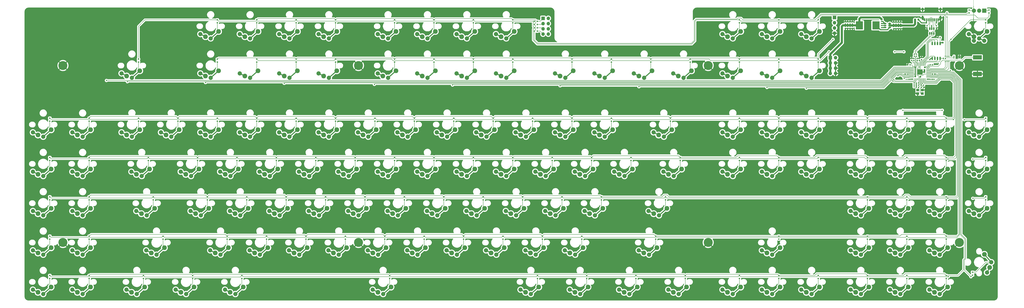
<source format=gbr>
%TF.GenerationSoftware,KiCad,Pcbnew,(6.0.0)*%
%TF.CreationDate,2022-04-30T21:46:17-04:00*%
%TF.ProjectId,SweetBusiness,53776565-7442-4757-9369-6e6573732e6b,rev?*%
%TF.SameCoordinates,Original*%
%TF.FileFunction,Copper,L2,Bot*%
%TF.FilePolarity,Positive*%
%FSLAX46Y46*%
G04 Gerber Fmt 4.6, Leading zero omitted, Abs format (unit mm)*
G04 Created by KiCad (PCBNEW (6.0.0)) date 2022-04-30 21:46:17*
%MOMM*%
%LPD*%
G01*
G04 APERTURE LIST*
G04 Aperture macros list*
%AMRoundRect*
0 Rectangle with rounded corners*
0 $1 Rounding radius*
0 $2 $3 $4 $5 $6 $7 $8 $9 X,Y pos of 4 corners*
0 Add a 4 corners polygon primitive as box body*
4,1,4,$2,$3,$4,$5,$6,$7,$8,$9,$2,$3,0*
0 Add four circle primitives for the rounded corners*
1,1,$1+$1,$2,$3*
1,1,$1+$1,$4,$5*
1,1,$1+$1,$6,$7*
1,1,$1+$1,$8,$9*
0 Add four rect primitives between the rounded corners*
20,1,$1+$1,$2,$3,$4,$5,0*
20,1,$1+$1,$4,$5,$6,$7,0*
20,1,$1+$1,$6,$7,$8,$9,0*
20,1,$1+$1,$8,$9,$2,$3,0*%
%AMFreePoly0*
4,1,45,0.119476,1.136739,0.324630,1.095931,0.518911,1.018420,0.695814,0.906803,0.849415,0.764816,0.974568,0.597216,1.067082,0.409615,1.123860,0.208295,1.143000,0.000000,1.141434,-0.059820,1.111419,-0.266828,1.102864,-0.292030,2.575395,-1.058225,2.651481,-1.119267,2.698415,-1.204778,2.709053,-1.301742,2.681775,-1.395395,2.620733,-1.471481,2.535222,-1.518415,2.438259,-1.529053,
2.344605,-1.501775,0.869677,-0.734333,0.808223,-0.808223,0.647402,-0.941976,0.464900,-1.044182,0.266828,-1.111419,0.059820,-1.141434,-0.149191,-1.133221,-0.353206,-1.087058,-0.545392,-1.004488,-0.719313,-0.888278,-0.869144,-0.742319,-0.989867,-0.571500,-1.077439,-0.381541,-1.128928,-0.178805,-1.142608,0.029920,-1.118023,0.237643,-1.055994,0.437407,-0.958600,0.622522,-0.829103,0.786789,
-0.671839,0.924706,-0.492074,1.031655,-0.295830,1.104053,-0.089679,1.139477,0.119476,1.136739,0.119476,1.136739,$1*%
%AMFreePoly1*
4,1,43,3.919950,3.584524,3.997502,3.525357,4.046509,3.441015,4.059509,3.344340,4.034524,3.250049,3.975356,3.172497,0.900283,0.460621,0.939339,0.387168,0.996650,0.197342,1.016000,0.000000,1.015604,-0.028368,0.990752,-0.225093,0.928162,-0.413244,0.830219,-0.585655,0.700653,-0.735759,0.544400,-0.857837,0.367411,-0.947241,0.176427,-1.000565,-0.021277,-1.015777,-0.218171,-0.992299,
-0.406755,-0.931025,-0.579845,-0.834288,-0.730849,-0.705773,-0.854016,-0.550376,-0.944653,-0.374015,-0.999309,-0.183407,-1.015901,0.014186,-0.993798,0.211238,-0.933842,0.400245,-0.838315,0.574006,-0.710858,0.725904,-0.556324,0.850153,-0.380600,0.942019,-0.190379,0.998004,0.007093,1.015975,0.204295,0.995248,0.393716,0.936613,0.568140,0.842302,0.572783,0.838461,3.644643,3.547502,
3.728985,3.596509,3.825660,3.609509,3.919950,3.584524,3.919950,3.584524,$1*%
%AMFreePoly2*
4,1,52,0.201078,0.979575,0.387516,0.921863,0.559193,0.829038,0.709571,0.704634,0.832921,0.553392,0.924546,0.381070,0.980955,0.194234,1.000000,0.000000,0.999610,-0.027922,0.975149,-0.221548,0.913545,-0.406737,0.817145,-0.576432,0.689620,-0.724172,0.535827,-0.844328,0.361625,-0.932324,0.173648,-0.984808,-0.020942,-0.999781,-0.214735,-0.976672,-0.400349,-0.916363,-0.570714,-0.821149,
-0.719340,-0.694658,-0.840567,-0.541708,-0.929776,-0.368125,-0.983571,-0.180519,-0.991955,-0.080679,-1.680947,-0.095033,-1.689030,-0.135671,-1.743223,-0.216777,-1.824329,-0.270970,-1.920000,-0.290000,-2.015671,-0.270970,-2.096777,-0.216777,-2.150970,-0.135671,-2.170000,-0.040000,-2.150970,0.055671,-2.096777,0.136777,-2.015671,0.190970,-1.920000,0.210000,-1.824329,0.190970,-1.743223,0.136777,
-1.689030,0.055671,-1.682920,0.024952,-0.997068,0.039241,-0.978148,0.207912,-0.919135,0.393942,-0.825113,0.564967,-0.699663,0.714473,-0.547563,0.836764,-0.374607,0.927184,-0.187381,0.982287,0.006981,0.999976,0.201078,0.979575,0.201078,0.979575,$1*%
%AMFreePoly3*
4,1,42,0.204295,0.995248,0.393716,0.936613,0.568140,0.842302,0.720924,0.715908,0.846248,0.562246,0.939339,0.387168,0.996650,0.197342,1.016000,0.000000,1.015604,-0.028368,0.991071,-0.222567,2.633116,-1.055811,2.709820,-1.116074,2.757623,-1.201102,2.769249,-1.297952,2.742926,-1.391879,2.682663,-1.468583,2.597635,-1.516386,2.500785,-1.528012,2.406858,-1.501689,0.760602,-0.666308,
0.700653,-0.735759,0.544400,-0.857837,0.367411,-0.947241,0.176427,-1.000565,-0.021277,-1.015777,-0.218171,-0.992299,-0.406755,-0.931025,-0.579845,-0.834288,-0.730849,-0.705773,-0.854016,-0.550376,-0.944653,-0.374015,-0.999309,-0.183407,-1.015901,0.014186,-0.993798,0.211238,-0.933842,0.400245,-0.838315,0.574006,-0.710858,0.725904,-0.556324,0.850153,-0.380600,0.942019,-0.190379,0.998004,
0.007093,1.015975,0.204295,0.995248,0.204295,0.995248,$1*%
%AMFreePoly4*
4,1,44,3.919950,3.584524,3.997502,3.525357,4.046509,3.441015,4.059509,3.344340,4.034524,3.250049,3.975356,3.172497,0.998998,0.547677,1.067082,0.409615,1.123860,0.208295,1.143000,0.000000,1.141434,-0.059820,1.111419,-0.266828,1.044182,-0.464900,0.941976,-0.647402,0.808223,-0.808223,0.647402,-0.941976,0.464900,-1.044182,0.266828,-1.111419,0.059820,-1.141434,-0.149191,-1.133221,
-0.353206,-1.087058,-0.545392,-1.004488,-0.719313,-0.888278,-0.869144,-0.742319,-0.989867,-0.571500,-1.077439,-0.381541,-1.128928,-0.178805,-1.142608,0.029920,-1.118023,0.237643,-1.055994,0.437407,-0.958600,0.622522,-0.829103,0.786789,-0.671839,0.924706,-0.492074,1.031655,-0.295830,1.104053,-0.089679,1.139477,0.119476,1.136739,0.324630,1.095931,0.518911,1.018420,0.669269,0.923551,
3.644643,3.547502,3.728985,3.596509,3.825660,3.609509,3.919950,3.584524,3.919950,3.584524,$1*%
%AMFreePoly5*
4,1,42,0.201078,0.979575,0.387516,0.921863,0.559193,0.829038,0.709571,0.704634,0.832921,0.553392,0.924546,0.381070,0.980955,0.194234,1.000000,0.000000,0.999610,-0.027922,0.975149,-0.221548,0.913545,-0.406737,0.817145,-0.576432,0.689620,-0.724172,0.535827,-0.844328,0.361625,-0.932324,0.173648,-0.984808,-0.020942,-0.999781,-0.159503,-0.983258,-0.871171,-2.600685,-0.927120,-2.680590,
-1.009388,-2.733002,-1.105451,-2.749941,-1.200685,-2.728829,-1.280590,-2.672880,-1.333002,-2.590612,-1.349941,-2.494549,-1.328829,-2.399315,-0.617075,-0.781692,-0.719340,-0.694658,-0.840567,-0.541708,-0.929776,-0.368125,-0.983571,-0.180519,-0.999903,0.013962,-0.978148,0.207912,-0.919135,0.393942,-0.825113,0.564967,-0.699663,0.714473,-0.547563,0.836764,-0.374607,0.927184,-0.187381,0.982287,
0.006981,0.999976,0.201078,0.979575,0.201078,0.979575,$1*%
G04 Aperture macros list end*
%TA.AperFunction,SMDPad,CuDef*%
%ADD10RoundRect,0.050000X0.387500X0.050000X-0.387500X0.050000X-0.387500X-0.050000X0.387500X-0.050000X0*%
%TD*%
%TA.AperFunction,SMDPad,CuDef*%
%ADD11RoundRect,0.050000X0.050000X0.387500X-0.050000X0.387500X-0.050000X-0.387500X0.050000X-0.387500X0*%
%TD*%
%TA.AperFunction,ComponentPad*%
%ADD12C,0.500000*%
%TD*%
%TA.AperFunction,SMDPad,CuDef*%
%ADD13R,2.550000X2.550000*%
%TD*%
%TA.AperFunction,SMDPad,CuDef*%
%ADD14R,4.200000X2.000000*%
%TD*%
%TA.AperFunction,SMDPad,CuDef*%
%ADD15RoundRect,0.147500X0.172500X-0.147500X0.172500X0.147500X-0.172500X0.147500X-0.172500X-0.147500X0*%
%TD*%
%TA.AperFunction,ComponentPad*%
%ADD16C,4.350000*%
%TD*%
%TA.AperFunction,ComponentPad*%
%ADD17FreePoly0,180.000000*%
%TD*%
%TA.AperFunction,ComponentPad*%
%ADD18C,2.032000*%
%TD*%
%TA.AperFunction,SMDPad,CuDef*%
%ADD19C,2.286000*%
%TD*%
%TA.AperFunction,ComponentPad*%
%ADD20C,2.286000*%
%TD*%
%TA.AperFunction,SMDPad,CuDef*%
%ADD21C,2.032000*%
%TD*%
%TA.AperFunction,ComponentPad*%
%ADD22FreePoly1,0.000000*%
%TD*%
%TA.AperFunction,ComponentPad*%
%ADD23R,1.700000X1.700000*%
%TD*%
%TA.AperFunction,ComponentPad*%
%ADD24O,1.700000X1.700000*%
%TD*%
%TA.AperFunction,ComponentPad*%
%ADD25FreePoly2,270.000000*%
%TD*%
%TA.AperFunction,ComponentPad*%
%ADD26FreePoly3,0.000000*%
%TD*%
%TA.AperFunction,ComponentPad*%
%ADD27FreePoly4,180.000000*%
%TD*%
%TA.AperFunction,ComponentPad*%
%ADD28FreePoly5,270.000000*%
%TD*%
%TA.AperFunction,ComponentPad*%
%ADD29R,2.000000X2.000000*%
%TD*%
%TA.AperFunction,ComponentPad*%
%ADD30C,2.000000*%
%TD*%
%TA.AperFunction,ComponentPad*%
%ADD31FreePoly0,270.000000*%
%TD*%
%TA.AperFunction,ComponentPad*%
%ADD32FreePoly1,90.000000*%
%TD*%
%TA.AperFunction,SMDPad,CuDef*%
%ADD33RoundRect,0.147500X-0.172500X0.147500X-0.172500X-0.147500X0.172500X-0.147500X0.172500X0.147500X0*%
%TD*%
%TA.AperFunction,SMDPad,CuDef*%
%ADD34R,0.700000X0.600000*%
%TD*%
%TA.AperFunction,SMDPad,CuDef*%
%ADD35RoundRect,0.147500X-0.147500X-0.172500X0.147500X-0.172500X0.147500X0.172500X-0.147500X0.172500X0*%
%TD*%
%TA.AperFunction,SMDPad,CuDef*%
%ADD36RoundRect,0.150000X0.150000X-0.512500X0.150000X0.512500X-0.150000X0.512500X-0.150000X-0.512500X0*%
%TD*%
%TA.AperFunction,SMDPad,CuDef*%
%ADD37RoundRect,0.147500X0.147500X0.172500X-0.147500X0.172500X-0.147500X-0.172500X0.147500X-0.172500X0*%
%TD*%
%TA.AperFunction,SMDPad,CuDef*%
%ADD38R,0.600000X0.700000*%
%TD*%
%TA.AperFunction,SMDPad,CuDef*%
%ADD39RoundRect,0.150000X0.150000X-0.650000X0.150000X0.650000X-0.150000X0.650000X-0.150000X-0.650000X0*%
%TD*%
%TA.AperFunction,SMDPad,CuDef*%
%ADD40R,1.400000X1.200000*%
%TD*%
%TA.AperFunction,SMDPad,CuDef*%
%ADD41R,0.550000X0.550000*%
%TD*%
%TA.AperFunction,SMDPad,CuDef*%
%ADD42R,3.500000X4.000000*%
%TD*%
%TA.AperFunction,SMDPad,CuDef*%
%ADD43RoundRect,0.218750X0.218750X0.256250X-0.218750X0.256250X-0.218750X-0.256250X0.218750X-0.256250X0*%
%TD*%
%TA.AperFunction,SMDPad,CuDef*%
%ADD44R,0.600000X1.450000*%
%TD*%
%TA.AperFunction,SMDPad,CuDef*%
%ADD45R,0.300000X1.450000*%
%TD*%
%TA.AperFunction,ComponentPad*%
%ADD46O,1.000000X1.600000*%
%TD*%
%TA.AperFunction,ComponentPad*%
%ADD47O,1.000000X2.100000*%
%TD*%
%TA.AperFunction,SMDPad,CuDef*%
%ADD48RoundRect,0.150000X-0.512500X-0.150000X0.512500X-0.150000X0.512500X0.150000X-0.512500X0.150000X0*%
%TD*%
%TA.AperFunction,ViaPad*%
%ADD49C,0.600000*%
%TD*%
%TA.AperFunction,ViaPad*%
%ADD50C,0.900000*%
%TD*%
%TA.AperFunction,Conductor*%
%ADD51C,0.200000*%
%TD*%
%TA.AperFunction,Conductor*%
%ADD52C,0.500000*%
%TD*%
%TA.AperFunction,Conductor*%
%ADD53C,1.000000*%
%TD*%
G04 APERTURE END LIST*
D10*
%TO.P,U0,1,IOVDD*%
%TO.N,+3V3*%
X496356250Y-151387500D03*
%TO.P,U0,2,GPIO0*%
%TO.N,LED*%
X496356250Y-151787500D03*
%TO.P,U0,3,GPIO1*%
%TO.N,1*%
X496356250Y-152187500D03*
%TO.P,U0,4,GPIO2*%
%TO.N,2*%
X496356250Y-152587500D03*
%TO.P,U0,5,GPIO3*%
%TO.N,3*%
X496356250Y-152987500D03*
%TO.P,U0,6,GPIO4*%
%TO.N,4*%
X496356250Y-153387500D03*
%TO.P,U0,7,GPIO5*%
%TO.N,5*%
X496356250Y-153787500D03*
%TO.P,U0,8,GPIO6*%
%TO.N,6*%
X496356250Y-154187500D03*
%TO.P,U0,9,GPIO7*%
%TO.N,7*%
X496356250Y-154587500D03*
%TO.P,U0,10,IOVDD*%
%TO.N,+3V3*%
X496356250Y-154987500D03*
%TO.P,U0,11,GPIO8*%
%TO.N,8*%
X496356250Y-155387500D03*
%TO.P,U0,12,GPIO9*%
%TO.N,9*%
X496356250Y-155787500D03*
%TO.P,U0,13,GPIO10*%
%TO.N,10*%
X496356250Y-156187500D03*
%TO.P,U0,14,GPIO11*%
%TO.N,11*%
X496356250Y-156587500D03*
D11*
%TO.P,U0,15,GPIO12*%
%TO.N,12*%
X495518750Y-157425000D03*
%TO.P,U0,16,GPIO13*%
%TO.N,13*%
X495118750Y-157425000D03*
%TO.P,U0,17,GPIO14*%
%TO.N,14*%
X494718750Y-157425000D03*
%TO.P,U0,18,GPIO15*%
%TO.N,15*%
X494318750Y-157425000D03*
%TO.P,U0,19,TESTEN*%
%TO.N,GND*%
X493918750Y-157425000D03*
%TO.P,U0,20,XIN*%
%TO.N,XTAL-*%
X493518750Y-157425000D03*
%TO.P,U0,21,XOUT*%
%TO.N,XTAL+*%
X493118750Y-157425000D03*
%TO.P,U0,22,IOVDD*%
%TO.N,+3V3*%
X492718750Y-157425000D03*
%TO.P,U0,23,DVDD*%
%TO.N,+1V1*%
X492318750Y-157425000D03*
%TO.P,U0,24,SWCLK*%
%TO.N,unconnected-(U0-Pad24)*%
X491918750Y-157425000D03*
%TO.P,U0,25,SWDIO*%
%TO.N,unconnected-(U0-Pad25)*%
X491518750Y-157425000D03*
%TO.P,U0,26,RUN*%
%TO.N,Net-(RR1-Pad2)*%
X491118750Y-157425000D03*
%TO.P,U0,27,GPIO16*%
%TO.N,SDA*%
X490718750Y-157425000D03*
%TO.P,U0,28,GPIO17*%
%TO.N,SCL*%
X490318750Y-157425000D03*
D10*
%TO.P,U0,29,GPIO18*%
%TO.N,18*%
X489481250Y-156587500D03*
%TO.P,U0,30,GPIO19*%
%TO.N,19*%
X489481250Y-156187500D03*
%TO.P,U0,31,GPIO20*%
%TO.N,20*%
X489481250Y-155787500D03*
%TO.P,U0,32,GPIO21*%
%TO.N,21*%
X489481250Y-155387500D03*
%TO.P,U0,33,IOVDD*%
%TO.N,+3V3*%
X489481250Y-154987500D03*
%TO.P,U0,34,GPIO22*%
%TO.N,22*%
X489481250Y-154587500D03*
%TO.P,U0,35,GPIO23*%
%TO.N,23*%
X489481250Y-154187500D03*
%TO.P,U0,36,GPIO24*%
%TO.N,24*%
X489481250Y-153787500D03*
%TO.P,U0,37,GPIO25*%
%TO.N,25*%
X489481250Y-153387500D03*
%TO.P,U0,38,GPIO26/ADC0*%
%TO.N,26{slash}A0*%
X489481250Y-152987500D03*
%TO.P,U0,39,GPIO27/ADC1*%
%TO.N,27{slash}A1*%
X489481250Y-152587500D03*
%TO.P,U0,40,GPIO28/ADC2*%
%TO.N,28{slash}A2*%
X489481250Y-152187500D03*
%TO.P,U0,41,GPIO29/ADC3*%
%TO.N,29{slash}A3*%
X489481250Y-151787500D03*
%TO.P,U0,42,IOVDD*%
%TO.N,+3V3*%
X489481250Y-151387500D03*
D11*
%TO.P,U0,43,ADC_AVDD*%
X490318750Y-150550000D03*
%TO.P,U0,44,VREG_VIN*%
X490718750Y-150550000D03*
%TO.P,U0,45,VREG_VOUT*%
%TO.N,+1V1*%
X491118750Y-150550000D03*
%TO.P,U0,46,USB_DM*%
%TO.N,Net-(RD2-Pad2)*%
X491518750Y-150550000D03*
%TO.P,U0,47,USB_DP*%
%TO.N,Net-(RD1-Pad2)*%
X491918750Y-150550000D03*
%TO.P,U0,48,USB_VDD*%
%TO.N,+3V3*%
X492318750Y-150550000D03*
%TO.P,U0,49,IOVDD*%
X492718750Y-150550000D03*
%TO.P,U0,50,DVDD*%
%TO.N,+1V1*%
X493118750Y-150550000D03*
%TO.P,U0,51,QSPI_SD3*%
%TO.N,SD3*%
X493518750Y-150550000D03*
%TO.P,U0,52,QSPI_SCLK*%
%TO.N,CLOCK*%
X493918750Y-150550000D03*
%TO.P,U0,53,QSPI_SD0*%
%TO.N,SD0*%
X494318750Y-150550000D03*
%TO.P,U0,54,QSPI_SD2*%
%TO.N,SD2*%
X494718750Y-150550000D03*
%TO.P,U0,55,QSPI_SD1*%
%TO.N,SD1*%
X495118750Y-150550000D03*
%TO.P,U0,56,QSPI_SS_N*%
%TO.N,CS*%
X495518750Y-150550000D03*
D12*
%TO.P,U0,57,GND*%
%TO.N,GND*%
X492918750Y-152987500D03*
X492918750Y-154987500D03*
D13*
X492918750Y-153987500D03*
D12*
X491918750Y-153987500D03*
X493918750Y-153987500D03*
%TD*%
D14*
%TO.P,TX1,1,1*%
%TO.N,1*%
X520700000Y-146876000D03*
%TO.P,TX1,2,2*%
%TO.N,GND*%
X520700000Y-154876000D03*
%TD*%
D15*
%TO.P,C5,1*%
%TO.N,+3V3*%
X488950000Y-148313000D03*
%TO.P,C5,2*%
%TO.N,GND*%
X488950000Y-147343000D03*
%TD*%
D16*
%TO.P,H8,1,1*%
%TO.N,GND*%
X511968750Y-236537500D03*
%TD*%
D17*
%TO.P,K70,1*%
%TO.N,20*%
X461803750Y-203517500D03*
D18*
X459343750Y-202237500D03*
D19*
X461803750Y-203517500D03*
D20*
%TO.P,K70,2*%
%TO.N,Net-(D70-Pad2)*%
X468153750Y-200977500D03*
D21*
X464343750Y-204337500D03*
D22*
X464343750Y-204337500D03*
%TD*%
D17*
%TO.P,K42,1*%
%TO.N,22*%
X337978750Y-184467500D03*
D19*
X337978750Y-184467500D03*
D18*
X335518750Y-183187500D03*
D22*
%TO.P,K42,2*%
%TO.N,Net-(D42-Pad2)*%
X340518750Y-185287500D03*
D21*
X340518750Y-185287500D03*
D20*
X344328750Y-181927500D03*
%TD*%
D19*
%TO.P,K44,1*%
%TO.N,21*%
X399891250Y-184467500D03*
D17*
X399891250Y-184467500D03*
D18*
X397431250Y-183187500D03*
D22*
%TO.P,K44,2*%
%TO.N,Net-(D44-Pad2)*%
X402431250Y-185287500D03*
D21*
X402431250Y-185287500D03*
D20*
X406241250Y-181927500D03*
%TD*%
D18*
%TO.P,K8,1*%
%TO.N,24*%
X268843750Y-135562500D03*
D19*
X271303750Y-136842500D03*
D17*
X271303750Y-136842500D03*
D20*
%TO.P,K8,2*%
%TO.N,Net-(D8-Pad2)*%
X277653750Y-134302500D03*
D21*
X273843750Y-137662500D03*
D22*
X273843750Y-137662500D03*
%TD*%
D18*
%TO.P,K125,1*%
%TO.N,19*%
X478393750Y-259387500D03*
D19*
X480853750Y-260667500D03*
D17*
X480853750Y-260667500D03*
D21*
%TO.P,K125,2*%
%TO.N,Net-(D125-Pad2)*%
X483393750Y-261487500D03*
D20*
X487203750Y-258127500D03*
D22*
X483393750Y-261487500D03*
%TD*%
D17*
%TO.P,K110,1*%
%TO.N,19*%
X499903750Y-241617500D03*
D18*
X497443750Y-240337500D03*
D19*
X499903750Y-241617500D03*
D20*
%TO.P,K110,2*%
%TO.N,Net-(D110-Pad2)*%
X506253750Y-239077500D03*
D21*
X502443750Y-242437500D03*
D22*
X502443750Y-242437500D03*
%TD*%
D19*
%TO.P,K84,1*%
%TO.N,24*%
X276066250Y-222567500D03*
D17*
X276066250Y-222567500D03*
D18*
X273606250Y-221287500D03*
D20*
%TO.P,K84,2*%
%TO.N,Net-(D84-Pad2)*%
X282416250Y-220027500D03*
D22*
X278606250Y-223387500D03*
D21*
X278606250Y-223387500D03*
%TD*%
D19*
%TO.P,K79,1*%
%TO.N,27{slash}A1*%
X180816250Y-222567500D03*
D18*
X178356250Y-221287500D03*
D17*
X180816250Y-222567500D03*
D22*
%TO.P,K79,2*%
%TO.N,Net-(D79-Pad2)*%
X183356250Y-223387500D03*
D21*
X183356250Y-223387500D03*
D20*
X187166250Y-220027500D03*
%TD*%
D19*
%TO.P,K38,1*%
%TO.N,24*%
X261778750Y-184467500D03*
D17*
X261778750Y-184467500D03*
D18*
X259318750Y-183187500D03*
D20*
%TO.P,K38,2*%
%TO.N,Net-(D38-Pad2)*%
X268128750Y-181927500D03*
D22*
X264318750Y-185287500D03*
D21*
X264318750Y-185287500D03*
%TD*%
D18*
%TO.P,K37,1*%
%TO.N,25*%
X240268750Y-183187500D03*
D17*
X242728750Y-184467500D03*
D19*
X242728750Y-184467500D03*
D22*
%TO.P,K37,2*%
%TO.N,Net-(D37-Pad2)*%
X245268750Y-185287500D03*
D21*
X245268750Y-185287500D03*
D20*
X249078750Y-181927500D03*
%TD*%
D17*
%TO.P,K29,1*%
%TO.N,29{slash}A3*%
X85566250Y-184467500D03*
D19*
X85566250Y-184467500D03*
D18*
X83106250Y-183187500D03*
D20*
%TO.P,K29,2*%
%TO.N,Net-(D29-Pad2)*%
X91916250Y-181927500D03*
D21*
X88106250Y-185287500D03*
D22*
X88106250Y-185287500D03*
%TD*%
D23*
%TO.P,J1,1,Pin_1*%
%TO.N,Net-(DT1-Pad2)*%
X310668750Y-127962500D03*
D24*
%TO.P,J1,2,Pin_2*%
%TO.N,23*%
X313208750Y-127962500D03*
%TO.P,J1,3,Pin_3*%
%TO.N,Net-(DT2-Pad2)*%
X310668750Y-130502500D03*
%TO.P,J1,4,Pin_4*%
%TO.N,23*%
X313208750Y-130502500D03*
%TO.P,J1,5,Pin_5*%
%TO.N,Net-(DT3-Pad2)*%
X310668750Y-133042500D03*
%TO.P,J1,6,Pin_6*%
%TO.N,22*%
X313208750Y-133042500D03*
%TO.P,J1,7,Pin_7*%
%TO.N,Net-(DT4-Pad2)*%
X310668750Y-135582500D03*
%TO.P,J1,8,Pin_8*%
%TO.N,22*%
X313208750Y-135582500D03*
%TD*%
D18*
%TO.P,K49,1*%
%TO.N,19*%
X497443750Y-183187500D03*
D19*
X499903750Y-184467500D03*
D17*
X499903750Y-184467500D03*
D20*
%TO.P,K49,2*%
%TO.N,Net-(D49-Pad2)*%
X506253750Y-181927500D03*
D22*
X502443750Y-185287500D03*
D21*
X502443750Y-185287500D03*
%TD*%
D18*
%TO.P,K82,1*%
%TO.N,25*%
X235506250Y-221287500D03*
D17*
X237966250Y-222567500D03*
D19*
X237966250Y-222567500D03*
D21*
%TO.P,K82,2*%
%TO.N,Net-(D82-Pad2)*%
X240506250Y-223387500D03*
D22*
X240506250Y-223387500D03*
D20*
X244316250Y-220027500D03*
%TD*%
D19*
%TO.P,K3,1*%
%TO.N,27{slash}A1*%
X166528750Y-136842500D03*
D17*
X166528750Y-136842500D03*
D18*
X164068750Y-135562500D03*
D20*
%TO.P,K3,2*%
%TO.N,Net-(D3-Pad2)*%
X172878750Y-134302500D03*
D22*
X169068750Y-137662500D03*
D21*
X169068750Y-137662500D03*
%TD*%
D18*
%TO.P,K39,1*%
%TO.N,24*%
X278368750Y-183187500D03*
D19*
X280828750Y-184467500D03*
D17*
X280828750Y-184467500D03*
D20*
%TO.P,K39,2*%
%TO.N,Net-(D39-Pad2)*%
X287178750Y-181927500D03*
D21*
X283368750Y-185287500D03*
D22*
X283368750Y-185287500D03*
%TD*%
D19*
%TO.P,K123,1*%
%TO.N,20*%
X437991250Y-260667500D03*
D17*
X437991250Y-260667500D03*
D18*
X435531250Y-259387500D03*
D21*
%TO.P,K123,2*%
%TO.N,Net-(D123-Pad2)*%
X440531250Y-261487500D03*
D20*
X444341250Y-258127500D03*
D22*
X440531250Y-261487500D03*
%TD*%
D19*
%TO.P,K24,1*%
%TO.N,22*%
X376078750Y-155892500D03*
D18*
X373618750Y-154612500D03*
D17*
X376078750Y-155892500D03*
D22*
%TO.P,K24,2*%
%TO.N,Net-(D24-Pad2)*%
X378618750Y-156712500D03*
D20*
X382428750Y-153352500D03*
D21*
X378618750Y-156712500D03*
%TD*%
D17*
%TO.P,K17,1*%
%TO.N,25*%
X233203750Y-155892500D03*
D19*
X233203750Y-155892500D03*
D18*
X230743750Y-154612500D03*
D20*
%TO.P,K17,2*%
%TO.N,Net-(D17-Pad2)*%
X239553750Y-153352500D03*
D22*
X235743750Y-156712500D03*
D21*
X235743750Y-156712500D03*
%TD*%
D19*
%TO.P,K73,1*%
%TO.N,18*%
X518953750Y-203517500D03*
D17*
X518953750Y-203517500D03*
D18*
X516493750Y-202237500D03*
D20*
%TO.P,K73,2*%
%TO.N,Net-(D73-Pad2)*%
X525303750Y-200977500D03*
D22*
X521493750Y-204337500D03*
D21*
X521493750Y-204337500D03*
%TD*%
D18*
%TO.P,K35,1*%
%TO.N,26{slash}A0*%
X202168750Y-183187500D03*
D19*
X204628750Y-184467500D03*
D17*
X204628750Y-184467500D03*
D22*
%TO.P,K35,2*%
%TO.N,Net-(D35-Pad2)*%
X207168750Y-185287500D03*
D21*
X207168750Y-185287500D03*
D20*
X210978750Y-181927500D03*
%TD*%
D23*
%TO.P,J2,1,Pin_1*%
%TO.N,SDA*%
X451612000Y-127518000D03*
D24*
%TO.P,J2,2,Pin_2*%
%TO.N,SCL*%
X451612000Y-130058000D03*
%TO.P,J2,3,Pin_3*%
%TO.N,VBUS*%
X451612000Y-132598000D03*
%TO.P,J2,4,Pin_4*%
%TO.N,GND*%
X451612000Y-135138000D03*
%TD*%
D19*
%TO.P,K92,1*%
%TO.N,18*%
X518953750Y-222567500D03*
D18*
X516493750Y-221287500D03*
D17*
X518953750Y-222567500D03*
D21*
%TO.P,K92,2*%
%TO.N,Net-(D92-Pad2)*%
X521493750Y-223387500D03*
D20*
X525303750Y-220027500D03*
D22*
X521493750Y-223387500D03*
%TD*%
D19*
%TO.P,K61,1*%
%TO.N,24*%
X271303750Y-203517500D03*
D17*
X271303750Y-203517500D03*
D18*
X268843750Y-202237500D03*
D22*
%TO.P,K61,2*%
%TO.N,Net-(D61-Pad2)*%
X273843750Y-204337500D03*
D21*
X273843750Y-204337500D03*
D20*
X277653750Y-200977500D03*
%TD*%
D17*
%TO.P,K30,1*%
%TO.N,28{slash}A2*%
X109378750Y-184467500D03*
D18*
X106918750Y-183187500D03*
D19*
X109378750Y-184467500D03*
D20*
%TO.P,K30,2*%
%TO.N,Net-(D30-Pad2)*%
X115728750Y-181927500D03*
D22*
X111918750Y-185287500D03*
D21*
X111918750Y-185287500D03*
%TD*%
D17*
%TO.P,K83,1*%
%TO.N,25*%
X257016250Y-222567500D03*
D19*
X257016250Y-222567500D03*
D18*
X254556250Y-221287500D03*
D20*
%TO.P,K83,2*%
%TO.N,Net-(D83-Pad2)*%
X263366250Y-220027500D03*
D21*
X259556250Y-223387500D03*
D22*
X259556250Y-223387500D03*
%TD*%
D17*
%TO.P,K81,1*%
%TO.N,26{slash}A0*%
X218916250Y-222567500D03*
D19*
X218916250Y-222567500D03*
D18*
X216456250Y-221287500D03*
D20*
%TO.P,K81,2*%
%TO.N,Net-(D81-Pad2)*%
X225266250Y-220027500D03*
D21*
X221456250Y-223387500D03*
D22*
X221456250Y-223387500D03*
%TD*%
D17*
%TO.P,K90,1*%
%TO.N,19*%
X480853750Y-222567500D03*
D19*
X480853750Y-222567500D03*
D18*
X478393750Y-221287500D03*
D20*
%TO.P,K90,2*%
%TO.N,Net-(D90-Pad2)*%
X487203750Y-220027500D03*
D21*
X483393750Y-223387500D03*
D22*
X483393750Y-223387500D03*
%TD*%
D19*
%TO.P,K20,1*%
%TO.N,24*%
X290353750Y-155892500D03*
D17*
X290353750Y-155892500D03*
D18*
X287893750Y-154612500D03*
D21*
%TO.P,K20,2*%
%TO.N,Net-(D20-Pad2)*%
X292893750Y-156712500D03*
D20*
X296703750Y-153352500D03*
D22*
X292893750Y-156712500D03*
%TD*%
D18*
%TO.P,K59,1*%
%TO.N,25*%
X230743750Y-202237500D03*
D17*
X233203750Y-203517500D03*
D19*
X233203750Y-203517500D03*
D21*
%TO.P,K59,2*%
%TO.N,Net-(D59-Pad2)*%
X235743750Y-204337500D03*
D20*
X239553750Y-200977500D03*
D22*
X235743750Y-204337500D03*
%TD*%
D17*
%TO.P,K95,1*%
%TO.N,28{slash}A2*%
X121285000Y-241617500D03*
D18*
X118825000Y-240337500D03*
D19*
X121285000Y-241617500D03*
D22*
%TO.P,K95,2*%
%TO.N,Net-(D95-Pad2)*%
X123825000Y-242437500D03*
D20*
X127635000Y-239077500D03*
D21*
X123825000Y-242437500D03*
%TD*%
D18*
%TO.P,K111,1*%
%TO.N,29{slash}A3*%
X64056250Y-259387500D03*
D17*
X66516250Y-260667500D03*
D19*
X66516250Y-260667500D03*
D21*
%TO.P,K111,2*%
%TO.N,Net-(D111-Pad2)*%
X69056250Y-261487500D03*
D20*
X72866250Y-258127500D03*
D22*
X69056250Y-261487500D03*
%TD*%
D17*
%TO.P,K50,1*%
%TO.N,18*%
X518953750Y-184467500D03*
D18*
X516493750Y-183187500D03*
D19*
X518953750Y-184467500D03*
D21*
%TO.P,K50,2*%
%TO.N,Net-(D50-Pad2)*%
X521493750Y-185287500D03*
D22*
X521493750Y-185287500D03*
D20*
X525303750Y-181927500D03*
%TD*%
D18*
%TO.P,K104,1*%
%TO.N,24*%
X302181250Y-240337500D03*
D17*
X304641250Y-241617500D03*
D19*
X304641250Y-241617500D03*
D22*
%TO.P,K104,2*%
%TO.N,Net-(D104-Pad2)*%
X307181250Y-242437500D03*
D21*
X307181250Y-242437500D03*
D20*
X310991250Y-239077500D03*
%TD*%
D19*
%TO.P,K25,1*%
%TO.N,21*%
X399891250Y-155892500D03*
D17*
X399891250Y-155892500D03*
D18*
X397431250Y-154612500D03*
D22*
%TO.P,K25,2*%
%TO.N,Net-(D25-Pad2)*%
X402431250Y-156712500D03*
D21*
X402431250Y-156712500D03*
D20*
X406241250Y-153352500D03*
%TD*%
D19*
%TO.P,K52,1*%
%TO.N,29{slash}A3*%
X85566250Y-203517500D03*
D18*
X83106250Y-202237500D03*
D17*
X85566250Y-203517500D03*
D21*
%TO.P,K52,2*%
%TO.N,Net-(D52-Pad2)*%
X88106250Y-204337500D03*
D20*
X91916250Y-200977500D03*
D22*
X88106250Y-204337500D03*
%TD*%
D19*
%TO.P,K2,1*%
%TO.N,27{slash}A1*%
X147478750Y-136842500D03*
D17*
X147478750Y-136842500D03*
D18*
X145018750Y-135562500D03*
D21*
%TO.P,K2,2*%
%TO.N,Net-(D2-Pad2)*%
X150018750Y-137662500D03*
D20*
X153828750Y-134302500D03*
D22*
X150018750Y-137662500D03*
%TD*%
D19*
%TO.P,K100,1*%
%TO.N,26{slash}A0*%
X228441250Y-241617500D03*
D18*
X225981250Y-240337500D03*
D17*
X228441250Y-241617500D03*
D20*
%TO.P,K100,2*%
%TO.N,Net-(D100-Pad2)*%
X234791250Y-239077500D03*
D22*
X230981250Y-242437500D03*
D21*
X230981250Y-242437500D03*
%TD*%
D19*
%TO.P,K89,1*%
%TO.N,20*%
X461803750Y-222567500D03*
D17*
X461803750Y-222567500D03*
D18*
X459343750Y-221287500D03*
D22*
%TO.P,K89,2*%
%TO.N,Net-(D89-Pad2)*%
X464343750Y-223387500D03*
D20*
X468153750Y-220027500D03*
D21*
X464343750Y-223387500D03*
%TD*%
D19*
%TO.P,K88,1*%
%TO.N,22*%
X364172500Y-222567500D03*
D17*
X364172500Y-222567500D03*
D18*
X361712500Y-221287500D03*
D21*
%TO.P,K88,2*%
%TO.N,Net-(D88-Pad2)*%
X366712500Y-223387500D03*
D22*
X366712500Y-223387500D03*
D20*
X370522500Y-220027500D03*
%TD*%
D17*
%TO.P,K26,1*%
%TO.N,21*%
X418941250Y-155892500D03*
D18*
X416481250Y-154612500D03*
D19*
X418941250Y-155892500D03*
D20*
%TO.P,K26,2*%
%TO.N,Net-(D26-Pad2)*%
X425291250Y-153352500D03*
D22*
X421481250Y-156712500D03*
D21*
X421481250Y-156712500D03*
%TD*%
D18*
%TO.P,K80,1*%
%TO.N,26{slash}A0*%
X197406250Y-221287500D03*
D17*
X199866250Y-222567500D03*
D19*
X199866250Y-222567500D03*
D20*
%TO.P,K80,2*%
%TO.N,Net-(D80-Pad2)*%
X206216250Y-220027500D03*
D22*
X202406250Y-223387500D03*
D21*
X202406250Y-223387500D03*
%TD*%
D19*
%TO.P,K77,1*%
%TO.N,28{slash}A2*%
X142716250Y-222567500D03*
D18*
X140256250Y-221287500D03*
D17*
X142716250Y-222567500D03*
D21*
%TO.P,K77,2*%
%TO.N,Net-(D77-Pad2)*%
X145256250Y-223387500D03*
D20*
X149066250Y-220027500D03*
D22*
X145256250Y-223387500D03*
%TD*%
D17*
%TO.P,K122,1*%
%TO.N,21*%
X418941250Y-260667500D03*
D18*
X416481250Y-259387500D03*
D19*
X418941250Y-260667500D03*
D20*
%TO.P,K122,2*%
%TO.N,Net-(D122-Pad2)*%
X425291250Y-258127500D03*
D22*
X421481250Y-261487500D03*
D21*
X421481250Y-261487500D03*
%TD*%
D19*
%TO.P,K46,1*%
%TO.N,20*%
X437991250Y-184467500D03*
D18*
X435531250Y-183187500D03*
D17*
X437991250Y-184467500D03*
D22*
%TO.P,K46,2*%
%TO.N,Net-(D46-Pad2)*%
X440531250Y-185287500D03*
D21*
X440531250Y-185287500D03*
D20*
X444341250Y-181927500D03*
%TD*%
D19*
%TO.P,K126,1*%
%TO.N,19*%
X499903750Y-260667500D03*
D18*
X497443750Y-259387500D03*
D17*
X499903750Y-260667500D03*
D20*
%TO.P,K126,2*%
%TO.N,Net-(D126-Pad2)*%
X506253750Y-258127500D03*
D22*
X502443750Y-261487500D03*
D21*
X502443750Y-261487500D03*
%TD*%
D19*
%TO.P,K112,1*%
%TO.N,29{slash}A3*%
X85566250Y-260667500D03*
D18*
X83106250Y-259387500D03*
D17*
X85566250Y-260667500D03*
D20*
%TO.P,K112,2*%
%TO.N,Net-(D112-Pad2)*%
X91916250Y-258127500D03*
D21*
X88106250Y-261487500D03*
D22*
X88106250Y-261487500D03*
%TD*%
D18*
%TO.P,K113,1*%
%TO.N,28{slash}A2*%
X109300000Y-259387500D03*
D19*
X111760000Y-260667500D03*
D17*
X111760000Y-260667500D03*
D21*
%TO.P,K113,2*%
%TO.N,Net-(D113-Pad2)*%
X114300000Y-261487500D03*
D20*
X118110000Y-258127500D03*
D22*
X114300000Y-261487500D03*
%TD*%
D18*
%TO.P,K65,1*%
%TO.N,22*%
X345043750Y-202237500D03*
D17*
X347503750Y-203517500D03*
D19*
X347503750Y-203517500D03*
D20*
%TO.P,K65,2*%
%TO.N,Net-(D65-Pad2)*%
X353853750Y-200977500D03*
D21*
X350043750Y-204337500D03*
D22*
X350043750Y-204337500D03*
%TD*%
D19*
%TO.P,K54,1*%
%TO.N,28{slash}A2*%
X137953750Y-203517500D03*
D18*
X135493750Y-202237500D03*
D17*
X137953750Y-203517500D03*
D22*
%TO.P,K54,2*%
%TO.N,Net-(D54-Pad2)*%
X140493750Y-204337500D03*
D21*
X140493750Y-204337500D03*
D20*
X144303750Y-200977500D03*
%TD*%
D17*
%TO.P,K76,1*%
%TO.N,28{slash}A2*%
X116522500Y-222567500D03*
D19*
X116522500Y-222567500D03*
D18*
X114062500Y-221287500D03*
D22*
%TO.P,K76,2*%
%TO.N,Net-(D76-Pad2)*%
X119062500Y-223387500D03*
D20*
X122872500Y-220027500D03*
D21*
X119062500Y-223387500D03*
%TD*%
D17*
%TO.P,K78,1*%
%TO.N,27{slash}A1*%
X161766250Y-222567500D03*
D19*
X161766250Y-222567500D03*
D18*
X159306250Y-221287500D03*
D22*
%TO.P,K78,2*%
%TO.N,Net-(D78-Pad2)*%
X164306250Y-223387500D03*
D21*
X164306250Y-223387500D03*
D20*
X168116250Y-220027500D03*
%TD*%
D17*
%TO.P,K51,1*%
%TO.N,29{slash}A3*%
X66516250Y-203517500D03*
D19*
X66516250Y-203517500D03*
D18*
X64056250Y-202237500D03*
D22*
%TO.P,K51,2*%
%TO.N,Net-(D51-Pad2)*%
X69056250Y-204337500D03*
D21*
X69056250Y-204337500D03*
D20*
X72866250Y-200977500D03*
%TD*%
D17*
%TO.P,K101,1*%
%TO.N,25*%
X247491250Y-241617500D03*
D18*
X245031250Y-240337500D03*
D19*
X247491250Y-241617500D03*
D21*
%TO.P,K101,2*%
%TO.N,Net-(D101-Pad2)*%
X250031250Y-242437500D03*
D20*
X253841250Y-239077500D03*
D22*
X250031250Y-242437500D03*
%TD*%
D18*
%TO.P,K57,1*%
%TO.N,26{slash}A0*%
X192643750Y-202237500D03*
D19*
X195103750Y-203517500D03*
D17*
X195103750Y-203517500D03*
D21*
%TO.P,K57,2*%
%TO.N,Net-(D57-Pad2)*%
X197643750Y-204337500D03*
D22*
X197643750Y-204337500D03*
D20*
X201453750Y-200977500D03*
%TD*%
D19*
%TO.P,K64,1*%
%TO.N,23*%
X328453750Y-203517500D03*
D17*
X328453750Y-203517500D03*
D18*
X325993750Y-202237500D03*
D21*
%TO.P,K64,2*%
%TO.N,Net-(D64-Pad2)*%
X330993750Y-204337500D03*
D22*
X330993750Y-204337500D03*
D20*
X334803750Y-200977500D03*
%TD*%
D18*
%TO.P,K105,1*%
%TO.N,23*%
X321231250Y-240337500D03*
D19*
X323691250Y-241617500D03*
D17*
X323691250Y-241617500D03*
D21*
%TO.P,K105,2*%
%TO.N,Net-(D105-Pad2)*%
X326231250Y-242437500D03*
D22*
X326231250Y-242437500D03*
D20*
X330041250Y-239077500D03*
%TD*%
D18*
%TO.P,K32,1*%
%TO.N,27{slash}A1*%
X145018750Y-183187500D03*
D17*
X147478750Y-184467500D03*
D19*
X147478750Y-184467500D03*
D22*
%TO.P,K32,2*%
%TO.N,Net-(D32-Pad2)*%
X150018750Y-185287500D03*
D20*
X153828750Y-181927500D03*
D21*
X150018750Y-185287500D03*
%TD*%
D17*
%TO.P,K27,1*%
%TO.N,20*%
X437991250Y-155892500D03*
D19*
X437991250Y-155892500D03*
D18*
X435531250Y-154612500D03*
D21*
%TO.P,K27,2*%
%TO.N,Net-(D27-Pad2)*%
X440531250Y-156712500D03*
D20*
X444341250Y-153352500D03*
D22*
X440531250Y-156712500D03*
%TD*%
D19*
%TO.P,K13,1*%
%TO.N,27{slash}A1*%
X147478750Y-155892500D03*
D18*
X145018750Y-154612500D03*
D17*
X147478750Y-155892500D03*
D22*
%TO.P,K13,2*%
%TO.N,Net-(D13-Pad2)*%
X150018750Y-156712500D03*
D20*
X153828750Y-153352500D03*
D21*
X150018750Y-156712500D03*
%TD*%
D17*
%TO.P,K94,1*%
%TO.N,29{slash}A3*%
X85566250Y-241617500D03*
D18*
X83106250Y-240337500D03*
D19*
X85566250Y-241617500D03*
D21*
%TO.P,K94,2*%
%TO.N,Net-(D94-Pad2)*%
X88106250Y-242437500D03*
D20*
X91916250Y-239077500D03*
D22*
X88106250Y-242437500D03*
%TD*%
D18*
%TO.P,K93,1*%
%TO.N,29{slash}A3*%
X64056250Y-240337500D03*
D19*
X66516250Y-241617500D03*
D17*
X66516250Y-241617500D03*
D22*
%TO.P,K93,2*%
%TO.N,Net-(D93-Pad2)*%
X69056250Y-242437500D03*
D21*
X69056250Y-242437500D03*
D20*
X72866250Y-239077500D03*
%TD*%
D18*
%TO.P,K109,1*%
%TO.N,19*%
X478393750Y-240337500D03*
D17*
X480853750Y-241617500D03*
D19*
X480853750Y-241617500D03*
D21*
%TO.P,K109,2*%
%TO.N,Net-(D109-Pad2)*%
X483393750Y-242437500D03*
D20*
X487203750Y-239077500D03*
D22*
X483393750Y-242437500D03*
%TD*%
D19*
%TO.P,K48,1*%
%TO.N,19*%
X480853750Y-184467500D03*
D18*
X478393750Y-183187500D03*
D17*
X480853750Y-184467500D03*
D22*
%TO.P,K48,2*%
%TO.N,Net-(D48-Pad2)*%
X483393750Y-185287500D03*
D21*
X483393750Y-185287500D03*
D20*
X487203750Y-181927500D03*
%TD*%
D17*
%TO.P,K58,1*%
%TO.N,26{slash}A0*%
X214153750Y-203517500D03*
D18*
X211693750Y-202237500D03*
D19*
X214153750Y-203517500D03*
D20*
%TO.P,K58,2*%
%TO.N,Net-(D58-Pad2)*%
X220503750Y-200977500D03*
D21*
X216693750Y-204337500D03*
D22*
X216693750Y-204337500D03*
%TD*%
D17*
%TO.P,K68,1*%
%TO.N,21*%
X418941250Y-203517500D03*
D19*
X418941250Y-203517500D03*
D18*
X416481250Y-202237500D03*
D22*
%TO.P,K68,2*%
%TO.N,Net-(D68-Pad2)*%
X421481250Y-204337500D03*
D20*
X425291250Y-200977500D03*
D21*
X421481250Y-204337500D03*
%TD*%
D18*
%TO.P,K45,1*%
%TO.N,21*%
X416481250Y-183187500D03*
D19*
X418941250Y-184467500D03*
D17*
X418941250Y-184467500D03*
D20*
%TO.P,K45,2*%
%TO.N,Net-(D45-Pad2)*%
X425291250Y-181927500D03*
D22*
X421481250Y-185287500D03*
D21*
X421481250Y-185287500D03*
%TD*%
D18*
%TO.P,K69,1*%
%TO.N,20*%
X435531250Y-202237500D03*
D19*
X437991250Y-203517500D03*
D17*
X437991250Y-203517500D03*
D22*
%TO.P,K69,2*%
%TO.N,Net-(D69-Pad2)*%
X440531250Y-204337500D03*
D21*
X440531250Y-204337500D03*
D20*
X444341250Y-200977500D03*
%TD*%
D18*
%TO.P,K67,1*%
%TO.N,21*%
X397431250Y-202237500D03*
D19*
X399891250Y-203517500D03*
D17*
X399891250Y-203517500D03*
D20*
%TO.P,K67,2*%
%TO.N,Net-(D67-Pad2)*%
X406241250Y-200977500D03*
D22*
X402431250Y-204337500D03*
D21*
X402431250Y-204337500D03*
%TD*%
D18*
%TO.P,K72,1*%
%TO.N,19*%
X497443750Y-202237500D03*
D17*
X499903750Y-203517500D03*
D19*
X499903750Y-203517500D03*
D20*
%TO.P,K72,2*%
%TO.N,Net-(D72-Pad2)*%
X506253750Y-200977500D03*
D22*
X502443750Y-204337500D03*
D21*
X502443750Y-204337500D03*
%TD*%
D17*
%TO.P,K1,1*%
%TO.N,29{slash}A3*%
X109378750Y-155892500D03*
D18*
X106918750Y-154612500D03*
D19*
X109378750Y-155892500D03*
D21*
%TO.P,K1,2*%
%TO.N,Net-(D1-Pad2)*%
X111918750Y-156712500D03*
D22*
X111918750Y-156712500D03*
D20*
X115728750Y-153352500D03*
%TD*%
D18*
%TO.P,K10,1*%
%TO.N,21*%
X397431250Y-135562500D03*
D19*
X399891250Y-136842500D03*
D17*
X399891250Y-136842500D03*
D21*
%TO.P,K10,2*%
%TO.N,Net-(D10-Pad2)*%
X402431250Y-137662500D03*
D20*
X406241250Y-134302500D03*
D22*
X402431250Y-137662500D03*
%TD*%
D19*
%TO.P,K74,1*%
%TO.N,29{slash}A3*%
X66516250Y-222567500D03*
D17*
X66516250Y-222567500D03*
D18*
X64056250Y-221287500D03*
D22*
%TO.P,K74,2*%
%TO.N,Net-(D74-Pad2)*%
X69056250Y-223387500D03*
D20*
X72866250Y-220027500D03*
D21*
X69056250Y-223387500D03*
%TD*%
D19*
%TO.P,K23,1*%
%TO.N,22*%
X357028750Y-155892500D03*
D17*
X357028750Y-155892500D03*
D18*
X354568750Y-154612500D03*
D22*
%TO.P,K23,2*%
%TO.N,Net-(D23-Pad2)*%
X359568750Y-156712500D03*
D20*
X363378750Y-153352500D03*
D21*
X359568750Y-156712500D03*
%TD*%
D19*
%TO.P,K120,1*%
%TO.N,23*%
X373697500Y-260667500D03*
D17*
X373697500Y-260667500D03*
D18*
X371237500Y-259387500D03*
D20*
%TO.P,K120,2*%
%TO.N,Net-(D120-Pad2)*%
X380047500Y-258127500D03*
D22*
X376237500Y-261487500D03*
D21*
X376237500Y-261487500D03*
%TD*%
D16*
%TO.P,H4,1,1*%
%TO.N,GND*%
X511968750Y-150812500D03*
%TD*%
%TO.P,H3,1,1*%
%TO.N,GND*%
X390525000Y-150812500D03*
%TD*%
D18*
%TO.P,K28,1*%
%TO.N,29{slash}A3*%
X64056250Y-183187500D03*
D19*
X66516250Y-184467500D03*
D17*
X66516250Y-184467500D03*
D22*
%TO.P,K28,2*%
%TO.N,Net-(D28-Pad2)*%
X69056250Y-185287500D03*
D20*
X72866250Y-181927500D03*
D21*
X69056250Y-185287500D03*
%TD*%
D17*
%TO.P,K96,1*%
%TO.N,28{slash}A2*%
X152241250Y-241617500D03*
D18*
X149781250Y-240337500D03*
D19*
X152241250Y-241617500D03*
D22*
%TO.P,K96,2*%
%TO.N,Net-(D96-Pad2)*%
X154781250Y-242437500D03*
D21*
X154781250Y-242437500D03*
D20*
X158591250Y-239077500D03*
%TD*%
D19*
%TO.P,K118,1*%
%TO.N,24*%
X326072500Y-260667500D03*
D17*
X326072500Y-260667500D03*
D18*
X323612500Y-259387500D03*
D20*
%TO.P,K118,2*%
%TO.N,Net-(D118-Pad2)*%
X332422500Y-258127500D03*
D22*
X328612500Y-261487500D03*
D21*
X328612500Y-261487500D03*
%TD*%
D17*
%TO.P,K87,1*%
%TO.N,23*%
X333216250Y-222567500D03*
D18*
X330756250Y-221287500D03*
D19*
X333216250Y-222567500D03*
D22*
%TO.P,K87,2*%
%TO.N,Net-(D87-Pad2)*%
X335756250Y-223387500D03*
D20*
X339566250Y-220027500D03*
D21*
X335756250Y-223387500D03*
%TD*%
D25*
%TO.P,RX1,1,S1*%
%TO.N,18*%
X518993750Y-138762500D03*
D26*
X516493750Y-135562500D03*
D20*
X518953750Y-136842500D03*
D18*
%TO.P,RX1,2,S2*%
%TO.N,Net-(DR1-Pad2)*%
X521493750Y-137662500D03*
D27*
X525303750Y-134302500D03*
D28*
X523993750Y-138762500D03*
D29*
%TO.P,RX1,A,A*%
%TO.N,Net-(DR2-Pad2)*%
X523993750Y-124262500D03*
D30*
%TO.P,RX1,B,B*%
%TO.N,Net-(DR3-Pad2)*%
X518993750Y-124262500D03*
%TO.P,RX1,C,C*%
%TO.N,18*%
X521493750Y-124262500D03*
%TD*%
D23*
%TO.P,J3,1,Pin_1*%
%TO.N,+3V3*%
X449575000Y-147012500D03*
D24*
%TO.P,J3,2,Pin_2*%
%TO.N,LED*%
X452115000Y-147012500D03*
%TO.P,J3,3,Pin_3*%
%TO.N,+3V3*%
X449575000Y-149552500D03*
%TO.P,J3,4,Pin_4*%
%TO.N,GND*%
X452115000Y-149552500D03*
%TO.P,J3,5,Pin_5*%
%TO.N,+3V3*%
X449575000Y-152092500D03*
%TO.P,J3,6,Pin_6*%
%TO.N,GND*%
X452115000Y-152092500D03*
%TO.P,J3,7,Pin_7*%
%TO.N,+3V3*%
X449575000Y-154632500D03*
%TO.P,J3,8,Pin_8*%
%TO.N,GND*%
X452115000Y-154632500D03*
%TD*%
D19*
%TO.P,K116,1*%
%TO.N,26{slash}A0*%
X230822500Y-260667500D03*
D17*
X230822500Y-260667500D03*
D18*
X228362500Y-259387500D03*
D22*
%TO.P,K116,2*%
%TO.N,Net-(D116-Pad2)*%
X233362500Y-261487500D03*
D20*
X237172500Y-258127500D03*
D21*
X233362500Y-261487500D03*
%TD*%
D16*
%TO.P,H2,1,1*%
%TO.N,GND*%
X221456250Y-150812500D03*
%TD*%
D19*
%TO.P,K114,1*%
%TO.N,28{slash}A2*%
X135572500Y-260667500D03*
D18*
X133112500Y-259387500D03*
D17*
X135572500Y-260667500D03*
D21*
%TO.P,K114,2*%
%TO.N,Net-(D114-Pad2)*%
X138112500Y-261487500D03*
D22*
X138112500Y-261487500D03*
D20*
X141922500Y-258127500D03*
%TD*%
D19*
%TO.P,K6,1*%
%TO.N,25*%
X233203750Y-136842500D03*
D18*
X230743750Y-135562500D03*
D17*
X233203750Y-136842500D03*
D20*
%TO.P,K6,2*%
%TO.N,Net-(D6-Pad2)*%
X239553750Y-134302500D03*
D22*
X235743750Y-137662500D03*
D21*
X235743750Y-137662500D03*
%TD*%
D19*
%TO.P,K91,1*%
%TO.N,19*%
X499903750Y-222567500D03*
D17*
X499903750Y-222567500D03*
D18*
X497443750Y-221287500D03*
D22*
%TO.P,K91,2*%
%TO.N,Net-(D91-Pad2)*%
X502443750Y-223387500D03*
D21*
X502443750Y-223387500D03*
D20*
X506253750Y-220027500D03*
%TD*%
D19*
%TO.P,K56,1*%
%TO.N,27{slash}A1*%
X176053750Y-203517500D03*
D18*
X173593750Y-202237500D03*
D17*
X176053750Y-203517500D03*
D22*
%TO.P,K56,2*%
%TO.N,Net-(D56-Pad2)*%
X178593750Y-204337500D03*
D20*
X182403750Y-200977500D03*
D21*
X178593750Y-204337500D03*
%TD*%
D19*
%TO.P,K15,1*%
%TO.N,26{slash}A0*%
X185578750Y-155892500D03*
D17*
X185578750Y-155892500D03*
D18*
X183118750Y-154612500D03*
D20*
%TO.P,K15,2*%
%TO.N,Net-(D15-Pad2)*%
X191928750Y-153352500D03*
D22*
X188118750Y-156712500D03*
D21*
X188118750Y-156712500D03*
%TD*%
D19*
%TO.P,K62,1*%
%TO.N,24*%
X290353750Y-203517500D03*
D17*
X290353750Y-203517500D03*
D18*
X287893750Y-202237500D03*
D22*
%TO.P,K62,2*%
%TO.N,Net-(D62-Pad2)*%
X292893750Y-204337500D03*
D20*
X296703750Y-200977500D03*
D21*
X292893750Y-204337500D03*
%TD*%
D19*
%TO.P,K22,1*%
%TO.N,23*%
X337978750Y-155892500D03*
D17*
X337978750Y-155892500D03*
D18*
X335518750Y-154612500D03*
D22*
%TO.P,K22,2*%
%TO.N,Net-(D22-Pad2)*%
X340518750Y-156712500D03*
D20*
X344328750Y-153352500D03*
D21*
X340518750Y-156712500D03*
%TD*%
D18*
%TO.P,K107,1*%
%TO.N,21*%
X416481250Y-240337500D03*
D17*
X418941250Y-241617500D03*
D19*
X418941250Y-241617500D03*
D22*
%TO.P,K107,2*%
%TO.N,Net-(D107-Pad2)*%
X421481250Y-242437500D03*
D20*
X425291250Y-239077500D03*
D21*
X421481250Y-242437500D03*
%TD*%
D16*
%TO.P,H5,1,1*%
%TO.N,GND*%
X78581250Y-236537500D03*
%TD*%
D18*
%TO.P,K98,1*%
%TO.N,27{slash}A1*%
X187881250Y-240337500D03*
D17*
X190341250Y-241617500D03*
D19*
X190341250Y-241617500D03*
D21*
%TO.P,K98,2*%
%TO.N,Net-(D98-Pad2)*%
X192881250Y-242437500D03*
D22*
X192881250Y-242437500D03*
D20*
X196691250Y-239077500D03*
%TD*%
D18*
%TO.P,K66,1*%
%TO.N,22*%
X368856250Y-202237500D03*
D17*
X371316250Y-203517500D03*
D19*
X371316250Y-203517500D03*
D22*
%TO.P,K66,2*%
%TO.N,Net-(D66-Pad2)*%
X373856250Y-204337500D03*
D20*
X377666250Y-200977500D03*
D21*
X373856250Y-204337500D03*
%TD*%
D18*
%TO.P,K47,1*%
%TO.N,20*%
X459343750Y-183187500D03*
D17*
X461803750Y-184467500D03*
D19*
X461803750Y-184467500D03*
D20*
%TO.P,K47,2*%
%TO.N,Net-(D47-Pad2)*%
X468153750Y-181927500D03*
D22*
X464343750Y-185287500D03*
D21*
X464343750Y-185287500D03*
%TD*%
D17*
%TO.P,K102,1*%
%TO.N,25*%
X266541250Y-241617500D03*
D18*
X264081250Y-240337500D03*
D19*
X266541250Y-241617500D03*
D21*
%TO.P,K102,2*%
%TO.N,Net-(D102-Pad2)*%
X269081250Y-242437500D03*
D20*
X272891250Y-239077500D03*
D22*
X269081250Y-242437500D03*
%TD*%
D17*
%TO.P,K12,1*%
%TO.N,20*%
X437991250Y-136842500D03*
D19*
X437991250Y-136842500D03*
D18*
X435531250Y-135562500D03*
D22*
%TO.P,K12,2*%
%TO.N,Net-(D12-Pad2)*%
X440531250Y-137662500D03*
D21*
X440531250Y-137662500D03*
D20*
X444341250Y-134302500D03*
%TD*%
D19*
%TO.P,K99,1*%
%TO.N,26{slash}A0*%
X209391250Y-241617500D03*
D17*
X209391250Y-241617500D03*
D18*
X206931250Y-240337500D03*
D20*
%TO.P,K99,2*%
%TO.N,Net-(D99-Pad2)*%
X215741250Y-239077500D03*
D22*
X211931250Y-242437500D03*
D21*
X211931250Y-242437500D03*
%TD*%
D19*
%TO.P,K117,1*%
%TO.N,24*%
X302260000Y-260667500D03*
D17*
X302260000Y-260667500D03*
D18*
X299800000Y-259387500D03*
D20*
%TO.P,K117,2*%
%TO.N,Net-(D117-Pad2)*%
X308610000Y-258127500D03*
D21*
X304800000Y-261487500D03*
D22*
X304800000Y-261487500D03*
%TD*%
D19*
%TO.P,K60,1*%
%TO.N,25*%
X252253750Y-203517500D03*
D17*
X252253750Y-203517500D03*
D18*
X249793750Y-202237500D03*
D21*
%TO.P,K60,2*%
%TO.N,Net-(D60-Pad2)*%
X254793750Y-204337500D03*
D20*
X258603750Y-200977500D03*
D22*
X254793750Y-204337500D03*
%TD*%
D16*
%TO.P,H6,1,1*%
%TO.N,GND*%
X221456250Y-236537500D03*
%TD*%
D19*
%TO.P,K33,1*%
%TO.N,27{slash}A1*%
X166528750Y-184467500D03*
D17*
X166528750Y-184467500D03*
D18*
X164068750Y-183187500D03*
D20*
%TO.P,K33,2*%
%TO.N,Net-(D33-Pad2)*%
X172878750Y-181927500D03*
D21*
X169068750Y-185287500D03*
D22*
X169068750Y-185287500D03*
%TD*%
D18*
%TO.P,K36,1*%
%TO.N,25*%
X221218750Y-183187500D03*
D17*
X223678750Y-184467500D03*
D19*
X223678750Y-184467500D03*
D22*
%TO.P,K36,2*%
%TO.N,Net-(D36-Pad2)*%
X226218750Y-185287500D03*
D21*
X226218750Y-185287500D03*
D20*
X230028750Y-181927500D03*
%TD*%
D18*
%TO.P,K97,1*%
%TO.N,27{slash}A1*%
X168831250Y-240337500D03*
D17*
X171291250Y-241617500D03*
D19*
X171291250Y-241617500D03*
D21*
%TO.P,K97,2*%
%TO.N,Net-(D97-Pad2)*%
X173831250Y-242437500D03*
D22*
X173831250Y-242437500D03*
D20*
X177641250Y-239077500D03*
%TD*%
D19*
%TO.P,K34,1*%
%TO.N,26{slash}A0*%
X185578750Y-184467500D03*
D17*
X185578750Y-184467500D03*
D18*
X183118750Y-183187500D03*
D22*
%TO.P,K34,2*%
%TO.N,Net-(D34-Pad2)*%
X188118750Y-185287500D03*
D21*
X188118750Y-185287500D03*
D20*
X191928750Y-181927500D03*
%TD*%
D18*
%TO.P,K53,1*%
%TO.N,28{slash}A2*%
X111681250Y-202237500D03*
D17*
X114141250Y-203517500D03*
D19*
X114141250Y-203517500D03*
D20*
%TO.P,K53,2*%
%TO.N,Net-(D53-Pad2)*%
X120491250Y-200977500D03*
D21*
X116681250Y-204337500D03*
D22*
X116681250Y-204337500D03*
%TD*%
D19*
%TO.P,K124,1*%
%TO.N,20*%
X461803750Y-260667500D03*
D18*
X459343750Y-259387500D03*
D17*
X461803750Y-260667500D03*
D22*
%TO.P,K124,2*%
%TO.N,Net-(D124-Pad2)*%
X464343750Y-261487500D03*
D20*
X468153750Y-258127500D03*
D21*
X464343750Y-261487500D03*
%TD*%
D19*
%TO.P,K19,1*%
%TO.N,24*%
X271303750Y-155892500D03*
D17*
X271303750Y-155892500D03*
D18*
X268843750Y-154612500D03*
D22*
%TO.P,K19,2*%
%TO.N,Net-(D19-Pad2)*%
X273843750Y-156712500D03*
D21*
X273843750Y-156712500D03*
D20*
X277653750Y-153352500D03*
%TD*%
D16*
%TO.P,H7,1,1*%
%TO.N,GND*%
X390525000Y-236537500D03*
%TD*%
D17*
%TO.P,K119,1*%
%TO.N,23*%
X349885000Y-260667500D03*
D19*
X349885000Y-260667500D03*
D18*
X347425000Y-259387500D03*
D22*
%TO.P,K119,2*%
%TO.N,Net-(D119-Pad2)*%
X352425000Y-261487500D03*
D20*
X356235000Y-258127500D03*
D21*
X352425000Y-261487500D03*
%TD*%
D18*
%TO.P,K86,1*%
%TO.N,23*%
X311706250Y-221287500D03*
D17*
X314166250Y-222567500D03*
D19*
X314166250Y-222567500D03*
D22*
%TO.P,K86,2*%
%TO.N,Net-(D86-Pad2)*%
X316706250Y-223387500D03*
D20*
X320516250Y-220027500D03*
D21*
X316706250Y-223387500D03*
%TD*%
D19*
%TO.P,K18,1*%
%TO.N,25*%
X252253750Y-155892500D03*
D18*
X249793750Y-154612500D03*
D17*
X252253750Y-155892500D03*
D22*
%TO.P,K18,2*%
%TO.N,Net-(D18-Pad2)*%
X254793750Y-156712500D03*
D21*
X254793750Y-156712500D03*
D20*
X258603750Y-153352500D03*
%TD*%
D19*
%TO.P,K108,1*%
%TO.N,20*%
X461803750Y-241617500D03*
D18*
X459343750Y-240337500D03*
D17*
X461803750Y-241617500D03*
D20*
%TO.P,K108,2*%
%TO.N,Net-(D108-Pad2)*%
X468153750Y-239077500D03*
D21*
X464343750Y-242437500D03*
D22*
X464343750Y-242437500D03*
%TD*%
D18*
%TO.P,K115,1*%
%TO.N,27{slash}A1*%
X156925000Y-259387500D03*
D17*
X159385000Y-260667500D03*
D19*
X159385000Y-260667500D03*
D22*
%TO.P,K115,2*%
%TO.N,Net-(D115-Pad2)*%
X161925000Y-261487500D03*
D20*
X165735000Y-258127500D03*
D21*
X161925000Y-261487500D03*
%TD*%
D19*
%TO.P,K5,1*%
%TO.N,26{slash}A0*%
X204628750Y-136842500D03*
D18*
X202168750Y-135562500D03*
D17*
X204628750Y-136842500D03*
D22*
%TO.P,K5,2*%
%TO.N,Net-(D5-Pad2)*%
X207168750Y-137662500D03*
D21*
X207168750Y-137662500D03*
D20*
X210978750Y-134302500D03*
%TD*%
D19*
%TO.P,K127,1*%
%TO.N,18*%
X526573750Y-248602500D03*
D31*
X526573750Y-248602500D03*
D18*
X525293750Y-251062500D03*
D32*
%TO.P,K127,2*%
%TO.N,Net-(D127-Pad2)*%
X527393750Y-246062500D03*
D20*
X524033750Y-242252500D03*
D21*
X527393750Y-246062500D03*
%TD*%
D18*
%TO.P,K63,1*%
%TO.N,23*%
X306943750Y-202237500D03*
D19*
X309403750Y-203517500D03*
D17*
X309403750Y-203517500D03*
D21*
%TO.P,K63,2*%
%TO.N,Net-(D63-Pad2)*%
X311943750Y-204337500D03*
D20*
X315753750Y-200977500D03*
D22*
X311943750Y-204337500D03*
%TD*%
D17*
%TO.P,K41,1*%
%TO.N,23*%
X318928750Y-184467500D03*
D18*
X316468750Y-183187500D03*
D19*
X318928750Y-184467500D03*
D21*
%TO.P,K41,2*%
%TO.N,Net-(D41-Pad2)*%
X321468750Y-185287500D03*
D22*
X321468750Y-185287500D03*
D20*
X325278750Y-181927500D03*
%TD*%
D17*
%TO.P,K31,1*%
%TO.N,28{slash}A2*%
X128428750Y-184467500D03*
D19*
X128428750Y-184467500D03*
D18*
X125968750Y-183187500D03*
D21*
%TO.P,K31,2*%
%TO.N,Net-(D31-Pad2)*%
X130968750Y-185287500D03*
D20*
X134778750Y-181927500D03*
D22*
X130968750Y-185287500D03*
%TD*%
D17*
%TO.P,K75,1*%
%TO.N,29{slash}A3*%
X85566250Y-222567500D03*
D19*
X85566250Y-222567500D03*
D18*
X83106250Y-221287500D03*
D21*
%TO.P,K75,2*%
%TO.N,Net-(D75-Pad2)*%
X88106250Y-223387500D03*
D20*
X91916250Y-220027500D03*
D22*
X88106250Y-223387500D03*
%TD*%
D17*
%TO.P,K4,1*%
%TO.N,26{slash}A0*%
X185578750Y-136842500D03*
D18*
X183118750Y-135562500D03*
D19*
X185578750Y-136842500D03*
D20*
%TO.P,K4,2*%
%TO.N,Net-(D4-Pad2)*%
X191928750Y-134302500D03*
D22*
X188118750Y-137662500D03*
D21*
X188118750Y-137662500D03*
%TD*%
D18*
%TO.P,K11,1*%
%TO.N,21*%
X416481250Y-135562500D03*
D19*
X418941250Y-136842500D03*
D17*
X418941250Y-136842500D03*
D21*
%TO.P,K11,2*%
%TO.N,Net-(D11-Pad2)*%
X421481250Y-137662500D03*
D20*
X425291250Y-134302500D03*
D22*
X421481250Y-137662500D03*
%TD*%
D18*
%TO.P,K43,1*%
%TO.N,22*%
X364093750Y-183187500D03*
D19*
X366553750Y-184467500D03*
D17*
X366553750Y-184467500D03*
D20*
%TO.P,K43,2*%
%TO.N,Net-(D43-Pad2)*%
X372903750Y-181927500D03*
D21*
X369093750Y-185287500D03*
D22*
X369093750Y-185287500D03*
%TD*%
D18*
%TO.P,K106,1*%
%TO.N,23*%
X356950000Y-240337500D03*
D19*
X359410000Y-241617500D03*
D17*
X359410000Y-241617500D03*
D20*
%TO.P,K106,2*%
%TO.N,Net-(D106-Pad2)*%
X365760000Y-239077500D03*
D21*
X361950000Y-242437500D03*
D22*
X361950000Y-242437500D03*
%TD*%
D17*
%TO.P,K21,1*%
%TO.N,23*%
X318928750Y-155892500D03*
D18*
X316468750Y-154612500D03*
D19*
X318928750Y-155892500D03*
D21*
%TO.P,K21,2*%
%TO.N,Net-(D21-Pad2)*%
X321468750Y-156712500D03*
D22*
X321468750Y-156712500D03*
D20*
X325278750Y-153352500D03*
%TD*%
D18*
%TO.P,K55,1*%
%TO.N,27{slash}A1*%
X154543750Y-202237500D03*
D17*
X157003750Y-203517500D03*
D19*
X157003750Y-203517500D03*
D21*
%TO.P,K55,2*%
%TO.N,Net-(D55-Pad2)*%
X159543750Y-204337500D03*
D22*
X159543750Y-204337500D03*
D20*
X163353750Y-200977500D03*
%TD*%
D17*
%TO.P,K9,1*%
%TO.N,24*%
X290353750Y-136842500D03*
D18*
X287893750Y-135562500D03*
D19*
X290353750Y-136842500D03*
D21*
%TO.P,K9,2*%
%TO.N,Net-(D9-Pad2)*%
X292893750Y-137662500D03*
D20*
X296703750Y-134302500D03*
D22*
X292893750Y-137662500D03*
%TD*%
D18*
%TO.P,K40,1*%
%TO.N,23*%
X297418750Y-183187500D03*
D19*
X299878750Y-184467500D03*
D17*
X299878750Y-184467500D03*
D21*
%TO.P,K40,2*%
%TO.N,Net-(D40-Pad2)*%
X302418750Y-185287500D03*
D20*
X306228750Y-181927500D03*
D22*
X302418750Y-185287500D03*
%TD*%
D18*
%TO.P,K121,1*%
%TO.N,21*%
X397431250Y-259387500D03*
D17*
X399891250Y-260667500D03*
D19*
X399891250Y-260667500D03*
D21*
%TO.P,K121,2*%
%TO.N,Net-(D121-Pad2)*%
X402431250Y-261487500D03*
D20*
X406241250Y-258127500D03*
D22*
X402431250Y-261487500D03*
%TD*%
D17*
%TO.P,K16,1*%
%TO.N,26{slash}A0*%
X204628750Y-155892500D03*
D19*
X204628750Y-155892500D03*
D18*
X202168750Y-154612500D03*
D21*
%TO.P,K16,2*%
%TO.N,Net-(D16-Pad2)*%
X207168750Y-156712500D03*
D22*
X207168750Y-156712500D03*
D20*
X210978750Y-153352500D03*
%TD*%
D19*
%TO.P,K85,1*%
%TO.N,24*%
X295116250Y-222567500D03*
D17*
X295116250Y-222567500D03*
D18*
X292656250Y-221287500D03*
D20*
%TO.P,K85,2*%
%TO.N,Net-(D85-Pad2)*%
X301466250Y-220027500D03*
D21*
X297656250Y-223387500D03*
D22*
X297656250Y-223387500D03*
%TD*%
D16*
%TO.P,H1,1,1*%
%TO.N,GND*%
X78581250Y-150812500D03*
%TD*%
D18*
%TO.P,K14,1*%
%TO.N,27{slash}A1*%
X164068750Y-154612500D03*
D19*
X166528750Y-155892500D03*
D17*
X166528750Y-155892500D03*
D21*
%TO.P,K14,2*%
%TO.N,Net-(D14-Pad2)*%
X169068750Y-156712500D03*
D20*
X172878750Y-153352500D03*
D22*
X169068750Y-156712500D03*
%TD*%
D18*
%TO.P,K7,1*%
%TO.N,25*%
X249793750Y-135562500D03*
D17*
X252253750Y-136842500D03*
D19*
X252253750Y-136842500D03*
D20*
%TO.P,K7,2*%
%TO.N,Net-(D7-Pad2)*%
X258603750Y-134302500D03*
D22*
X254793750Y-137662500D03*
D21*
X254793750Y-137662500D03*
%TD*%
D19*
%TO.P,K71,1*%
%TO.N,19*%
X480853750Y-203517500D03*
D17*
X480853750Y-203517500D03*
D18*
X478393750Y-202237500D03*
D20*
%TO.P,K71,2*%
%TO.N,Net-(D71-Pad2)*%
X487203750Y-200977500D03*
D21*
X483393750Y-204337500D03*
D22*
X483393750Y-204337500D03*
%TD*%
D18*
%TO.P,K103,1*%
%TO.N,24*%
X283131250Y-240337500D03*
D17*
X285591250Y-241617500D03*
D19*
X285591250Y-241617500D03*
D21*
%TO.P,K103,2*%
%TO.N,Net-(D103-Pad2)*%
X288131250Y-242437500D03*
D22*
X288131250Y-242437500D03*
D20*
X291941250Y-239077500D03*
%TD*%
D33*
%TO.P,CP4,1*%
%TO.N,GND*%
X482473000Y-129791600D03*
%TO.P,CP4,2*%
%TO.N,VBUS*%
X482473000Y-130761600D03*
%TD*%
D34*
%TO.P,D88,1,K*%
%TO.N,10*%
X369887500Y-214406250D03*
%TO.P,D88,2,A*%
%TO.N,Net-(D88-Pad2)*%
X369887500Y-215806250D03*
%TD*%
D33*
%TO.P,CP17,1*%
%TO.N,+3V3*%
X456819000Y-131849000D03*
%TO.P,CP17,2*%
%TO.N,GND*%
X456819000Y-132819000D03*
%TD*%
D34*
%TO.P,D11,1,K*%
%TO.N,3*%
X424656250Y-128681250D03*
%TO.P,D11,2,A*%
%TO.N,Net-(D11-Pad2)*%
X424656250Y-130081250D03*
%TD*%
%TO.P,D25,1,K*%
%TO.N,4*%
X405606250Y-147731250D03*
%TO.P,D25,2,A*%
%TO.N,Net-(D25-Pad2)*%
X405606250Y-149131250D03*
%TD*%
%TO.P,D103,1,K*%
%TO.N,8*%
X291306250Y-233456250D03*
%TO.P,D103,2,A*%
%TO.N,Net-(D103-Pad2)*%
X291306250Y-234856250D03*
%TD*%
%TO.P,D89,1,K*%
%TO.N,11*%
X467518750Y-214406250D03*
%TO.P,D89,2,A*%
%TO.N,Net-(D89-Pad2)*%
X467518750Y-215806250D03*
%TD*%
D15*
%TO.P,CP10,1*%
%TO.N,+3V3*%
X460248000Y-130660000D03*
%TO.P,CP10,2*%
%TO.N,GND*%
X460248000Y-129690000D03*
%TD*%
D34*
%TO.P,D71,1,K*%
%TO.N,12*%
X486568750Y-195356250D03*
%TO.P,D71,2,A*%
%TO.N,Net-(D71-Pad2)*%
X486568750Y-196756250D03*
%TD*%
%TO.P,D47,1,K*%
%TO.N,15*%
X467518750Y-176306250D03*
%TO.P,D47,2,A*%
%TO.N,Net-(D47-Pad2)*%
X467518750Y-177706250D03*
%TD*%
D33*
%TO.P,CP16,1*%
%TO.N,+3V3*%
X457962000Y-131849000D03*
%TO.P,CP16,2*%
%TO.N,GND*%
X457962000Y-132819000D03*
%TD*%
D34*
%TO.P,D59,1,K*%
%TO.N,12*%
X238918750Y-195356250D03*
%TO.P,D59,2,A*%
%TO.N,Net-(D59-Pad2)*%
X238918750Y-196756250D03*
%TD*%
D33*
%TO.P,RD1,1*%
%TO.N,DB+*%
X491236000Y-145311000D03*
%TO.P,RD1,2*%
%TO.N,Net-(RD1-Pad2)*%
X491236000Y-146281000D03*
%TD*%
D34*
%TO.P,D51,1,K*%
%TO.N,12*%
X72231250Y-195356250D03*
%TO.P,D51,2,A*%
%TO.N,Net-(D51-Pad2)*%
X72231250Y-196756250D03*
%TD*%
%TO.P,D82,1,K*%
%TO.N,10*%
X243681250Y-214406250D03*
%TO.P,D82,2,A*%
%TO.N,Net-(D82-Pad2)*%
X243681250Y-215806250D03*
%TD*%
D35*
%TO.P,RF1,1*%
%TO.N,CS*%
X504213000Y-147320000D03*
%TO.P,RF1,2*%
%TO.N,Net-(RF1-Pad2)*%
X505183000Y-147320000D03*
%TD*%
D34*
%TO.P,D124,1,K*%
%TO.N,7*%
X467518750Y-252506250D03*
%TO.P,D124,2,A*%
%TO.N,Net-(D124-Pad2)*%
X467518750Y-253906250D03*
%TD*%
%TO.P,D125,1,K*%
%TO.N,6*%
X486568750Y-252506250D03*
%TO.P,D125,2,A*%
%TO.N,Net-(D125-Pad2)*%
X486568750Y-253906250D03*
%TD*%
%TO.P,D78,1,K*%
%TO.N,10*%
X167481250Y-214406250D03*
%TO.P,D78,2,A*%
%TO.N,Net-(D78-Pad2)*%
X167481250Y-215806250D03*
%TD*%
D36*
%TO.P,U3,1,I/O1*%
%TO.N,DB+*%
X499552000Y-135249500D03*
%TO.P,U3,2,GND*%
%TO.N,GND*%
X498602000Y-135249500D03*
%TO.P,U3,3,I/O2*%
%TO.N,DB-*%
X497652000Y-135249500D03*
%TO.P,U3,4,I/O2*%
%TO.N,D-*%
X497652000Y-132974500D03*
%TO.P,U3,5,VBUS*%
%TO.N,VBUS*%
X498602000Y-132974500D03*
%TO.P,U3,6,I/O1*%
%TO.N,D+*%
X499552000Y-132974500D03*
%TD*%
D34*
%TO.P,D58,1,K*%
%TO.N,13*%
X219868750Y-195356250D03*
%TO.P,D58,2,A*%
%TO.N,Net-(D58-Pad2)*%
X219868750Y-196756250D03*
%TD*%
%TO.P,D1,1,K*%
%TO.N,2*%
X115093750Y-147731250D03*
%TO.P,D1,2,A*%
%TO.N,Net-(D1-Pad2)*%
X115093750Y-149131250D03*
%TD*%
%TO.P,D116,1,K*%
%TO.N,7*%
X236537500Y-252506250D03*
%TO.P,D116,2,A*%
%TO.N,Net-(D116-Pad2)*%
X236537500Y-253906250D03*
%TD*%
%TO.P,D27,1,K*%
%TO.N,4*%
X443706250Y-147731250D03*
%TO.P,D27,2,A*%
%TO.N,Net-(D27-Pad2)*%
X443706250Y-149131250D03*
%TD*%
%TO.P,D24,1,K*%
%TO.N,5*%
X381793750Y-147731250D03*
%TO.P,D24,2,A*%
%TO.N,Net-(D24-Pad2)*%
X381793750Y-149131250D03*
%TD*%
%TO.P,D17,1,K*%
%TO.N,4*%
X238918750Y-147731250D03*
%TO.P,D17,2,A*%
%TO.N,Net-(D17-Pad2)*%
X238918750Y-149131250D03*
%TD*%
%TO.P,D43,1,K*%
%TO.N,15*%
X372268750Y-176306250D03*
%TO.P,D43,2,A*%
%TO.N,Net-(D43-Pad2)*%
X372268750Y-177706250D03*
%TD*%
%TO.P,D113,1,K*%
%TO.N,6*%
X117475000Y-252506250D03*
%TO.P,D113,2,A*%
%TO.N,Net-(D113-Pad2)*%
X117475000Y-253906250D03*
%TD*%
%TO.P,D76,1,K*%
%TO.N,10*%
X122237500Y-214406250D03*
%TO.P,D76,2,A*%
%TO.N,Net-(D76-Pad2)*%
X122237500Y-215806250D03*
%TD*%
%TO.P,D60,1,K*%
%TO.N,13*%
X257968750Y-195356250D03*
%TO.P,D60,2,A*%
%TO.N,Net-(D60-Pad2)*%
X257968750Y-196756250D03*
%TD*%
%TO.P,D20,1,K*%
%TO.N,5*%
X296068750Y-147731250D03*
%TO.P,D20,2,A*%
%TO.N,Net-(D20-Pad2)*%
X296068750Y-149131250D03*
%TD*%
%TO.P,D72,1,K*%
%TO.N,13*%
X505618750Y-195356250D03*
%TO.P,D72,2,A*%
%TO.N,Net-(D72-Pad2)*%
X505618750Y-196756250D03*
%TD*%
%TO.P,D54,1,K*%
%TO.N,13*%
X143668750Y-195356250D03*
%TO.P,D54,2,A*%
%TO.N,Net-(D54-Pad2)*%
X143668750Y-196756250D03*
%TD*%
D37*
%TO.P,C3,1*%
%TO.N,+3V3*%
X492102000Y-160274000D03*
%TO.P,C3,2*%
%TO.N,GND*%
X491132000Y-160274000D03*
%TD*%
D38*
%TO.P,DT4,1,K*%
%TO.N,3*%
X306481250Y-134143750D03*
%TO.P,DT4,2,A*%
%TO.N,Net-(DT4-Pad2)*%
X307881250Y-134143750D03*
%TD*%
D34*
%TO.P,D57,1,K*%
%TO.N,12*%
X200818750Y-195356250D03*
%TO.P,D57,2,A*%
%TO.N,Net-(D57-Pad2)*%
X200818750Y-196756250D03*
%TD*%
%TO.P,D101,1,K*%
%TO.N,8*%
X253206250Y-233456250D03*
%TO.P,D101,2,A*%
%TO.N,Net-(D101-Pad2)*%
X253206250Y-234856250D03*
%TD*%
%TO.P,D2,1,K*%
%TO.N,2*%
X153193750Y-128681250D03*
%TO.P,D2,2,A*%
%TO.N,Net-(D2-Pad2)*%
X153193750Y-130081250D03*
%TD*%
%TO.P,D120,1,K*%
%TO.N,7*%
X379412500Y-252506250D03*
%TO.P,D120,2,A*%
%TO.N,Net-(D120-Pad2)*%
X379412500Y-253906250D03*
%TD*%
%TO.P,D95,1,K*%
%TO.N,8*%
X127000000Y-233456250D03*
%TO.P,D95,2,A*%
%TO.N,Net-(D95-Pad2)*%
X127000000Y-234856250D03*
%TD*%
D37*
%TO.P,CX1,1*%
%TO.N,XTAL+*%
X492102000Y-161290000D03*
%TO.P,CX1,2*%
%TO.N,GND*%
X491132000Y-161290000D03*
%TD*%
D34*
%TO.P,D8,1,K*%
%TO.N,2*%
X277018750Y-128681250D03*
%TO.P,D8,2,A*%
%TO.N,Net-(D8-Pad2)*%
X277018750Y-130081250D03*
%TD*%
D33*
%TO.P,CP2,1*%
%TO.N,GND*%
X480187000Y-129791600D03*
%TO.P,CP2,2*%
%TO.N,VBUS*%
X480187000Y-130761600D03*
%TD*%
D38*
%TO.P,DT1,1,K*%
%TO.N,2*%
X306481250Y-129381250D03*
%TO.P,DT1,2,A*%
%TO.N,Net-(DT1-Pad2)*%
X307881250Y-129381250D03*
%TD*%
D34*
%TO.P,D63,1,K*%
%TO.N,12*%
X315118750Y-195356250D03*
%TO.P,D63,2,A*%
%TO.N,Net-(D63-Pad2)*%
X315118750Y-196756250D03*
%TD*%
D37*
%TO.P,C11,2*%
%TO.N,GND*%
X486027500Y-154940000D03*
%TO.P,C11,1*%
%TO.N,+3V3*%
X486997500Y-154940000D03*
%TD*%
D34*
%TO.P,D80,1,K*%
%TO.N,10*%
X205581250Y-214406250D03*
%TO.P,D80,2,A*%
%TO.N,Net-(D80-Pad2)*%
X205581250Y-215806250D03*
%TD*%
%TO.P,D12,1,K*%
%TO.N,2*%
X443706250Y-128681250D03*
%TO.P,D12,2,A*%
%TO.N,Net-(D12-Pad2)*%
X443706250Y-130081250D03*
%TD*%
%TO.P,D3,1,K*%
%TO.N,3*%
X172243750Y-128681250D03*
%TO.P,D3,2,A*%
%TO.N,Net-(D3-Pad2)*%
X172243750Y-130081250D03*
%TD*%
%TO.P,D34,1,K*%
%TO.N,14*%
X191293750Y-176306250D03*
%TO.P,D34,2,A*%
%TO.N,Net-(D34-Pad2)*%
X191293750Y-177706250D03*
%TD*%
%TO.P,D104,1,K*%
%TO.N,9*%
X310356250Y-233456250D03*
%TO.P,D104,2,A*%
%TO.N,Net-(D104-Pad2)*%
X310356250Y-234856250D03*
%TD*%
D39*
%TO.P,U2,1,~{CS}*%
%TO.N,CS*%
X502666000Y-147364000D03*
%TO.P,U2,2,DO(IO1)*%
%TO.N,SD1*%
X501396000Y-147364000D03*
%TO.P,U2,3,IO2*%
%TO.N,SD2*%
X500126000Y-147364000D03*
%TO.P,U2,4,GND*%
%TO.N,GND*%
X498856000Y-147364000D03*
%TO.P,U2,5,DI(IO0)*%
%TO.N,SD0*%
X498856000Y-140164000D03*
%TO.P,U2,6,CLK*%
%TO.N,CLOCK*%
X500126000Y-140164000D03*
%TO.P,U2,7,IO3*%
%TO.N,SD3*%
X501396000Y-140164000D03*
%TO.P,U2,8,VCC*%
%TO.N,+3V3*%
X502666000Y-140164000D03*
%TD*%
D40*
%TO.P,Y1,1,1*%
%TO.N,Net-(CX2-Pad2)*%
X494018750Y-164362500D03*
%TO.P,Y1,2,2*%
%TO.N,GND*%
X491818750Y-164362500D03*
%TO.P,Y1,3,3*%
%TO.N,XTAL+*%
X491818750Y-162662500D03*
%TO.P,Y1,4,4*%
%TO.N,GND*%
X494018750Y-162662500D03*
%TD*%
D34*
%TO.P,D61,1,K*%
%TO.N,12*%
X277018750Y-195356250D03*
%TO.P,D61,2,A*%
%TO.N,Net-(D61-Pad2)*%
X277018750Y-196756250D03*
%TD*%
%TO.P,D97,1,K*%
%TO.N,8*%
X177006250Y-233456250D03*
%TO.P,D97,2,A*%
%TO.N,Net-(D97-Pad2)*%
X177006250Y-234856250D03*
%TD*%
D35*
%TO.P,C9,1*%
%TO.N,+3V3*%
X498983000Y-154940000D03*
%TO.P,C9,2*%
%TO.N,GND*%
X499953000Y-154940000D03*
%TD*%
D15*
%TO.P,CP13,1*%
%TO.N,+3V3*%
X456819000Y-130660000D03*
%TO.P,CP13,2*%
%TO.N,GND*%
X456819000Y-129690000D03*
%TD*%
D33*
%TO.P,CP5,1*%
%TO.N,GND*%
X483616000Y-129791600D03*
%TO.P,CP5,2*%
%TO.N,VBUS*%
X483616000Y-130761600D03*
%TD*%
D34*
%TO.P,D13,1,K*%
%TO.N,4*%
X153193750Y-147731250D03*
%TO.P,D13,2,A*%
%TO.N,Net-(D13-Pad2)*%
X153193750Y-149131250D03*
%TD*%
%TO.P,D118,1,K*%
%TO.N,7*%
X331787500Y-252506250D03*
%TO.P,D118,2,A*%
%TO.N,Net-(D118-Pad2)*%
X331787500Y-253906250D03*
%TD*%
%TO.P,D45,1,K*%
%TO.N,15*%
X424656250Y-176306250D03*
%TO.P,D45,2,A*%
%TO.N,Net-(D45-Pad2)*%
X424656250Y-177706250D03*
%TD*%
%TO.P,D70,1,K*%
%TO.N,13*%
X467518750Y-195356250D03*
%TO.P,D70,2,A*%
%TO.N,Net-(D70-Pad2)*%
X467518750Y-196756250D03*
%TD*%
D15*
%TO.P,CP8,1*%
%TO.N,GND*%
X482473000Y-132920600D03*
%TO.P,CP8,2*%
%TO.N,VBUS*%
X482473000Y-131950600D03*
%TD*%
D34*
%TO.P,D91,1,K*%
%TO.N,11*%
X505618750Y-214406250D03*
%TO.P,D91,2,A*%
%TO.N,Net-(D91-Pad2)*%
X505618750Y-215806250D03*
%TD*%
%TO.P,D36,1,K*%
%TO.N,14*%
X229393750Y-176306250D03*
%TO.P,D36,2,A*%
%TO.N,Net-(D36-Pad2)*%
X229393750Y-177706250D03*
%TD*%
D33*
%TO.P,RP1,1*%
%TO.N,+3V3*%
X474345000Y-128420000D03*
%TO.P,RP1,2*%
%TO.N,Net-(RP1-Pad2)*%
X474345000Y-129390000D03*
%TD*%
D34*
%TO.P,D79,1,K*%
%TO.N,11*%
X186531250Y-214406250D03*
%TO.P,D79,2,A*%
%TO.N,Net-(D79-Pad2)*%
X186531250Y-215806250D03*
%TD*%
%TO.P,D117,1,K*%
%TO.N,6*%
X307975000Y-252506250D03*
%TO.P,D117,2,A*%
%TO.N,Net-(D117-Pad2)*%
X307975000Y-253906250D03*
%TD*%
%TO.P,D39,1,K*%
%TO.N,15*%
X286543750Y-176306250D03*
%TO.P,D39,2,A*%
%TO.N,Net-(D39-Pad2)*%
X286543750Y-177706250D03*
%TD*%
%TO.P,D111,1,K*%
%TO.N,6*%
X72231250Y-252506250D03*
%TO.P,D111,2,A*%
%TO.N,Net-(D111-Pad2)*%
X72231250Y-253906250D03*
%TD*%
%TO.P,D22,1,K*%
%TO.N,5*%
X343693750Y-147731250D03*
%TO.P,D22,2,A*%
%TO.N,Net-(D22-Pad2)*%
X343693750Y-149131250D03*
%TD*%
%TO.P,D53,1,K*%
%TO.N,12*%
X119856250Y-195356250D03*
%TO.P,D53,2,A*%
%TO.N,Net-(D53-Pad2)*%
X119856250Y-196756250D03*
%TD*%
%TO.P,D6,1,K*%
%TO.N,2*%
X238918750Y-128681250D03*
%TO.P,D6,2,A*%
%TO.N,Net-(D6-Pad2)*%
X238918750Y-130081250D03*
%TD*%
%TO.P,D92,1,K*%
%TO.N,10*%
X524668750Y-214406250D03*
%TO.P,D92,2,A*%
%TO.N,Net-(D92-Pad2)*%
X524668750Y-215806250D03*
%TD*%
%TO.P,D38,1,K*%
%TO.N,14*%
X267493750Y-176306250D03*
%TO.P,D38,2,A*%
%TO.N,Net-(D38-Pad2)*%
X267493750Y-177706250D03*
%TD*%
%TO.P,D110,1,K*%
%TO.N,9*%
X505618750Y-233456250D03*
%TO.P,D110,2,A*%
%TO.N,Net-(D110-Pad2)*%
X505618750Y-234856250D03*
%TD*%
%TO.P,D115,1,K*%
%TO.N,6*%
X165100000Y-252506250D03*
%TO.P,D115,2,A*%
%TO.N,Net-(D115-Pad2)*%
X165100000Y-253906250D03*
%TD*%
D35*
%TO.P,C10,1*%
%TO.N,+3V3*%
X497863000Y-150495000D03*
%TO.P,C10,2*%
%TO.N,GND*%
X498833000Y-150495000D03*
%TD*%
D34*
%TO.P,D84,1,K*%
%TO.N,10*%
X281781250Y-214406250D03*
%TO.P,D84,2,A*%
%TO.N,Net-(D84-Pad2)*%
X281781250Y-215806250D03*
%TD*%
%TO.P,DR1,1,K*%
%TO.N,4*%
X524668750Y-128681250D03*
%TO.P,DR1,2,A*%
%TO.N,Net-(DR1-Pad2)*%
X524668750Y-130081250D03*
%TD*%
%TO.P,D18,1,K*%
%TO.N,5*%
X257968750Y-147731250D03*
%TO.P,D18,2,A*%
%TO.N,Net-(D18-Pad2)*%
X257968750Y-149131250D03*
%TD*%
D15*
%TO.P,RC1,1*%
%TO.N,GND*%
X500888000Y-132565000D03*
%TO.P,RC1,2*%
%TO.N,Net-(J4-PadB5)*%
X500888000Y-131595000D03*
%TD*%
D34*
%TO.P,D77,1,K*%
%TO.N,11*%
X148431250Y-214406250D03*
%TO.P,D77,2,A*%
%TO.N,Net-(D77-Pad2)*%
X148431250Y-215806250D03*
%TD*%
%TO.P,D83,1,K*%
%TO.N,11*%
X262731250Y-214406250D03*
%TO.P,D83,2,A*%
%TO.N,Net-(D83-Pad2)*%
X262731250Y-215806250D03*
%TD*%
D15*
%TO.P,RR1,1*%
%TO.N,+3V3*%
X490093000Y-160251000D03*
%TO.P,RR1,2*%
%TO.N,Net-(RR1-Pad2)*%
X490093000Y-159281000D03*
%TD*%
D34*
%TO.P,D29,1,K*%
%TO.N,15*%
X91281250Y-176306250D03*
%TO.P,D29,2,A*%
%TO.N,Net-(D29-Pad2)*%
X91281250Y-177706250D03*
%TD*%
%TO.P,DR3,1,K*%
%TO.N,3*%
X516731250Y-125318750D03*
%TO.P,DR3,2,A*%
%TO.N,Net-(DR3-Pad2)*%
X516731250Y-123918750D03*
%TD*%
D35*
%TO.P,RX2,1*%
%TO.N,XTAL-*%
X493672000Y-160274000D03*
%TO.P,RX2,2*%
%TO.N,Net-(CX2-Pad2)*%
X494642000Y-160274000D03*
%TD*%
D37*
%TO.P,C1,1*%
%TO.N,+1V1*%
X492102000Y-159258000D03*
%TO.P,C1,2*%
%TO.N,GND*%
X491132000Y-159258000D03*
%TD*%
D34*
%TO.P,D85,1,K*%
%TO.N,11*%
X300831250Y-214406250D03*
%TO.P,D85,2,A*%
%TO.N,Net-(D85-Pad2)*%
X300831250Y-215806250D03*
%TD*%
%TO.P,D16,1,K*%
%TO.N,5*%
X210343750Y-147731250D03*
%TO.P,D16,2,A*%
%TO.N,Net-(D16-Pad2)*%
X210343750Y-149131250D03*
%TD*%
D15*
%TO.P,CP11,1*%
%TO.N,+3V3*%
X459105000Y-130660000D03*
%TO.P,CP11,2*%
%TO.N,GND*%
X459105000Y-129690000D03*
%TD*%
D34*
%TO.P,D74,1,K*%
%TO.N,10*%
X72231250Y-214406250D03*
%TO.P,D74,2,A*%
%TO.N,Net-(D74-Pad2)*%
X72231250Y-215806250D03*
%TD*%
D15*
%TO.P,C2,1*%
%TO.N,+1V1*%
X493649000Y-147932000D03*
%TO.P,C2,2*%
%TO.N,GND*%
X493649000Y-146962000D03*
%TD*%
D34*
%TO.P,D68,1,K*%
%TO.N,13*%
X424656250Y-195356250D03*
%TO.P,D68,2,A*%
%TO.N,Net-(D68-Pad2)*%
X424656250Y-196756250D03*
%TD*%
%TO.P,DR2,1,K*%
%TO.N,2*%
X526256250Y-125318750D03*
%TO.P,DR2,2,A*%
%TO.N,Net-(DR2-Pad2)*%
X526256250Y-123918750D03*
%TD*%
%TO.P,D28,1,K*%
%TO.N,14*%
X72231250Y-176306250D03*
%TO.P,D28,2,A*%
%TO.N,Net-(D28-Pad2)*%
X72231250Y-177706250D03*
%TD*%
%TO.P,D35,1,K*%
%TO.N,15*%
X210343750Y-176306250D03*
%TO.P,D35,2,A*%
%TO.N,Net-(D35-Pad2)*%
X210343750Y-177706250D03*
%TD*%
%TO.P,D33,1,K*%
%TO.N,15*%
X172243750Y-176306250D03*
%TO.P,D33,2,A*%
%TO.N,Net-(D33-Pad2)*%
X172243750Y-177706250D03*
%TD*%
%TO.P,D14,1,K*%
%TO.N,5*%
X172243750Y-147731250D03*
%TO.P,D14,2,A*%
%TO.N,Net-(D14-Pad2)*%
X172243750Y-149131250D03*
%TD*%
%TO.P,D106,1,K*%
%TO.N,9*%
X365125000Y-233456250D03*
%TO.P,D106,2,A*%
%TO.N,Net-(D106-Pad2)*%
X365125000Y-234856250D03*
%TD*%
%TO.P,D67,1,K*%
%TO.N,12*%
X405606250Y-195356250D03*
%TO.P,D67,2,A*%
%TO.N,Net-(D67-Pad2)*%
X405606250Y-196756250D03*
%TD*%
%TO.P,D10,1,K*%
%TO.N,2*%
X405606250Y-128681250D03*
%TO.P,D10,2,A*%
%TO.N,Net-(D10-Pad2)*%
X405606250Y-130081250D03*
%TD*%
%TO.P,D30,1,K*%
%TO.N,14*%
X115093750Y-176306250D03*
%TO.P,D30,2,A*%
%TO.N,Net-(D30-Pad2)*%
X115093750Y-177706250D03*
%TD*%
D41*
%TO.P,S1,1,A*%
%TO.N,GND*%
X511992000Y-147060000D03*
X511992000Y-146310000D03*
%TO.P,S1,2,B*%
%TO.N,Net-(RF1-Pad2)*%
X509342000Y-147060000D03*
X509342000Y-146310000D03*
%TD*%
D34*
%TO.P,D62,1,K*%
%TO.N,13*%
X296068750Y-195356250D03*
%TO.P,D62,2,A*%
%TO.N,Net-(D62-Pad2)*%
X296068750Y-196756250D03*
%TD*%
D15*
%TO.P,CP7,1*%
%TO.N,GND*%
X481330000Y-132920600D03*
%TO.P,CP7,2*%
%TO.N,VBUS*%
X481330000Y-131950600D03*
%TD*%
D33*
%TO.P,RC2,1*%
%TO.N,Net-(J4-PadA5)*%
X496316000Y-131595000D03*
%TO.P,RC2,2*%
%TO.N,GND*%
X496316000Y-132565000D03*
%TD*%
D34*
%TO.P,D41,1,K*%
%TO.N,15*%
X324643750Y-176306250D03*
%TO.P,D41,2,A*%
%TO.N,Net-(D41-Pad2)*%
X324643750Y-177706250D03*
%TD*%
D33*
%TO.P,CP14,1*%
%TO.N,+3V3*%
X460248000Y-131849000D03*
%TO.P,CP14,2*%
%TO.N,GND*%
X460248000Y-132819000D03*
%TD*%
D34*
%TO.P,D109,1,K*%
%TO.N,8*%
X486568750Y-233456250D03*
%TO.P,D109,2,A*%
%TO.N,Net-(D109-Pad2)*%
X486568750Y-234856250D03*
%TD*%
%TO.P,D98,1,K*%
%TO.N,9*%
X196056250Y-233456250D03*
%TO.P,D98,2,A*%
%TO.N,Net-(D98-Pad2)*%
X196056250Y-234856250D03*
%TD*%
%TO.P,D100,1,K*%
%TO.N,9*%
X234156250Y-233456250D03*
%TO.P,D100,2,A*%
%TO.N,Net-(D100-Pad2)*%
X234156250Y-234856250D03*
%TD*%
%TO.P,D19,1,K*%
%TO.N,4*%
X277018750Y-147731250D03*
%TO.P,D19,2,A*%
%TO.N,Net-(D19-Pad2)*%
X277018750Y-149131250D03*
%TD*%
%TO.P,D50,1,K*%
%TO.N,14*%
X524668750Y-176306250D03*
%TO.P,D50,2,A*%
%TO.N,Net-(D50-Pad2)*%
X524668750Y-177706250D03*
%TD*%
%TO.P,D69,1,K*%
%TO.N,12*%
X443706250Y-195356250D03*
%TO.P,D69,2,A*%
%TO.N,Net-(D69-Pad2)*%
X443706250Y-196756250D03*
%TD*%
%TO.P,D55,1,K*%
%TO.N,12*%
X162718750Y-195356250D03*
%TO.P,D55,2,A*%
%TO.N,Net-(D55-Pad2)*%
X162718750Y-196756250D03*
%TD*%
%TO.P,D23,1,K*%
%TO.N,4*%
X362743750Y-147731250D03*
%TO.P,D23,2,A*%
%TO.N,Net-(D23-Pad2)*%
X362743750Y-149131250D03*
%TD*%
D15*
%TO.P,C7,1*%
%TO.N,+3V3*%
X491617000Y-148313000D03*
%TO.P,C7,2*%
%TO.N,GND*%
X491617000Y-147343000D03*
%TD*%
D34*
%TO.P,D75,1,K*%
%TO.N,11*%
X91281250Y-214406250D03*
%TO.P,D75,2,A*%
%TO.N,Net-(D75-Pad2)*%
X91281250Y-215806250D03*
%TD*%
%TO.P,D56,1,K*%
%TO.N,13*%
X181768750Y-195356250D03*
%TO.P,D56,2,A*%
%TO.N,Net-(D56-Pad2)*%
X181768750Y-196756250D03*
%TD*%
%TO.P,D4,1,K*%
%TO.N,2*%
X191293750Y-128681250D03*
%TO.P,D4,2,A*%
%TO.N,Net-(D4-Pad2)*%
X191293750Y-130081250D03*
%TD*%
D33*
%TO.P,CP15,1*%
%TO.N,+3V3*%
X459105000Y-131849000D03*
%TO.P,CP15,2*%
%TO.N,GND*%
X459105000Y-132819000D03*
%TD*%
D34*
%TO.P,D64,1,K*%
%TO.N,13*%
X334168750Y-195356250D03*
%TO.P,D64,2,A*%
%TO.N,Net-(D64-Pad2)*%
X334168750Y-196756250D03*
%TD*%
%TO.P,D127,1,K*%
%TO.N,6*%
X518318750Y-252318750D03*
%TO.P,D127,2,A*%
%TO.N,Net-(D127-Pad2)*%
X518318750Y-250918750D03*
%TD*%
%TO.P,D5,1,K*%
%TO.N,3*%
X210343750Y-128681250D03*
%TO.P,D5,2,A*%
%TO.N,Net-(D5-Pad2)*%
X210343750Y-130081250D03*
%TD*%
D37*
%TO.P,CF1,1*%
%TO.N,+3V3*%
X502643000Y-137287000D03*
%TO.P,CF1,2*%
%TO.N,GND*%
X501673000Y-137287000D03*
%TD*%
D34*
%TO.P,D65,1,K*%
%TO.N,12*%
X353218750Y-195356250D03*
%TO.P,D65,2,A*%
%TO.N,Net-(D65-Pad2)*%
X353218750Y-196756250D03*
%TD*%
%TO.P,D42,1,K*%
%TO.N,14*%
X343693750Y-176306250D03*
%TO.P,D42,2,A*%
%TO.N,Net-(D42-Pad2)*%
X343693750Y-177706250D03*
%TD*%
%TO.P,D108,1,K*%
%TO.N,9*%
X467518750Y-233456250D03*
%TO.P,D108,2,A*%
%TO.N,Net-(D108-Pad2)*%
X467518750Y-234856250D03*
%TD*%
D42*
%TO.P,LP1,1,1*%
%TO.N,Net-(CP1-Pad2)*%
X471614000Y-131318000D03*
%TO.P,LP1,2,2*%
%TO.N,+3V3*%
X463614000Y-131318000D03*
%TD*%
D34*
%TO.P,D73,1,K*%
%TO.N,12*%
X524668750Y-195356250D03*
%TO.P,D73,2,A*%
%TO.N,Net-(D73-Pad2)*%
X524668750Y-196756250D03*
%TD*%
%TO.P,D93,1,K*%
%TO.N,8*%
X72231250Y-233456250D03*
%TO.P,D93,2,A*%
%TO.N,Net-(D93-Pad2)*%
X72231250Y-234856250D03*
%TD*%
D33*
%TO.P,RP2,1*%
%TO.N,Net-(RP1-Pad2)*%
X474345000Y-130452000D03*
%TO.P,RP2,2*%
%TO.N,GND*%
X474345000Y-131422000D03*
%TD*%
D34*
%TO.P,D7,1,K*%
%TO.N,3*%
X257968750Y-128681250D03*
%TO.P,D7,2,A*%
%TO.N,Net-(D7-Pad2)*%
X257968750Y-130081250D03*
%TD*%
%TO.P,D119,1,K*%
%TO.N,6*%
X355600000Y-252506250D03*
%TO.P,D119,2,A*%
%TO.N,Net-(D119-Pad2)*%
X355600000Y-253906250D03*
%TD*%
%TO.P,D96,1,K*%
%TO.N,9*%
X157956250Y-233456250D03*
%TO.P,D96,2,A*%
%TO.N,Net-(D96-Pad2)*%
X157956250Y-234856250D03*
%TD*%
%TO.P,D112,1,K*%
%TO.N,7*%
X91281250Y-252506250D03*
%TO.P,D112,2,A*%
%TO.N,Net-(D112-Pad2)*%
X91281250Y-253906250D03*
%TD*%
%TO.P,D40,1,K*%
%TO.N,14*%
X305593750Y-176306250D03*
%TO.P,D40,2,A*%
%TO.N,Net-(D40-Pad2)*%
X305593750Y-177706250D03*
%TD*%
D15*
%TO.P,CP12,1*%
%TO.N,+3V3*%
X457962000Y-130660000D03*
%TO.P,CP12,2*%
%TO.N,GND*%
X457962000Y-129690000D03*
%TD*%
D43*
%TO.P,F1,1*%
%TO.N,+5v*%
X492118750Y-128587500D03*
%TO.P,F1,2*%
%TO.N,VBUS*%
X490543750Y-128587500D03*
%TD*%
D34*
%TO.P,D87,1,K*%
%TO.N,11*%
X338931250Y-214406250D03*
%TO.P,D87,2,A*%
%TO.N,Net-(D87-Pad2)*%
X338931250Y-215806250D03*
%TD*%
D15*
%TO.P,C8,1*%
%TO.N,+3V3*%
X492633000Y-148313000D03*
%TO.P,C8,2*%
%TO.N,GND*%
X492633000Y-147343000D03*
%TD*%
D34*
%TO.P,D31,1,K*%
%TO.N,15*%
X134143750Y-176306250D03*
%TO.P,D31,2,A*%
%TO.N,Net-(D31-Pad2)*%
X134143750Y-177706250D03*
%TD*%
D15*
%TO.P,CP9,1*%
%TO.N,GND*%
X483616000Y-132920600D03*
%TO.P,CP9,2*%
%TO.N,VBUS*%
X483616000Y-131950600D03*
%TD*%
D34*
%TO.P,D94,1,K*%
%TO.N,9*%
X91281250Y-233456250D03*
%TO.P,D94,2,A*%
%TO.N,Net-(D94-Pad2)*%
X91281250Y-234856250D03*
%TD*%
%TO.P,D49,1,K*%
%TO.N,15*%
X505618750Y-176306250D03*
%TO.P,D49,2,A*%
%TO.N,Net-(D49-Pad2)*%
X505618750Y-177706250D03*
%TD*%
%TO.P,D48,1,K*%
%TO.N,14*%
X486568750Y-176306250D03*
%TO.P,D48,2,A*%
%TO.N,Net-(D48-Pad2)*%
X486568750Y-177706250D03*
%TD*%
%TO.P,D102,1,K*%
%TO.N,9*%
X272256250Y-233456250D03*
%TO.P,D102,2,A*%
%TO.N,Net-(D102-Pad2)*%
X272256250Y-234856250D03*
%TD*%
%TO.P,D46,1,K*%
%TO.N,14*%
X443706250Y-176306250D03*
%TO.P,D46,2,A*%
%TO.N,Net-(D46-Pad2)*%
X443706250Y-177706250D03*
%TD*%
D15*
%TO.P,CP6,1*%
%TO.N,GND*%
X480187000Y-132920600D03*
%TO.P,CP6,2*%
%TO.N,VBUS*%
X480187000Y-131950600D03*
%TD*%
D34*
%TO.P,D90,1,K*%
%TO.N,10*%
X486568750Y-214406250D03*
%TO.P,D90,2,A*%
%TO.N,Net-(D90-Pad2)*%
X486568750Y-215806250D03*
%TD*%
%TO.P,D107,1,K*%
%TO.N,9*%
X424656250Y-233456250D03*
%TO.P,D107,2,A*%
%TO.N,Net-(D107-Pad2)*%
X424656250Y-234856250D03*
%TD*%
D15*
%TO.P,C6,1*%
%TO.N,+3V3*%
X489966000Y-148313000D03*
%TO.P,C6,2*%
%TO.N,GND*%
X489966000Y-147343000D03*
%TD*%
D34*
%TO.P,D126,1,K*%
%TO.N,7*%
X505618750Y-252506250D03*
%TO.P,D126,2,A*%
%TO.N,Net-(D126-Pad2)*%
X505618750Y-253906250D03*
%TD*%
%TO.P,D114,1,K*%
%TO.N,7*%
X141287500Y-252506250D03*
%TO.P,D114,2,A*%
%TO.N,Net-(D114-Pad2)*%
X141287500Y-253906250D03*
%TD*%
%TO.P,D26,1,K*%
%TO.N,5*%
X424656250Y-147731250D03*
%TO.P,D26,2,A*%
%TO.N,Net-(D26-Pad2)*%
X424656250Y-149131250D03*
%TD*%
%TO.P,D15,1,K*%
%TO.N,4*%
X191293750Y-147731250D03*
%TO.P,D15,2,A*%
%TO.N,Net-(D15-Pad2)*%
X191293750Y-149131250D03*
%TD*%
D37*
%TO.P,CX2,1*%
%TO.N,GND*%
X494642000Y-161290000D03*
%TO.P,CX2,2*%
%TO.N,Net-(CX2-Pad2)*%
X493672000Y-161290000D03*
%TD*%
D34*
%TO.P,D44,1,K*%
%TO.N,14*%
X405606250Y-176306250D03*
%TO.P,D44,2,A*%
%TO.N,Net-(D44-Pad2)*%
X405606250Y-177706250D03*
%TD*%
D33*
%TO.P,CP3,1*%
%TO.N,GND*%
X481330000Y-129791600D03*
%TO.P,CP3,2*%
%TO.N,VBUS*%
X481330000Y-130761600D03*
%TD*%
D34*
%TO.P,D99,1,K*%
%TO.N,8*%
X215106250Y-233456250D03*
%TO.P,D99,2,A*%
%TO.N,Net-(D99-Pad2)*%
X215106250Y-234856250D03*
%TD*%
%TO.P,D123,1,K*%
%TO.N,6*%
X443706250Y-252506250D03*
%TO.P,D123,2,A*%
%TO.N,Net-(D123-Pad2)*%
X443706250Y-253906250D03*
%TD*%
D33*
%TO.P,RD2,1*%
%TO.N,DB-*%
X490220000Y-145311000D03*
%TO.P,RD2,2*%
%TO.N,Net-(RD2-Pad2)*%
X490220000Y-146281000D03*
%TD*%
D34*
%TO.P,D52,1,K*%
%TO.N,13*%
X91281250Y-195356250D03*
%TO.P,D52,2,A*%
%TO.N,Net-(D52-Pad2)*%
X91281250Y-196756250D03*
%TD*%
%TO.P,D37,1,K*%
%TO.N,15*%
X248443750Y-176306250D03*
%TO.P,D37,2,A*%
%TO.N,Net-(D37-Pad2)*%
X248443750Y-177706250D03*
%TD*%
%TO.P,D66,1,K*%
%TO.N,13*%
X377031250Y-195356250D03*
%TO.P,D66,2,A*%
%TO.N,Net-(D66-Pad2)*%
X377031250Y-196756250D03*
%TD*%
D44*
%TO.P,J4,A1,GND*%
%TO.N,GND*%
X495225000Y-128663750D03*
%TO.P,J4,A4,VBUS*%
%TO.N,+5v*%
X496025000Y-128663750D03*
D45*
%TO.P,J4,A5,CC1*%
%TO.N,Net-(J4-PadA5)*%
X497225000Y-128663750D03*
%TO.P,J4,A6,D+*%
%TO.N,D+*%
X498225000Y-128663750D03*
%TO.P,J4,A7,D-*%
%TO.N,D-*%
X498725000Y-128663750D03*
%TO.P,J4,A8,SBU1*%
%TO.N,unconnected-(J4-PadA8)*%
X499725000Y-128663750D03*
D44*
%TO.P,J4,A9,VBUS*%
%TO.N,+5v*%
X500925000Y-128663750D03*
%TO.P,J4,A12,GND*%
%TO.N,GND*%
X501725000Y-128663750D03*
%TO.P,J4,B1,GND*%
X501725000Y-128663750D03*
%TO.P,J4,B4,VBUS*%
%TO.N,+5v*%
X500925000Y-128663750D03*
D45*
%TO.P,J4,B5,CC2*%
%TO.N,Net-(J4-PadB5)*%
X500225000Y-128663750D03*
%TO.P,J4,B6,D+*%
%TO.N,D+*%
X499225000Y-128663750D03*
%TO.P,J4,B7,D-*%
%TO.N,D-*%
X497725000Y-128663750D03*
%TO.P,J4,B8,SBU2*%
%TO.N,unconnected-(J4-PadB8)*%
X496725000Y-128663750D03*
D44*
%TO.P,J4,B9,VBUS*%
%TO.N,+5v*%
X496025000Y-128663750D03*
%TO.P,J4,B12,GND*%
%TO.N,GND*%
X495225000Y-128663750D03*
D46*
%TO.P,J4,S1,SHIELD*%
X502795000Y-123568750D03*
D47*
X502795000Y-127748750D03*
X494155000Y-127748750D03*
D46*
X494155000Y-123568750D03*
%TD*%
D34*
%TO.P,D105,1,K*%
%TO.N,8*%
X329406250Y-233456250D03*
%TO.P,D105,2,A*%
%TO.N,Net-(D105-Pad2)*%
X329406250Y-234856250D03*
%TD*%
%TO.P,D81,1,K*%
%TO.N,11*%
X224631250Y-214406250D03*
%TO.P,D81,2,A*%
%TO.N,Net-(D81-Pad2)*%
X224631250Y-215806250D03*
%TD*%
D48*
%TO.P,U1,1,BS*%
%TO.N,Net-(CP1-Pad1)*%
X476001500Y-132395000D03*
%TO.P,U1,2,GND*%
%TO.N,GND*%
X476001500Y-131445000D03*
%TO.P,U1,3,FB*%
%TO.N,Net-(RP1-Pad2)*%
X476001500Y-130495000D03*
%TO.P,U1,4,EN*%
%TO.N,VBUS*%
X478276500Y-130495000D03*
%TO.P,U1,5,VIN*%
X478276500Y-131445000D03*
%TO.P,U1,6,SW*%
%TO.N,Net-(CP1-Pad2)*%
X478276500Y-132395000D03*
%TD*%
D34*
%TO.P,D121,1,K*%
%TO.N,6*%
X405606250Y-252506250D03*
%TO.P,D121,2,A*%
%TO.N,Net-(D121-Pad2)*%
X405606250Y-253906250D03*
%TD*%
%TO.P,D32,1,K*%
%TO.N,14*%
X153193750Y-176306250D03*
%TO.P,D32,2,A*%
%TO.N,Net-(D32-Pad2)*%
X153193750Y-177706250D03*
%TD*%
D37*
%TO.P,C4,1*%
%TO.N,+3V3*%
X488038000Y-150495000D03*
%TO.P,C4,2*%
%TO.N,GND*%
X487068000Y-150495000D03*
%TD*%
D34*
%TO.P,D122,1,K*%
%TO.N,7*%
X424656250Y-252506250D03*
%TO.P,D122,2,A*%
%TO.N,Net-(D122-Pad2)*%
X424656250Y-253906250D03*
%TD*%
D38*
%TO.P,DT3,1,K*%
%TO.N,2*%
X306481250Y-132556250D03*
%TO.P,DT3,2,A*%
%TO.N,Net-(DT3-Pad2)*%
X307881250Y-132556250D03*
%TD*%
D34*
%TO.P,D86,1,K*%
%TO.N,10*%
X319881250Y-214406250D03*
%TO.P,D86,2,A*%
%TO.N,Net-(D86-Pad2)*%
X319881250Y-215806250D03*
%TD*%
D38*
%TO.P,DT2,1,K*%
%TO.N,3*%
X306481250Y-130968750D03*
%TO.P,DT2,2,A*%
%TO.N,Net-(DT2-Pad2)*%
X307881250Y-130968750D03*
%TD*%
D34*
%TO.P,D9,1,K*%
%TO.N,3*%
X296068750Y-128681250D03*
%TO.P,D9,2,A*%
%TO.N,Net-(D9-Pad2)*%
X296068750Y-130081250D03*
%TD*%
%TO.P,D21,1,K*%
%TO.N,4*%
X324643750Y-147731250D03*
%TO.P,D21,2,A*%
%TO.N,Net-(D21-Pad2)*%
X324643750Y-149131250D03*
%TD*%
D33*
%TO.P,CP1,1*%
%TO.N,Net-(CP1-Pad1)*%
X474345000Y-132484000D03*
%TO.P,CP1,2*%
%TO.N,Net-(CP1-Pad2)*%
X474345000Y-133454000D03*
%TD*%
D49*
%TO.N,14*%
X509047750Y-177006250D03*
X514350000Y-177038000D03*
%TO.N,2*%
X505206000Y-146304000D03*
X505206000Y-148844000D03*
%TO.N,3*%
X505968000Y-127254000D03*
X505968000Y-125222000D03*
X506057497Y-148808500D03*
X506057497Y-146431000D03*
%TO.N,4*%
X506857000Y-148808500D03*
X506857000Y-146431000D03*
%TO.N,5*%
X507619000Y-153305980D03*
%TO.N,GND*%
X493522000Y-173863000D03*
X487680000Y-157480000D03*
X483108000Y-157099000D03*
%TO.N,5*%
X485140000Y-144145000D03*
X480695000Y-144145000D03*
X448945000Y-144145000D03*
%TO.N,12*%
X518407921Y-196094079D03*
%TO.N,10*%
X518445750Y-215106250D03*
%TO.N,6*%
X517531739Y-253105761D03*
X506608239Y-253105761D03*
%TO.N,10*%
X506380750Y-215106250D03*
%TO.N,12*%
X506469921Y-196094079D03*
%TO.N,18*%
X503682000Y-172466000D03*
%TO.N,GND*%
X490093000Y-162052000D03*
X490093000Y-163576000D03*
X490093000Y-165100000D03*
X491109000Y-165862000D03*
X492887000Y-165862000D03*
X494538000Y-165862000D03*
X495681000Y-165100000D03*
X495681000Y-163576000D03*
X495681000Y-162179000D03*
X499110000Y-157480000D03*
%TO.N,LED*%
X497244877Y-151112061D03*
%TO.N,GND*%
X500126000Y-150241000D03*
%TO.N,SCL*%
X480232647Y-157665217D03*
%TO.N,SDA*%
X479679000Y-158242000D03*
%TO.N,18*%
X485244781Y-156989220D03*
X484632000Y-172466000D03*
%TO.N,19*%
X482207432Y-155719020D03*
%TO.N,20*%
X437991250Y-161831284D03*
%TO.N,21*%
X418941250Y-161431764D03*
%TO.N,22*%
X357028750Y-161067750D03*
%TO.N,23*%
X318928750Y-160632724D03*
%TO.N,24*%
X266938125Y-160258125D03*
%TO.N,GND*%
X485369500Y-154940000D03*
X500611000Y-154940000D03*
%TO.N,25*%
X229155625Y-159940625D03*
%TO.N,26{slash}A0*%
X185578750Y-159434164D03*
%TO.N,27{slash}A1*%
X147478750Y-159034645D03*
%TO.N,28{slash}A2*%
X109728000Y-158635125D03*
%TO.N,29{slash}A3*%
X99615625Y-158035625D03*
%TO.N,GND*%
X494118250Y-159492181D03*
%TO.N,+3V3*%
X490093000Y-161163000D03*
X492506000Y-151638000D03*
D50*
X495276866Y-151634558D03*
X490594739Y-156089261D03*
X493068250Y-156210000D03*
X490594739Y-151638000D03*
X503936000Y-139700000D03*
X455168000Y-139700000D03*
D49*
%TO.N,GND*%
X500888000Y-134112000D03*
%TO.N,VBUS*%
X498602000Y-131445000D03*
%TO.N,GND*%
X497713000Y-147955000D03*
D50*
%TO.N,VBUS*%
X487348520Y-131395480D03*
D49*
%TO.N,4*%
X450850000Y-138112500D03*
X507932659Y-138108659D03*
%TO.N,+5v*%
X496093750Y-130175000D03*
X500856250Y-130175000D03*
%TD*%
D51*
%TO.N,14*%
X514381750Y-177006250D02*
X514350000Y-177038000D01*
X523968750Y-177006250D02*
X514381750Y-177006250D01*
X523968750Y-177006250D02*
X524668750Y-176306250D01*
%TO.N,24*%
X484780560Y-153521440D02*
X481268578Y-153521440D01*
%TO.N,10*%
X496356250Y-156187500D02*
X498084488Y-156187500D01*
%TO.N,GND*%
X501880000Y-128663750D02*
X502795000Y-127748750D01*
X501725000Y-128663750D02*
X501880000Y-128663750D01*
X494310000Y-127748750D02*
X495225000Y-128663750D01*
X494155000Y-127748750D02*
X494310000Y-127748750D01*
%TO.N,2*%
X505206000Y-126873000D02*
X504701489Y-126368489D01*
X505206000Y-146304000D02*
X505206000Y-126873000D01*
X445131511Y-126368489D02*
X504701489Y-126368489D01*
X505206000Y-151511000D02*
X505206000Y-148844000D01*
X504701489Y-126368489D02*
X519391227Y-126368489D01*
X504409600Y-152307400D02*
X505206000Y-151511000D01*
X497774570Y-152307400D02*
X504409600Y-152307400D01*
%TO.N,3*%
X506237030Y-125968970D02*
X515381030Y-125968970D01*
X444966025Y-125968969D02*
X506237030Y-125968970D01*
X506057497Y-127343497D02*
X505968000Y-127254000D01*
X506057497Y-146431000D02*
X506057497Y-127343497D01*
X506057497Y-151601423D02*
X506057497Y-148808500D01*
X505968000Y-125699940D02*
X506237030Y-125968970D01*
X504952000Y-152706920D02*
X506057497Y-151601423D01*
X497940056Y-152706920D02*
X504952000Y-152706920D01*
X505968000Y-125222000D02*
X505968000Y-125699940D01*
X497916488Y-152730488D02*
X497940056Y-152706920D01*
X497659476Y-152987500D02*
X497916488Y-152730488D01*
%TO.N,4*%
X506857000Y-152273000D02*
X506023560Y-153106440D01*
X498105542Y-153106440D02*
X497824482Y-153387500D01*
X506023560Y-153106440D02*
X498105542Y-153106440D01*
X506857000Y-148808500D02*
X506857000Y-152273000D01*
X506857000Y-139184318D02*
X506857000Y-146431000D01*
X507932659Y-138108659D02*
X506857000Y-139184318D01*
%TO.N,5*%
X507419020Y-153505960D02*
X498271028Y-153505960D01*
X507619000Y-153305980D02*
X507419020Y-153505960D01*
%TO.N,15*%
X509283240Y-175881760D02*
X509283240Y-159123318D01*
X508858750Y-176306250D02*
X509283240Y-175881760D01*
X505618750Y-176306250D02*
X508858750Y-176306250D01*
%TO.N,14*%
X494718750Y-158619744D02*
X494718750Y-157425000D01*
X495211486Y-159112480D02*
X494718750Y-158619744D01*
X499491000Y-159112480D02*
X495211486Y-159112480D01*
X502687234Y-157101640D02*
X500676396Y-159112478D01*
X509682760Y-176371240D02*
X509682760Y-158957832D01*
X509682760Y-158957832D02*
X507826568Y-157101640D01*
X507826568Y-157101640D02*
X502687234Y-157101640D01*
X509047750Y-177006250D02*
X509682760Y-176371240D01*
X487268750Y-177006250D02*
X509047750Y-177006250D01*
X486568750Y-176306250D02*
X487268750Y-177006250D01*
X500676396Y-159112478D02*
X499491000Y-159112480D01*
%TO.N,13*%
X502521748Y-156702120D02*
X500510909Y-158712959D01*
X507992054Y-156702120D02*
X502521748Y-156702120D01*
X510082280Y-158792346D02*
X507992054Y-156702120D01*
X510082280Y-194437000D02*
X510082280Y-158792346D01*
X500510909Y-158712959D02*
X499326960Y-158712960D01*
X509163030Y-195356250D02*
X510082280Y-194437000D01*
X505618750Y-195356250D02*
X509163030Y-195356250D01*
%TO.N,12*%
X506476000Y-196088000D02*
X506469921Y-196094079D01*
X509778000Y-196088000D02*
X506476000Y-196088000D01*
X510481800Y-195384200D02*
X509778000Y-196088000D01*
X508157540Y-156302600D02*
X510481800Y-158626860D01*
X502356262Y-156302600D02*
X508157540Y-156302600D01*
X510481800Y-158626860D02*
X510481800Y-195384200D01*
X495625440Y-158313440D02*
X500345422Y-158313440D01*
X500345422Y-158313440D02*
X502356262Y-156302600D01*
X495518750Y-157425000D02*
X495518750Y-158206750D01*
X495518750Y-158206750D02*
X495625440Y-158313440D01*
%TO.N,10*%
X501170292Y-156358558D02*
X499469440Y-156358560D01*
X502025290Y-155503560D02*
X501170292Y-156358558D01*
X511280840Y-158295888D02*
X508488512Y-155503560D01*
X508488512Y-155503560D02*
X502025290Y-155503560D01*
X511280840Y-214354840D02*
X511280840Y-158295888D01*
X510529430Y-215106250D02*
X511280840Y-214354840D01*
X506380750Y-215106250D02*
X510529430Y-215106250D01*
%TO.N,11*%
X510255750Y-214406250D02*
X510881320Y-213780680D01*
X510255750Y-214406250D02*
X505618750Y-214406250D01*
X510881320Y-158461374D02*
X510881320Y-213780680D01*
X501335776Y-156758080D02*
X502190776Y-155903080D01*
X498011060Y-156758080D02*
X501335776Y-156758080D01*
X497840000Y-156587020D02*
X498011060Y-156758080D01*
X508323026Y-155903080D02*
X510881320Y-158461374D01*
X496356730Y-156587020D02*
X497840000Y-156587020D01*
X502190776Y-155903080D02*
X508323026Y-155903080D01*
X496356250Y-156587500D02*
X496356730Y-156587020D01*
%TO.N,9*%
X510833745Y-233456250D02*
X505618750Y-233456250D01*
X508653998Y-155104040D02*
X511680360Y-158130402D01*
X511680360Y-158130402D02*
X511680360Y-232609635D01*
X501859804Y-155104040D02*
X508653998Y-155104040D01*
X501004805Y-155959039D02*
X501859804Y-155104040D01*
X511680360Y-232609635D02*
X510833745Y-233456250D01*
X498249494Y-155787500D02*
X498421034Y-155959040D01*
X498421034Y-155959040D02*
X501004805Y-155959039D01*
X496356250Y-155787500D02*
X498249494Y-155787500D01*
%TO.N,8*%
X498414500Y-155387500D02*
X496356250Y-155387500D01*
X498586520Y-155559520D02*
X498414500Y-155387500D01*
X500839318Y-155559520D02*
X498586520Y-155559520D01*
X508819484Y-154704520D02*
X501694318Y-154704520D01*
X512079880Y-157964916D02*
X508819484Y-154704520D01*
X512079882Y-159258002D02*
X512079880Y-159258000D01*
X512079882Y-232775119D02*
X512079882Y-159258002D01*
X510667000Y-234188000D02*
X512079882Y-232775119D01*
X512079880Y-159258000D02*
X512079880Y-157964916D01*
X506349000Y-234188000D02*
X510667000Y-234188000D01*
X501694318Y-154704520D02*
X500839318Y-155559520D01*
%TO.N,7*%
X511241559Y-252506250D02*
X505618750Y-252506250D01*
X513938809Y-249809000D02*
X511241559Y-252506250D01*
X513938810Y-244932842D02*
X513938809Y-249809000D01*
X512479401Y-232755407D02*
X514585480Y-234861486D01*
X514585480Y-234861486D02*
X514585480Y-244286172D01*
X508984970Y-154305000D02*
X512479400Y-157799430D01*
X498602000Y-154305000D02*
X508984970Y-154305000D01*
X512479400Y-157799430D02*
X512479401Y-232755407D01*
X514585480Y-244286172D02*
X513938810Y-244932842D01*
X498319500Y-154587500D02*
X498602000Y-154305000D01*
X496356250Y-154587500D02*
X498319500Y-154587500D01*
%TO.N,6*%
X517531739Y-252990739D02*
X517531739Y-253105761D01*
X514338329Y-249797329D02*
X517531739Y-252990739D01*
X514338329Y-245098329D02*
X514338329Y-249797329D01*
X514985000Y-234696000D02*
X514985000Y-244451658D01*
X514985000Y-244451658D02*
X514338329Y-245098329D01*
X512878920Y-232589920D02*
X514985000Y-234696000D01*
X498436514Y-153905480D02*
X509150456Y-153905480D01*
X498154494Y-154187500D02*
X498436514Y-153905480D01*
X512878920Y-157633944D02*
X512878920Y-232589920D01*
X496356250Y-154187500D02*
X498154494Y-154187500D01*
X509150456Y-153905480D02*
X512878920Y-157633944D01*
%TO.N,5*%
X444759239Y-148330761D02*
X448945000Y-144145000D01*
X424656250Y-147731250D02*
X425255761Y-148330761D01*
X425255761Y-148330761D02*
X444759239Y-148330761D01*
X480695000Y-144145000D02*
X485140000Y-144145000D01*
%TO.N,2*%
X497494470Y-152587500D02*
X497774570Y-152307400D01*
X496356250Y-152587500D02*
X497494470Y-152587500D01*
%TO.N,8*%
X487300500Y-234188000D02*
X506349000Y-234188000D01*
X486568750Y-233456250D02*
X487300500Y-234188000D01*
%TO.N,12*%
X518407921Y-196094079D02*
X523930921Y-196094079D01*
%TO.N,10*%
X518445750Y-215106250D02*
X523968750Y-215106250D01*
%TO.N,6*%
X506608239Y-253105761D02*
X487168261Y-253105761D01*
%TO.N,18*%
X503682000Y-172466000D02*
X484632000Y-172466000D01*
%TO.N,3*%
X496356250Y-152987500D02*
X497659476Y-152987500D01*
%TO.N,4*%
X496356250Y-153387500D02*
X497824482Y-153387500D01*
%TO.N,5*%
X496356250Y-153787500D02*
X497989488Y-153787500D01*
X497989488Y-153787500D02*
X498271028Y-153505960D01*
%TO.N,15*%
X502852720Y-157501160D02*
X507661082Y-157501160D01*
X507661082Y-157501160D02*
X509283240Y-159123318D01*
X500841880Y-159512000D02*
X502852720Y-157501160D01*
X495046000Y-159512000D02*
X500841880Y-159512000D01*
X494318750Y-158784750D02*
X495046000Y-159512000D01*
X494318750Y-157425000D02*
X494318750Y-158784750D01*
%TO.N,13*%
X495376972Y-158712960D02*
X499326960Y-158712960D01*
%TO.N,10*%
X498255548Y-156358560D02*
X499469440Y-156358560D01*
%TO.N,13*%
X495118750Y-158454738D02*
X495376972Y-158712960D01*
X495118750Y-157425000D02*
X495118750Y-158454738D01*
%TO.N,1*%
X514667000Y-146876000D02*
X520700000Y-146876000D01*
X503936000Y-148209000D02*
X513334000Y-148209000D01*
X501777000Y-151130000D02*
X502920000Y-149987000D01*
X502920000Y-149987000D02*
X502920000Y-149225000D01*
X498110551Y-151130000D02*
X501777000Y-151130000D01*
X502920000Y-149225000D02*
X503936000Y-148209000D01*
X497053051Y-152187500D02*
X498110551Y-151130000D01*
X496356250Y-152187500D02*
X497053051Y-152187500D01*
X513334000Y-148209000D02*
X514667000Y-146876000D01*
%TO.N,LED*%
X497244877Y-151430668D02*
X497244877Y-151112061D01*
X496888045Y-151787500D02*
X497244877Y-151430668D01*
X496356250Y-151787500D02*
X496888045Y-151787500D01*
%TO.N,10*%
X498084488Y-156187500D02*
X498255548Y-156358560D01*
%TO.N,+3V3*%
X498935500Y-154987500D02*
X498983000Y-154940000D01*
X496356250Y-154987500D02*
X498935500Y-154987500D01*
%TO.N,GND*%
X499872000Y-150495000D02*
X500126000Y-150241000D01*
X498833000Y-150495000D02*
X499872000Y-150495000D01*
%TO.N,SDA*%
X490122514Y-158686480D02*
X480123480Y-158686480D01*
X490718750Y-158090244D02*
X490122514Y-158686480D01*
X490718750Y-157425000D02*
X490718750Y-158090244D01*
X480123480Y-158686480D02*
X479679000Y-158242000D01*
%TO.N,SCL*%
X489957028Y-158286960D02*
X480854390Y-158286960D01*
X490318750Y-157925238D02*
X489957028Y-158286960D01*
X490318750Y-157425000D02*
X490318750Y-157925238D01*
X480854390Y-158286960D02*
X480232647Y-157665217D01*
%TO.N,18*%
X485444761Y-156789240D02*
X485244781Y-156989220D01*
X487795459Y-156789240D02*
X485444761Y-156789240D01*
X487997199Y-156587500D02*
X487795459Y-156789240D01*
X489481250Y-156587500D02*
X487997199Y-156587500D01*
%TO.N,19*%
X487629972Y-156389721D02*
X487832193Y-156187500D01*
X487832193Y-156187500D02*
X489481250Y-156187500D01*
X483970690Y-155519040D02*
X484841370Y-156389720D01*
X482401960Y-155519040D02*
X483970690Y-155519040D01*
X482207432Y-155713568D02*
X482401960Y-155519040D01*
X482207432Y-155719020D02*
X482207432Y-155713568D01*
X484841370Y-156389720D02*
X487629972Y-156389721D01*
%TO.N,20*%
X438191230Y-161631304D02*
X437991250Y-161831284D01*
X475418738Y-161631304D02*
X438191230Y-161631304D01*
X481930522Y-155119520D02*
X475418738Y-161631304D01*
X484136176Y-155119520D02*
X481930522Y-155119520D01*
X485006856Y-155990200D02*
X484136176Y-155119520D01*
X487464486Y-155990201D02*
X485006856Y-155990200D01*
X487667187Y-155787500D02*
X487464486Y-155990201D01*
X489481250Y-155787500D02*
X487667187Y-155787500D01*
%TO.N,21*%
X419141230Y-161231784D02*
X418941250Y-161431764D01*
X475253252Y-161231784D02*
X419141230Y-161231784D01*
X481765036Y-154720000D02*
X475253252Y-161231784D01*
X484301662Y-154720000D02*
X481765036Y-154720000D01*
X485172343Y-155590681D02*
X484301662Y-154720000D01*
X487299000Y-155590681D02*
X485172343Y-155590681D01*
X487502181Y-155387500D02*
X487299000Y-155590681D01*
X489481250Y-155387500D02*
X487502181Y-155387500D01*
%TO.N,22*%
X357264236Y-160832264D02*
X357028750Y-161067750D01*
X475087766Y-160832264D02*
X357264236Y-160832264D01*
X481599550Y-154320480D02*
X475087766Y-160832264D01*
X487330161Y-154320480D02*
X481599550Y-154320480D01*
X487597181Y-154587500D02*
X487330161Y-154320480D01*
X489481250Y-154587500D02*
X487597181Y-154587500D01*
%TO.N,23*%
X319128730Y-160432744D02*
X318928750Y-160632724D01*
X474922280Y-160432744D02*
X319128730Y-160432744D01*
X481434064Y-153920960D02*
X474922280Y-160432744D01*
X484832034Y-153920960D02*
X481434064Y-153920960D01*
X485524039Y-153920961D02*
X484832034Y-153920960D01*
X485524039Y-153920961D02*
X484832033Y-153920961D01*
X487495647Y-153920960D02*
X485524039Y-153920961D01*
%TO.N,24*%
X474756794Y-160033224D02*
X267163026Y-160033224D01*
X481268578Y-153521440D02*
X474756794Y-160033224D01*
X267163026Y-160033224D02*
X266938125Y-160258125D01*
X485267000Y-153521440D02*
X484780560Y-153521440D01*
%TO.N,25*%
X474591308Y-159633704D02*
X474212704Y-159633704D01*
X481103091Y-153121921D02*
X474591308Y-159633704D01*
X485434079Y-153121921D02*
X481103091Y-153121921D01*
X487826619Y-153121920D02*
X485434079Y-153121921D01*
X474212704Y-159633704D02*
X229462546Y-159633704D01*
X489481250Y-153387500D02*
X488092199Y-153387500D01*
X488092199Y-153387500D02*
X487826619Y-153121920D01*
%TO.N,26{slash}A0*%
X474425822Y-159234184D02*
X474321184Y-159234184D01*
X474321184Y-159234184D02*
X185778730Y-159234184D01*
X485579599Y-152722401D02*
X480937605Y-152722401D01*
X480937605Y-152722401D02*
X474425822Y-159234184D01*
X487992105Y-152722400D02*
X485579599Y-152722401D01*
%TO.N,27{slash}A1*%
X480772119Y-152322881D02*
X474260337Y-158834663D01*
X473371336Y-158834664D02*
X147678731Y-158834664D01*
X485725119Y-152322881D02*
X480772119Y-152322881D01*
X474260337Y-158834663D02*
X473371336Y-158834664D01*
X488157591Y-152322880D02*
X485725119Y-152322881D01*
%TO.N,28{slash}A2*%
X480625006Y-151892000D02*
X474081862Y-158435144D01*
X489481250Y-152187500D02*
X488587217Y-152187500D01*
X474081862Y-158435144D02*
X473770856Y-158435144D01*
X473770856Y-158435144D02*
X109927980Y-158435145D01*
X488291717Y-151892000D02*
X480625006Y-151892000D01*
X488587217Y-152187500D02*
X488291717Y-151892000D01*
%TO.N,29{slash}A3*%
X488457203Y-151492480D02*
X488752223Y-151787500D01*
X480459520Y-151492480D02*
X488457203Y-151492480D01*
X473916375Y-158035625D02*
X480459520Y-151492480D01*
X473916375Y-158035625D02*
X99615625Y-158035625D01*
X488752223Y-151787500D02*
X489481250Y-151787500D01*
%TO.N,23*%
X487762187Y-154187500D02*
X487495647Y-153920960D01*
X489481250Y-154187500D02*
X487762187Y-154187500D01*
%TO.N,27{slash}A1*%
X488422211Y-152587500D02*
X488157591Y-152322880D01*
X489481250Y-152587500D02*
X488422211Y-152587500D01*
%TO.N,26{slash}A0*%
X488257205Y-152987500D02*
X487992105Y-152722400D01*
X489481250Y-152987500D02*
X488257205Y-152987500D01*
%TO.N,24*%
X487661133Y-153521440D02*
X485521000Y-153521440D01*
X487927193Y-153787500D02*
X487661133Y-153521440D01*
X485521000Y-153521440D02*
X485267000Y-153521440D01*
X489481250Y-153787500D02*
X487927193Y-153787500D01*
%TO.N,+3V3*%
X487045000Y-154987500D02*
X486997500Y-154940000D01*
X489481250Y-154987500D02*
X487045000Y-154987500D01*
X496824000Y-150495000D02*
X497863000Y-150495000D01*
X496356250Y-150962750D02*
X496824000Y-150495000D01*
X496356250Y-151387500D02*
X496356250Y-150962750D01*
X488950000Y-150495000D02*
X488038000Y-150495000D01*
X489481250Y-151026250D02*
X488950000Y-150495000D01*
X489481250Y-151387500D02*
X489481250Y-151026250D01*
%TO.N,25*%
X229462546Y-159633704D02*
X229155625Y-159940625D01*
%TO.N,26{slash}A0*%
X185778730Y-159234184D02*
X185578750Y-159434164D01*
%TO.N,27{slash}A1*%
X147678731Y-158834664D02*
X147478750Y-159034645D01*
%TO.N,28{slash}A2*%
X109927980Y-158435145D02*
X109728000Y-158635125D01*
%TO.N,GND*%
X486027500Y-154940000D02*
X485369500Y-154940000D01*
X499953000Y-154940000D02*
X500611000Y-154940000D01*
X493918750Y-159292681D02*
X494118250Y-159492181D01*
X493918750Y-157425000D02*
X493918750Y-159292681D01*
X494642000Y-162039250D02*
X494018750Y-162662500D01*
X494642000Y-161290000D02*
X494642000Y-162039250D01*
X491260500Y-164362500D02*
X491818750Y-164362500D01*
X490601000Y-163703000D02*
X491260500Y-164362500D01*
X490601000Y-161821000D02*
X490601000Y-163703000D01*
X491132000Y-161290000D02*
X490601000Y-161821000D01*
X491132000Y-159258000D02*
X491132000Y-161290000D01*
%TO.N,+3V3*%
X490093000Y-161163000D02*
X490093000Y-160251000D01*
X493068250Y-155901750D02*
X493068250Y-156210000D01*
X493407989Y-155562011D02*
X493068250Y-155901750D01*
X494493261Y-155492739D02*
X494423989Y-155562011D01*
X494423989Y-155562011D02*
X493407989Y-155562011D01*
X494493261Y-155111739D02*
X494493261Y-155492739D01*
X494617500Y-154987500D02*
X494493261Y-155111739D01*
X496356250Y-154987500D02*
X494617500Y-154987500D01*
X490594739Y-155314739D02*
X490594739Y-156089261D01*
X490267500Y-154987500D02*
X490594739Y-155314739D01*
X489481250Y-154987500D02*
X490267500Y-154987500D01*
X492718750Y-156559500D02*
X493068250Y-156210000D01*
X492718750Y-157425000D02*
X492718750Y-156559500D01*
X496356250Y-151387500D02*
X495523924Y-151387500D01*
X495523924Y-151387500D02*
X495276866Y-151634558D01*
X490344239Y-151387500D02*
X490594739Y-151638000D01*
X489481250Y-151387500D02*
X490344239Y-151387500D01*
X490718750Y-151513989D02*
X490594739Y-151638000D01*
X490718750Y-150550000D02*
X490718750Y-151513989D01*
X490318750Y-151362011D02*
X490594739Y-151638000D01*
X490318750Y-150550000D02*
X490318750Y-151362011D01*
X492718750Y-151425250D02*
X492506000Y-151638000D01*
X492718750Y-150550000D02*
X492718750Y-151425250D01*
X492318750Y-151450750D02*
X492506000Y-151638000D01*
X492318750Y-150550000D02*
X492318750Y-151450750D01*
%TO.N,+1V1*%
X491439489Y-151402534D02*
X491439489Y-152412989D01*
X491118750Y-151081795D02*
X491439489Y-151402534D01*
X492975033Y-152412989D02*
X491439489Y-152412989D01*
X493001011Y-152412989D02*
X492988022Y-152400000D01*
X491439489Y-152412989D02*
X491344239Y-152508239D01*
X493118750Y-150550000D02*
X493118750Y-152295250D01*
X493118750Y-152295250D02*
X493001011Y-152412989D01*
X491344239Y-152508239D02*
X491344239Y-155429239D01*
X492988022Y-152400000D02*
X492975033Y-152412989D01*
D52*
%TO.N,+3V3*%
X490594739Y-151638000D02*
X490594739Y-156089261D01*
X503936000Y-139700000D02*
X503130000Y-139700000D01*
X503130000Y-139700000D02*
X502666000Y-140164000D01*
D51*
%TO.N,Net-(J4-PadB5)*%
X500225000Y-130932000D02*
X500888000Y-131595000D01*
X500225000Y-128663750D02*
X500225000Y-130932000D01*
%TO.N,Net-(J4-PadA5)*%
X497225000Y-130686000D02*
X496316000Y-131595000D01*
X497225000Y-128663750D02*
X497225000Y-130686000D01*
%TO.N,DB+*%
X490953001Y-145028001D02*
X491236000Y-145311000D01*
X499423480Y-136211520D02*
X498589980Y-136211520D01*
X490953001Y-143848499D02*
X490953001Y-145028001D01*
X499618000Y-136017000D02*
X499423480Y-136211520D01*
X498589980Y-136211520D02*
X490953001Y-143848499D01*
X499618000Y-135315500D02*
X499618000Y-136017000D01*
X499552000Y-135249500D02*
X499618000Y-135315500D01*
%TO.N,GND*%
X499237000Y-134112000D02*
X500888000Y-134112000D01*
X498602000Y-134747000D02*
X499237000Y-134112000D01*
X498602000Y-135249500D02*
X498602000Y-134747000D01*
%TO.N,DB-*%
X497652000Y-136513103D02*
X497652000Y-135249500D01*
X490502999Y-143662104D02*
X497652000Y-136513103D01*
X490502999Y-145028001D02*
X490502999Y-143662104D01*
X490220000Y-145311000D02*
X490502999Y-145028001D01*
D52*
%TO.N,VBUS*%
X498602000Y-131445000D02*
X498602000Y-132974500D01*
D51*
%TO.N,D+*%
X499618000Y-131445000D02*
X499225000Y-131052000D01*
X499618000Y-132908500D02*
X499618000Y-131445000D01*
X499552000Y-132974500D02*
X499618000Y-132908500D01*
X499225000Y-128663750D02*
X499225000Y-131052000D01*
X499225000Y-129637772D02*
X499225000Y-128663750D01*
X499174511Y-129688261D02*
X499225000Y-129637772D01*
X498275489Y-129688261D02*
X499174511Y-129688261D01*
X498225000Y-129637772D02*
X498275489Y-129688261D01*
X498225000Y-128663750D02*
X498225000Y-129637772D01*
%TO.N,D-*%
X498725000Y-127689728D02*
X498725000Y-128663750D01*
X498674511Y-127639239D02*
X498725000Y-127689728D01*
X497775489Y-127639239D02*
X498674511Y-127639239D01*
X497725000Y-128663750D02*
X497725000Y-127689728D01*
X497725000Y-127689728D02*
X497775489Y-127639239D01*
X497725000Y-130290000D02*
X497725000Y-128663750D01*
X497652000Y-130363000D02*
X497725000Y-130290000D01*
X497652000Y-132974500D02*
X497652000Y-130363000D01*
%TO.N,GND*%
X498304000Y-147364000D02*
X497713000Y-147955000D01*
X498856000Y-147364000D02*
X498304000Y-147364000D01*
%TO.N,CS*%
X502666000Y-148463000D02*
X502666000Y-147364000D01*
X502012480Y-149116520D02*
X502666000Y-148463000D01*
X496328510Y-149116520D02*
X502012480Y-149116520D01*
X495518750Y-149926280D02*
X496328510Y-149116520D01*
X495518750Y-150550000D02*
X495518750Y-149926280D01*
%TO.N,SD1*%
X500888000Y-148717000D02*
X501396000Y-148209000D01*
X495118750Y-149761274D02*
X496163024Y-148717000D01*
X495118750Y-150550000D02*
X495118750Y-149761274D01*
X496163024Y-148717000D02*
X500888000Y-148717000D01*
X501396000Y-148209000D02*
X501396000Y-147364000D01*
%TO.N,SD2*%
X499832480Y-146264480D02*
X500126000Y-146558000D01*
X498050538Y-146264480D02*
X499832480Y-146264480D01*
X500126000Y-146558000D02*
X500126000Y-147364000D01*
X494718750Y-149596268D02*
X498050538Y-146264480D01*
X494718750Y-150550000D02*
X494718750Y-149596268D01*
%TO.N,SD0*%
X498856000Y-138975040D02*
X498856000Y-140164000D01*
X498729000Y-138848040D02*
X498856000Y-138975040D01*
X496988039Y-146761973D02*
X496988040Y-139903972D01*
X496988040Y-139903972D02*
X498043972Y-138848040D01*
X498043972Y-138848040D02*
X498729000Y-138848040D01*
X494318750Y-149431262D02*
X496988039Y-146761973D01*
X494318750Y-150079250D02*
X494318750Y-149431262D01*
%TO.N,+1V1*%
X493118750Y-148843250D02*
X493118750Y-150550000D01*
X493649000Y-148313000D02*
X493118750Y-148843250D01*
X493649000Y-147932000D02*
X493649000Y-148313000D01*
%TO.N,SD3*%
X496189000Y-146431000D02*
X493518750Y-149101250D01*
X497713000Y-138049000D02*
X496189000Y-139573000D01*
X496189000Y-139573000D02*
X496189000Y-146431000D01*
X500888000Y-138049000D02*
X497713000Y-138049000D01*
X493518750Y-149101250D02*
X493518750Y-150550000D01*
X501396000Y-138557000D02*
X500888000Y-138049000D01*
X501396000Y-140164000D02*
X501396000Y-138557000D01*
%TO.N,SD0*%
X494318750Y-150550000D02*
X494318750Y-150079250D01*
%TO.N,CLOCK*%
X496588519Y-146596487D02*
X493918270Y-149266736D01*
X493918270Y-150549520D02*
X493918750Y-150550000D01*
X496588520Y-139738486D02*
X496588519Y-146596487D01*
X493918270Y-149266736D02*
X493918270Y-150549520D01*
X499763520Y-138448520D02*
X497878486Y-138448520D01*
X497878486Y-138448520D02*
X496588520Y-139738486D01*
X500126000Y-140164000D02*
X500126000Y-138811000D01*
X500126000Y-138811000D02*
X499763520Y-138448520D01*
%TO.N,+3V3*%
X492718750Y-148398750D02*
X492633000Y-148313000D01*
X492718750Y-150550000D02*
X492718750Y-148398750D01*
X491545778Y-148384222D02*
X491617000Y-148313000D01*
X491545778Y-148915221D02*
X491545778Y-148384222D01*
X492318750Y-149688193D02*
X491545778Y-148915221D01*
X492318750Y-150550000D02*
X492318750Y-149688193D01*
X490318750Y-149958750D02*
X490318750Y-150550000D01*
X488950000Y-148590000D02*
X490318750Y-149958750D01*
X488950000Y-148313000D02*
X488950000Y-148590000D01*
X489966000Y-149030461D02*
X489966000Y-148313000D01*
X490718750Y-150550000D02*
X490718750Y-149783211D01*
X490718750Y-149783211D02*
X489966000Y-149030461D01*
%TO.N,Net-(RD1-Pad2)*%
X490985040Y-148919489D02*
X490985040Y-146531960D01*
X490985040Y-146531960D02*
X491236000Y-146281000D01*
X491918750Y-149853199D02*
X490985040Y-148919489D01*
X491918750Y-150550000D02*
X491918750Y-149853199D01*
%TO.N,Net-(RD2-Pad2)*%
X491518750Y-150018205D02*
X491518750Y-150550000D01*
X490585520Y-149084975D02*
X491518750Y-150018205D01*
X490585520Y-146646520D02*
X490585520Y-149084975D01*
X490220000Y-146281000D02*
X490585520Y-146646520D01*
%TO.N,Net-(RF1-Pad2)*%
X509342000Y-147060000D02*
X509342000Y-146310000D01*
X505443000Y-147060000D02*
X509342000Y-147060000D01*
X505183000Y-147320000D02*
X505443000Y-147060000D01*
%TO.N,CS*%
X504169000Y-147364000D02*
X504213000Y-147320000D01*
X502666000Y-147364000D02*
X504169000Y-147364000D01*
%TO.N,+3V3*%
X502666000Y-137310000D02*
X502643000Y-137287000D01*
X502666000Y-140164000D02*
X502666000Y-137310000D01*
%TO.N,+1V1*%
X492125000Y-155575000D02*
X492318750Y-155768750D01*
X491344239Y-155429239D02*
X491490000Y-155575000D01*
X491490000Y-155575000D02*
X492125000Y-155575000D01*
X491323975Y-151287020D02*
X491344239Y-151307284D01*
X492318750Y-155768750D02*
X492318750Y-157425000D01*
X491118750Y-151081795D02*
X491323975Y-151287020D01*
X491118750Y-150550000D02*
X491118750Y-151081795D01*
%TO.N,Net-(RR1-Pad2)*%
X491118750Y-157425000D02*
X491118750Y-158255250D01*
X491118750Y-158255250D02*
X490093000Y-159281000D01*
%TO.N,+1V1*%
X492318750Y-159041250D02*
X492318750Y-157425000D01*
X492102000Y-159258000D02*
X492318750Y-159041250D01*
%TO.N,+3V3*%
X492677960Y-159594040D02*
X492718750Y-159553250D01*
X492677960Y-160102040D02*
X492677960Y-159594040D01*
X492718750Y-159553250D02*
X492718750Y-157425000D01*
X492506000Y-160274000D02*
X492677960Y-160102040D01*
X492102000Y-160274000D02*
X492506000Y-160274000D01*
%TO.N,XTAL+*%
X492102000Y-162379250D02*
X491818750Y-162662500D01*
X492102000Y-161290000D02*
X492102000Y-162379250D01*
%TO.N,Net-(CX2-Pad2)*%
X493019239Y-163962239D02*
X493419500Y-164362500D01*
X493419500Y-164362500D02*
X494018750Y-164362500D01*
X493492228Y-161290000D02*
X493019239Y-161762989D01*
X493019239Y-161762989D02*
X493019239Y-163962239D01*
X493672000Y-161290000D02*
X493492228Y-161290000D01*
X494642000Y-160320000D02*
X493672000Y-161290000D01*
X494642000Y-160274000D02*
X494642000Y-160320000D01*
%TO.N,XTAL+*%
X493077480Y-160718520D02*
X492506000Y-161290000D01*
X493077480Y-159829520D02*
X493077480Y-160718520D01*
X493118750Y-157425000D02*
X493118750Y-159788250D01*
X493118750Y-159788250D02*
X493077480Y-159829520D01*
X492506000Y-161290000D02*
X492102000Y-161290000D01*
%TO.N,XTAL-*%
X493518750Y-160120750D02*
X493672000Y-160274000D01*
X493518750Y-157425000D02*
X493518750Y-160120750D01*
D53*
%TO.N,+3V3*%
X455676000Y-131318000D02*
X463614000Y-131318000D01*
X474343480Y-128395480D02*
X474345000Y-128395480D01*
X463614000Y-128206000D02*
X464312000Y-127508000D01*
X449575000Y-154632500D02*
X449575000Y-145293000D01*
X473456000Y-127508000D02*
X474343480Y-128395480D01*
X464312000Y-127508000D02*
X473456000Y-127508000D01*
X463614000Y-131318000D02*
X463614000Y-128206000D01*
X449575000Y-145293000D02*
X455168000Y-139700000D01*
D52*
X474345000Y-128420000D02*
X474345000Y-128397000D01*
D53*
X455168000Y-131826000D02*
X455676000Y-131318000D01*
X455168000Y-139700000D02*
X455168000Y-131826000D01*
%TO.N,VBUS*%
X490543750Y-128587500D02*
X490543750Y-130740250D01*
X478276500Y-130495000D02*
X478276500Y-131395480D01*
X487348520Y-131395480D02*
X478276500Y-131395480D01*
X490543750Y-130740250D02*
X489888520Y-131395480D01*
X489888520Y-131395480D02*
X487348520Y-131395480D01*
D51*
%TO.N,Net-(D1-Pad2)*%
X115093750Y-149131250D02*
X115093750Y-152717500D01*
X115093750Y-152717500D02*
X115728750Y-153352500D01*
%TO.N,Net-(D2-Pad2)*%
X153193750Y-133667500D02*
X153828750Y-134302500D01*
X153193750Y-130081250D02*
X153193750Y-133667500D01*
%TO.N,Net-(D4-Pad2)*%
X191293750Y-130081250D02*
X191293750Y-133667500D01*
X191293750Y-133667500D02*
X191928750Y-134302500D01*
%TO.N,Net-(D5-Pad2)*%
X210343750Y-133667500D02*
X210978750Y-134302500D01*
X210343750Y-130081250D02*
X210343750Y-133667500D01*
%TO.N,Net-(D6-Pad2)*%
X238918750Y-133667500D02*
X239553750Y-134302500D01*
X238918750Y-130081250D02*
X238918750Y-133667500D01*
%TO.N,Net-(D7-Pad2)*%
X257968750Y-130081250D02*
X257968750Y-133667500D01*
X257968750Y-133667500D02*
X258603750Y-134302500D01*
%TO.N,Net-(D8-Pad2)*%
X277018750Y-130081250D02*
X277018750Y-133667500D01*
X277018750Y-133667500D02*
X277653750Y-134302500D01*
%TO.N,Net-(D9-Pad2)*%
X296068750Y-133667500D02*
X296703750Y-134302500D01*
X296068750Y-130081250D02*
X296068750Y-133667500D01*
%TO.N,Net-(D10-Pad2)*%
X405606250Y-130081250D02*
X405606250Y-133667500D01*
X405606250Y-133667500D02*
X406241250Y-134302500D01*
%TO.N,Net-(D11-Pad2)*%
X424656250Y-130081250D02*
X424656250Y-133667500D01*
X424656250Y-133667500D02*
X425291250Y-134302500D01*
%TO.N,Net-(D12-Pad2)*%
X443706250Y-133667500D02*
X444341250Y-134302500D01*
X443706250Y-130081250D02*
X443706250Y-133667500D01*
%TO.N,Net-(D13-Pad2)*%
X153193750Y-149131250D02*
X153193750Y-152717500D01*
X153193750Y-152717500D02*
X153828750Y-153352500D01*
%TO.N,Net-(D15-Pad2)*%
X191293750Y-149131250D02*
X191293750Y-152717500D01*
X191293750Y-152717500D02*
X191928750Y-153352500D01*
%TO.N,Net-(D16-Pad2)*%
X210343750Y-152717500D02*
X210978750Y-153352500D01*
X210343750Y-149131250D02*
X210343750Y-152717500D01*
%TO.N,Net-(D17-Pad2)*%
X238918750Y-149131250D02*
X238918750Y-152717500D01*
X238918750Y-152717500D02*
X239553750Y-153352500D01*
%TO.N,Net-(D18-Pad2)*%
X257968750Y-152717500D02*
X258603750Y-153352500D01*
X257968750Y-149131250D02*
X257968750Y-152717500D01*
%TO.N,Net-(D19-Pad2)*%
X277018750Y-152717500D02*
X277653750Y-153352500D01*
X277018750Y-149131250D02*
X277018750Y-152717500D01*
%TO.N,Net-(D20-Pad2)*%
X296068750Y-149131250D02*
X296068750Y-152717500D01*
X296068750Y-152717500D02*
X296703750Y-153352500D01*
%TO.N,Net-(D21-Pad2)*%
X324643750Y-152717500D02*
X325278750Y-153352500D01*
X324643750Y-149131250D02*
X324643750Y-152717500D01*
%TO.N,Net-(D22-Pad2)*%
X343693750Y-149131250D02*
X343693750Y-152717500D01*
X343693750Y-152717500D02*
X344328750Y-153352500D01*
%TO.N,Net-(D23-Pad2)*%
X362743750Y-149131250D02*
X362743750Y-152717500D01*
X362743750Y-152717500D02*
X363378750Y-153352500D01*
%TO.N,Net-(D24-Pad2)*%
X381793750Y-149131250D02*
X381793750Y-152717500D01*
X381793750Y-152717500D02*
X382428750Y-153352500D01*
%TO.N,Net-(D25-Pad2)*%
X405606250Y-149131250D02*
X405606250Y-152717500D01*
X405606250Y-152717500D02*
X406241250Y-153352500D01*
%TO.N,Net-(D26-Pad2)*%
X424656250Y-152717500D02*
X425291250Y-153352500D01*
X424656250Y-149131250D02*
X424656250Y-152717500D01*
%TO.N,Net-(D27-Pad2)*%
X443706250Y-149131250D02*
X443706250Y-152717500D01*
X443706250Y-152717500D02*
X444341250Y-153352500D01*
%TO.N,Net-(D28-Pad2)*%
X72231250Y-177706250D02*
X72231250Y-181292500D01*
X72231250Y-181292500D02*
X72866250Y-181927500D01*
%TO.N,Net-(D29-Pad2)*%
X91281250Y-181292500D02*
X91916250Y-181927500D01*
X91281250Y-177706250D02*
X91281250Y-181292500D01*
%TO.N,Net-(D30-Pad2)*%
X115093750Y-177706250D02*
X115093750Y-181292500D01*
X115093750Y-181292500D02*
X115728750Y-181927500D01*
%TO.N,Net-(D31-Pad2)*%
X134143750Y-181292500D02*
X134778750Y-181927500D01*
X134143750Y-177706250D02*
X134143750Y-181292500D01*
%TO.N,Net-(D32-Pad2)*%
X153193750Y-177706250D02*
X153193750Y-181292500D01*
X153193750Y-181292500D02*
X153828750Y-181927500D01*
%TO.N,Net-(D34-Pad2)*%
X191293750Y-177706250D02*
X191293750Y-181292500D01*
X191293750Y-181292500D02*
X191928750Y-181927500D01*
%TO.N,Net-(D35-Pad2)*%
X210343750Y-177706250D02*
X210343750Y-181292500D01*
X210343750Y-181292500D02*
X210978750Y-181927500D01*
%TO.N,Net-(D36-Pad2)*%
X229393750Y-181292500D02*
X230028750Y-181927500D01*
X229393750Y-177706250D02*
X229393750Y-181292500D01*
%TO.N,Net-(D37-Pad2)*%
X248443750Y-181292500D02*
X249078750Y-181927500D01*
X248443750Y-177706250D02*
X248443750Y-181292500D01*
%TO.N,Net-(D38-Pad2)*%
X267493750Y-177706250D02*
X267493750Y-181292500D01*
X267493750Y-181292500D02*
X268128750Y-181927500D01*
%TO.N,Net-(D39-Pad2)*%
X286543750Y-177706250D02*
X286543750Y-181292500D01*
X286543750Y-181292500D02*
X287178750Y-181927500D01*
%TO.N,Net-(D40-Pad2)*%
X305593750Y-181292500D02*
X306228750Y-181927500D01*
X305593750Y-177706250D02*
X305593750Y-181292500D01*
%TO.N,Net-(D41-Pad2)*%
X324643750Y-177706250D02*
X324643750Y-181292500D01*
X324643750Y-181292500D02*
X325278750Y-181927500D01*
%TO.N,Net-(D42-Pad2)*%
X343693750Y-181292500D02*
X344328750Y-181927500D01*
X343693750Y-177706250D02*
X343693750Y-181292500D01*
%TO.N,Net-(D43-Pad2)*%
X372268750Y-177706250D02*
X372268750Y-181292500D01*
X372268750Y-181292500D02*
X372903750Y-181927500D01*
%TO.N,Net-(D44-Pad2)*%
X405606250Y-177706250D02*
X405606250Y-181292500D01*
X405606250Y-181292500D02*
X406241250Y-181927500D01*
%TO.N,Net-(D45-Pad2)*%
X424656250Y-181292500D02*
X425291250Y-181927500D01*
X424656250Y-177706250D02*
X424656250Y-181292500D01*
%TO.N,Net-(D46-Pad2)*%
X443706250Y-177706250D02*
X443706250Y-181292500D01*
X443706250Y-181292500D02*
X444341250Y-181927500D01*
%TO.N,Net-(D47-Pad2)*%
X467518750Y-177706250D02*
X467518750Y-181292500D01*
X467518750Y-181292500D02*
X468153750Y-181927500D01*
%TO.N,Net-(D48-Pad2)*%
X486568750Y-181292500D02*
X487203750Y-181927500D01*
X486568750Y-177706250D02*
X486568750Y-181292500D01*
%TO.N,Net-(D49-Pad2)*%
X505618750Y-181292500D02*
X506253750Y-181927500D01*
X505618750Y-177706250D02*
X505618750Y-181292500D01*
%TO.N,Net-(D50-Pad2)*%
X524668750Y-181292500D02*
X525303750Y-181927500D01*
X524668750Y-177706250D02*
X524668750Y-181292500D01*
%TO.N,Net-(D51-Pad2)*%
X72231250Y-196756250D02*
X72231250Y-200342500D01*
X72231250Y-200342500D02*
X72866250Y-200977500D01*
%TO.N,Net-(D52-Pad2)*%
X91281250Y-196756250D02*
X91281250Y-200342500D01*
X91281250Y-200342500D02*
X91916250Y-200977500D01*
%TO.N,Net-(D53-Pad2)*%
X119856250Y-200342500D02*
X120491250Y-200977500D01*
X119856250Y-196756250D02*
X119856250Y-200342500D01*
%TO.N,Net-(D54-Pad2)*%
X143668750Y-196756250D02*
X143668750Y-200342500D01*
X143668750Y-200342500D02*
X144303750Y-200977500D01*
%TO.N,Net-(D55-Pad2)*%
X162718750Y-196756250D02*
X162718750Y-200342500D01*
X162718750Y-200342500D02*
X163353750Y-200977500D01*
%TO.N,2*%
X306481250Y-129381250D02*
X305881739Y-129980761D01*
X305881739Y-131956739D02*
X306481250Y-132556250D01*
X306481250Y-132556250D02*
X305881739Y-133155761D01*
X238918750Y-128681250D02*
X239518261Y-129280761D01*
X153193750Y-128681250D02*
X118175000Y-128681250D01*
X115093750Y-131762500D02*
X115093750Y-147731250D01*
X305881739Y-133155761D02*
X305881739Y-138400489D01*
X384875000Y-128681250D02*
X405606250Y-128681250D01*
X384175000Y-129381250D02*
X384875000Y-128681250D01*
X525437979Y-127912021D02*
X526256250Y-127093750D01*
X384175000Y-138906250D02*
X384175000Y-129381250D01*
X519391227Y-126368489D02*
X520934759Y-127912021D01*
X239518261Y-129280761D02*
X276419239Y-129280761D01*
X153793261Y-129280761D02*
X190694239Y-129280761D01*
X190694239Y-129280761D02*
X191293750Y-128681250D01*
X153193750Y-128681250D02*
X153793261Y-129280761D01*
X276419239Y-129280761D02*
X277018750Y-128681250D01*
X191293750Y-128681250D02*
X191893261Y-129280761D01*
X277018750Y-128681250D02*
X277718750Y-129381250D01*
X307975000Y-140493750D02*
X382587500Y-140493750D01*
X277718750Y-129381250D02*
X306481250Y-129381250D01*
X405606250Y-128681250D02*
X406205761Y-129280761D01*
X406205761Y-129280761D02*
X443106739Y-129280761D01*
X443106739Y-129280761D02*
X443706250Y-128681250D01*
X520934759Y-127912021D02*
X525437979Y-127912021D01*
X382587500Y-140493750D02*
X384175000Y-138906250D01*
X526256250Y-127093750D02*
X526256250Y-125318750D01*
X305881739Y-138400489D02*
X307975000Y-140493750D01*
X443706250Y-128681250D02*
X443706250Y-127793750D01*
X305881739Y-129980761D02*
X305881739Y-131956739D01*
X238319239Y-129280761D02*
X238918750Y-128681250D01*
X118175000Y-128681250D02*
X115093750Y-131762500D01*
X443706250Y-127793750D02*
X445131511Y-126368489D01*
X191893261Y-129280761D02*
X238319239Y-129280761D01*
%TO.N,Net-(D57-Pad2)*%
X200818750Y-200342500D02*
X201453750Y-200977500D01*
X200818750Y-196756250D02*
X200818750Y-200342500D01*
%TO.N,Net-(D58-Pad2)*%
X219868750Y-196756250D02*
X219868750Y-200342500D01*
X219868750Y-200342500D02*
X220503750Y-200977500D01*
%TO.N,Net-(D59-Pad2)*%
X238918750Y-196756250D02*
X238918750Y-200342500D01*
X238918750Y-200342500D02*
X239553750Y-200977500D01*
%TO.N,Net-(D60-Pad2)*%
X257968750Y-196756250D02*
X257968750Y-200342500D01*
X257968750Y-200342500D02*
X258603750Y-200977500D01*
%TO.N,Net-(D61-Pad2)*%
X277018750Y-200342500D02*
X277653750Y-200977500D01*
X277018750Y-196756250D02*
X277018750Y-200342500D01*
%TO.N,Net-(D62-Pad2)*%
X296068750Y-200342500D02*
X296703750Y-200977500D01*
X296068750Y-196756250D02*
X296068750Y-200342500D01*
%TO.N,Net-(D63-Pad2)*%
X315118750Y-196756250D02*
X315118750Y-200342500D01*
X315118750Y-200342500D02*
X315753750Y-200977500D01*
%TO.N,Net-(D64-Pad2)*%
X334168750Y-200342500D02*
X334803750Y-200977500D01*
X334168750Y-196756250D02*
X334168750Y-200342500D01*
%TO.N,Net-(D65-Pad2)*%
X353218750Y-196756250D02*
X353218750Y-200342500D01*
X353218750Y-200342500D02*
X353853750Y-200977500D01*
%TO.N,Net-(D66-Pad2)*%
X377031250Y-196756250D02*
X377031250Y-200342500D01*
X377031250Y-200342500D02*
X377666250Y-200977500D01*
%TO.N,Net-(D67-Pad2)*%
X405606250Y-200342500D02*
X406241250Y-200977500D01*
X405606250Y-196756250D02*
X405606250Y-200342500D01*
%TO.N,Net-(D68-Pad2)*%
X424656250Y-200342500D02*
X425291250Y-200977500D01*
X424656250Y-196756250D02*
X424656250Y-200342500D01*
%TO.N,Net-(D69-Pad2)*%
X443706250Y-200342500D02*
X444341250Y-200977500D01*
X443706250Y-196756250D02*
X443706250Y-200342500D01*
%TO.N,Net-(D70-Pad2)*%
X467518750Y-196756250D02*
X467518750Y-200342500D01*
X467518750Y-200342500D02*
X468153750Y-200977500D01*
%TO.N,Net-(D71-Pad2)*%
X486568750Y-200342500D02*
X487203750Y-200977500D01*
X486568750Y-196756250D02*
X486568750Y-200342500D01*
%TO.N,Net-(D72-Pad2)*%
X505618750Y-200342500D02*
X506253750Y-200977500D01*
X505618750Y-196756250D02*
X505618750Y-200342500D01*
%TO.N,Net-(D73-Pad2)*%
X524668750Y-200342500D02*
X525303750Y-200977500D01*
X524668750Y-196756250D02*
X524668750Y-200342500D01*
%TO.N,Net-(D74-Pad2)*%
X72231250Y-219392500D02*
X72866250Y-220027500D01*
X72231250Y-215806250D02*
X72231250Y-219392500D01*
%TO.N,Net-(D75-Pad2)*%
X91281250Y-215806250D02*
X91281250Y-219392500D01*
X91281250Y-219392500D02*
X91916250Y-220027500D01*
%TO.N,Net-(D76-Pad2)*%
X122237500Y-219392500D02*
X122872500Y-220027500D01*
X122237500Y-215806250D02*
X122237500Y-219392500D01*
%TO.N,Net-(D77-Pad2)*%
X148431250Y-215806250D02*
X148431250Y-219392500D01*
X148431250Y-219392500D02*
X149066250Y-220027500D01*
%TO.N,Net-(D78-Pad2)*%
X167481250Y-215806250D02*
X167481250Y-219392500D01*
X167481250Y-219392500D02*
X168116250Y-220027500D01*
%TO.N,3*%
X442253744Y-128681250D02*
X444966024Y-125968970D01*
X307030272Y-128681250D02*
X307181250Y-128832228D01*
X210943261Y-128081739D02*
X257369239Y-128081739D01*
X383775481Y-129215763D02*
X384709514Y-128281730D01*
X307181250Y-128832228D02*
X307181250Y-130268750D01*
X307181250Y-130268750D02*
X306481250Y-130968750D01*
X257968750Y-128681250D02*
X258568261Y-128081739D01*
X406400000Y-127793750D02*
X407287500Y-128681250D01*
X307080761Y-133544239D02*
X306481250Y-134143750D01*
X172843261Y-128081739D02*
X209744239Y-128081739D01*
X404324520Y-128281730D02*
X404812500Y-127793750D01*
X306481250Y-134143750D02*
X306481250Y-138434994D01*
X516031250Y-125318750D02*
X515381030Y-125968970D01*
X308140486Y-140094230D02*
X382422014Y-140094230D01*
X258568261Y-128081739D02*
X295469239Y-128081739D01*
X209744239Y-128081739D02*
X210343750Y-128681250D01*
X382422014Y-140094230D02*
X383775480Y-138740764D01*
X307080761Y-131568261D02*
X307080761Y-133544239D01*
X384709514Y-128281730D02*
X404324520Y-128281730D01*
X210343750Y-128681250D02*
X210943261Y-128081739D01*
X516731250Y-125318750D02*
X516031250Y-125318750D01*
X172243750Y-128681250D02*
X172843261Y-128081739D01*
X306481250Y-130968750D02*
X307080761Y-131568261D01*
X404812500Y-127793750D02*
X406400000Y-127793750D01*
X295469239Y-128081739D02*
X296068750Y-128681250D01*
X306481250Y-138434994D02*
X308140486Y-140094230D01*
X407287500Y-128681250D02*
X424656250Y-128681250D01*
X424656250Y-128681250D02*
X442253744Y-128681250D01*
X444966024Y-125968970D02*
X444966025Y-125968969D01*
X383775480Y-138740764D02*
X383775481Y-129215763D01*
X296068750Y-128681250D02*
X307030272Y-128681250D01*
X257369239Y-128081739D02*
X257968750Y-128681250D01*
%TO.N,Net-(D80-Pad2)*%
X205581250Y-219392500D02*
X206216250Y-220027500D01*
X205581250Y-215806250D02*
X205581250Y-219392500D01*
%TO.N,Net-(D81-Pad2)*%
X224631250Y-215806250D02*
X224631250Y-219392500D01*
X224631250Y-219392500D02*
X225266250Y-220027500D01*
%TO.N,Net-(D82-Pad2)*%
X243681250Y-219392500D02*
X244316250Y-220027500D01*
X243681250Y-215806250D02*
X243681250Y-219392500D01*
%TO.N,Net-(D3-Pad2)*%
X172243750Y-130081250D02*
X172243750Y-133667500D01*
X172243750Y-133667500D02*
X172878750Y-134302500D01*
%TO.N,Net-(D84-Pad2)*%
X281781250Y-219392500D02*
X282416250Y-220027500D01*
X281781250Y-215806250D02*
X281781250Y-219392500D01*
%TO.N,Net-(D85-Pad2)*%
X300831250Y-219392500D02*
X301466250Y-220027500D01*
X300831250Y-215806250D02*
X300831250Y-219392500D01*
%TO.N,Net-(D86-Pad2)*%
X319881250Y-215806250D02*
X319881250Y-219392500D01*
X319881250Y-219392500D02*
X320516250Y-220027500D01*
%TO.N,Net-(D87-Pad2)*%
X338931250Y-215806250D02*
X338931250Y-219392500D01*
X338931250Y-219392500D02*
X339566250Y-220027500D01*
%TO.N,Net-(D88-Pad2)*%
X369887500Y-215806250D02*
X369887500Y-219392500D01*
X369887500Y-219392500D02*
X370522500Y-220027500D01*
%TO.N,Net-(D89-Pad2)*%
X467518750Y-219392500D02*
X468153750Y-220027500D01*
X467518750Y-215806250D02*
X467518750Y-219392500D01*
%TO.N,Net-(D90-Pad2)*%
X486568750Y-215806250D02*
X486568750Y-219392500D01*
X486568750Y-219392500D02*
X487203750Y-220027500D01*
%TO.N,Net-(D91-Pad2)*%
X505618750Y-215806250D02*
X505618750Y-219392500D01*
X505618750Y-219392500D02*
X506253750Y-220027500D01*
%TO.N,Net-(D92-Pad2)*%
X524668750Y-219392500D02*
X525303750Y-220027500D01*
X524668750Y-215806250D02*
X524668750Y-219392500D01*
%TO.N,Net-(D93-Pad2)*%
X72231250Y-238442500D02*
X72866250Y-239077500D01*
X72231250Y-234856250D02*
X72231250Y-238442500D01*
%TO.N,Net-(D94-Pad2)*%
X91281250Y-238442500D02*
X91916250Y-239077500D01*
X91281250Y-234856250D02*
X91281250Y-238442500D01*
%TO.N,Net-(D95-Pad2)*%
X127000000Y-234856250D02*
X127000000Y-238442500D01*
X127000000Y-238442500D02*
X127635000Y-239077500D01*
%TO.N,Net-(D96-Pad2)*%
X157956250Y-234856250D02*
X157956250Y-238442500D01*
X157956250Y-238442500D02*
X158591250Y-239077500D01*
%TO.N,Net-(D97-Pad2)*%
X177006250Y-238442500D02*
X177641250Y-239077500D01*
X177006250Y-234856250D02*
X177006250Y-238442500D01*
%TO.N,4*%
X191293750Y-147731250D02*
X190694239Y-147131739D01*
X277018750Y-147731250D02*
X276419239Y-147131739D01*
X406205761Y-147131739D02*
X405606250Y-147731250D01*
X276419239Y-147131739D02*
X239518261Y-147131739D01*
X238918750Y-147731250D02*
X238319239Y-147131739D01*
X190694239Y-147131739D02*
X153793261Y-147131739D01*
X239518261Y-147131739D02*
X238918750Y-147731250D01*
X153793261Y-147131739D02*
X153193750Y-147731250D01*
X238319239Y-147131739D02*
X191893261Y-147131739D01*
X362743750Y-147731250D02*
X362144239Y-147131739D01*
X524668750Y-128681250D02*
X517360068Y-128681250D01*
X277618261Y-147131739D02*
X277018750Y-147731250D01*
X324044239Y-147131739D02*
X277618261Y-147131739D01*
X443706250Y-145256250D02*
X443706250Y-147731250D01*
X191893261Y-147131739D02*
X191293750Y-147731250D01*
X443106739Y-147131739D02*
X406205761Y-147131739D01*
X405006739Y-147131739D02*
X363343261Y-147131739D01*
X517360068Y-128681250D02*
X507932659Y-138108659D01*
X325243261Y-147131739D02*
X324643750Y-147731250D01*
X443706250Y-147731250D02*
X443106739Y-147131739D01*
X363343261Y-147131739D02*
X362743750Y-147731250D01*
X450850000Y-138112500D02*
X443706250Y-145256250D01*
X405606250Y-147731250D02*
X405006739Y-147131739D01*
X362144239Y-147131739D02*
X325243261Y-147131739D01*
X324643750Y-147731250D02*
X324044239Y-147131739D01*
%TO.N,Net-(D99-Pad2)*%
X215106250Y-234856250D02*
X215106250Y-238442500D01*
X215106250Y-238442500D02*
X215741250Y-239077500D01*
%TO.N,Net-(D100-Pad2)*%
X234156250Y-238442500D02*
X234791250Y-239077500D01*
X234156250Y-234856250D02*
X234156250Y-238442500D01*
%TO.N,Net-(D101-Pad2)*%
X253206250Y-234856250D02*
X253206250Y-238442500D01*
X253206250Y-238442500D02*
X253841250Y-239077500D01*
%TO.N,Net-(D102-Pad2)*%
X272256250Y-234856250D02*
X272256250Y-238442500D01*
X272256250Y-238442500D02*
X272891250Y-239077500D01*
%TO.N,Net-(D103-Pad2)*%
X291306250Y-238442500D02*
X291941250Y-239077500D01*
X291306250Y-234856250D02*
X291306250Y-238442500D01*
%TO.N,Net-(D104-Pad2)*%
X310356250Y-234856250D02*
X310356250Y-238442500D01*
X310356250Y-238442500D02*
X310991250Y-239077500D01*
%TO.N,Net-(D105-Pad2)*%
X329406250Y-234856250D02*
X329406250Y-238442500D01*
X329406250Y-238442500D02*
X330041250Y-239077500D01*
%TO.N,Net-(D106-Pad2)*%
X365125000Y-238442500D02*
X365760000Y-239077500D01*
X365125000Y-234856250D02*
X365125000Y-238442500D01*
%TO.N,Net-(D108-Pad2)*%
X467518750Y-238442500D02*
X468153750Y-239077500D01*
X467518750Y-234856250D02*
X467518750Y-238442500D01*
%TO.N,Net-(D109-Pad2)*%
X486568750Y-234856250D02*
X486568750Y-238442500D01*
X486568750Y-238442500D02*
X487203750Y-239077500D01*
%TO.N,Net-(D110-Pad2)*%
X505618750Y-238442500D02*
X506253750Y-239077500D01*
X505618750Y-234856250D02*
X505618750Y-238442500D01*
%TO.N,Net-(D111-Pad2)*%
X72231250Y-257492500D02*
X72866250Y-258127500D01*
X72231250Y-253906250D02*
X72231250Y-257492500D01*
%TO.N,Net-(D112-Pad2)*%
X91281250Y-253906250D02*
X91281250Y-257492500D01*
X91281250Y-257492500D02*
X91916250Y-258127500D01*
%TO.N,Net-(D113-Pad2)*%
X117475000Y-257492500D02*
X118110000Y-258127500D01*
X117475000Y-253906250D02*
X117475000Y-257492500D01*
%TO.N,Net-(D114-Pad2)*%
X141287500Y-253906250D02*
X141287500Y-257492500D01*
X141287500Y-257492500D02*
X141922500Y-258127500D01*
%TO.N,Net-(D115-Pad2)*%
X165100000Y-257492500D02*
X165735000Y-258127500D01*
X165100000Y-253906250D02*
X165100000Y-257492500D01*
%TO.N,Net-(D116-Pad2)*%
X236537500Y-253906250D02*
X236537500Y-257492500D01*
X236537500Y-257492500D02*
X237172500Y-258127500D01*
%TO.N,Net-(D117-Pad2)*%
X307975000Y-253906250D02*
X307975000Y-257492500D01*
X307975000Y-257492500D02*
X308610000Y-258127500D01*
%TO.N,Net-(D118-Pad2)*%
X331787500Y-257492500D02*
X332422500Y-258127500D01*
X331787500Y-253906250D02*
X331787500Y-257492500D01*
%TO.N,Net-(D119-Pad2)*%
X355600000Y-253906250D02*
X355600000Y-257492500D01*
X355600000Y-257492500D02*
X356235000Y-258127500D01*
%TO.N,Net-(D120-Pad2)*%
X379412500Y-257492500D02*
X380047500Y-258127500D01*
X379412500Y-253906250D02*
X379412500Y-257492500D01*
%TO.N,Net-(D121-Pad2)*%
X405606250Y-253906250D02*
X405606250Y-257492500D01*
X405606250Y-257492500D02*
X406241250Y-258127500D01*
%TO.N,Net-(D122-Pad2)*%
X424656250Y-257492500D02*
X425291250Y-258127500D01*
X424656250Y-253906250D02*
X424656250Y-257492500D01*
%TO.N,Net-(D123-Pad2)*%
X443706250Y-257492500D02*
X444341250Y-258127500D01*
X443706250Y-253906250D02*
X443706250Y-257492500D01*
%TO.N,Net-(DT1-Pad2)*%
X307881250Y-129381250D02*
X309250000Y-129381250D01*
X309250000Y-129381250D02*
X310668750Y-127962500D01*
%TO.N,Net-(D14-Pad2)*%
X172243750Y-149131250D02*
X172243750Y-152717500D01*
X172243750Y-152717500D02*
X172878750Y-153352500D01*
%TO.N,Net-(D126-Pad2)*%
X505618750Y-257492500D02*
X506253750Y-258127500D01*
X505618750Y-253906250D02*
X505618750Y-257492500D01*
%TO.N,Net-(DT2-Pad2)*%
X310202500Y-130968750D02*
X310668750Y-130502500D01*
X307881250Y-130968750D02*
X310202500Y-130968750D01*
%TO.N,Net-(DT3-Pad2)*%
X310182500Y-132556250D02*
X310668750Y-133042500D01*
X307881250Y-132556250D02*
X310182500Y-132556250D01*
%TO.N,Net-(DR1-Pad2)*%
X524668750Y-130081250D02*
X524668750Y-133667500D01*
X524668750Y-133667500D02*
X525303750Y-134302500D01*
%TO.N,Net-(DT4-Pad2)*%
X307881250Y-134143750D02*
X309230000Y-134143750D01*
X309230000Y-134143750D02*
X310668750Y-135582500D01*
%TO.N,Net-(D127-Pad2)*%
X524807849Y-246062500D02*
X519951599Y-250918750D01*
X519951599Y-250918750D02*
X518318750Y-250918750D01*
X527393750Y-246062500D02*
X524807849Y-246062500D01*
%TO.N,Net-(D125-Pad2)*%
X486568750Y-257492500D02*
X487203750Y-258127500D01*
X486568750Y-253906250D02*
X486568750Y-257492500D01*
%TO.N,Net-(D124-Pad2)*%
X467518750Y-253906250D02*
X467518750Y-257492500D01*
X467518750Y-257492500D02*
X468153750Y-258127500D01*
%TO.N,Net-(D33-Pad2)*%
X172243750Y-177706250D02*
X172243750Y-181292500D01*
X172243750Y-181292500D02*
X172878750Y-181927500D01*
%TO.N,Net-(D56-Pad2)*%
X181768750Y-196756250D02*
X181768750Y-200342500D01*
X181768750Y-200342500D02*
X182403750Y-200977500D01*
D52*
%TO.N,Net-(CP1-Pad1)*%
X475912500Y-132484000D02*
X476001500Y-132395000D01*
X474345000Y-132484000D02*
X475912500Y-132484000D01*
%TO.N,Net-(CP1-Pad2)*%
X477217500Y-133454000D02*
X474345000Y-133454000D01*
X473750000Y-133454000D02*
X471614000Y-131318000D01*
X478276500Y-132395000D02*
X477217500Y-133454000D01*
X474345000Y-133454000D02*
X473750000Y-133454000D01*
%TO.N,Net-(RP1-Pad2)*%
X474896500Y-129390000D02*
X474345000Y-129390000D01*
X474388000Y-130495000D02*
X474345000Y-130452000D01*
X476001500Y-130495000D02*
X474896500Y-129390000D01*
X476001500Y-130495000D02*
X474388000Y-130495000D01*
D51*
%TO.N,14*%
X304893750Y-177006250D02*
X305593750Y-176306250D01*
X404906250Y-177006250D02*
X405606250Y-176306250D01*
X266793750Y-177006250D02*
X267493750Y-176306250D01*
X152594239Y-176905761D02*
X153193750Y-176306250D01*
X443106739Y-176905761D02*
X443706250Y-176306250D01*
X406205761Y-176905761D02*
X443106739Y-176905761D01*
X444406250Y-177006250D02*
X485868750Y-177006250D01*
X443706250Y-176306250D02*
X444406250Y-177006250D01*
X153193750Y-176306250D02*
X153793261Y-176905761D01*
X228794239Y-176905761D02*
X229393750Y-176306250D01*
X343094239Y-176905761D02*
X343693750Y-176306250D01*
X72830761Y-176905761D02*
X114494239Y-176905761D01*
X114494239Y-176905761D02*
X115093750Y-176306250D01*
X153793261Y-176905761D02*
X190694239Y-176905761D01*
X230093750Y-177006250D02*
X266793750Y-177006250D01*
X191893261Y-176905761D02*
X228794239Y-176905761D01*
X485868750Y-177006250D02*
X486568750Y-176306250D01*
X115693261Y-176905761D02*
X152594239Y-176905761D01*
X191293750Y-176306250D02*
X191893261Y-176905761D01*
X268193750Y-177006250D02*
X304893750Y-177006250D01*
X405606250Y-176306250D02*
X406205761Y-176905761D01*
X190694239Y-176905761D02*
X191293750Y-176306250D01*
X305593750Y-176306250D02*
X306193261Y-176905761D01*
X72231250Y-176306250D02*
X72830761Y-176905761D01*
X267493750Y-176306250D02*
X268193750Y-177006250D01*
X343693750Y-176306250D02*
X344393750Y-177006250D01*
X306193261Y-176905761D02*
X343094239Y-176905761D01*
X229393750Y-176306250D02*
X230093750Y-177006250D01*
X344393750Y-177006250D02*
X404906250Y-177006250D01*
X115093750Y-176306250D02*
X115693261Y-176905761D01*
%TO.N,15*%
X210343750Y-176306250D02*
X211218879Y-175431121D01*
X423781121Y-175431121D02*
X424656250Y-176306250D01*
X424656250Y-176306250D02*
X424656250Y-176212500D01*
X209468621Y-175431121D02*
X210343750Y-176306250D01*
X425462371Y-175431121D02*
X466737371Y-175431121D01*
X134143750Y-176212500D02*
X134937500Y-175418750D01*
X172243750Y-176212500D02*
X172243750Y-176306250D01*
X248443750Y-176306250D02*
X248443750Y-176212500D01*
X468324871Y-175431121D02*
X504743621Y-175431121D01*
X324643750Y-176306250D02*
X324643750Y-176212500D01*
X133268621Y-175431121D02*
X134143750Y-176306250D01*
X324643750Y-176212500D02*
X325437500Y-175418750D01*
X466737371Y-175431121D02*
X467518750Y-176212500D01*
X467518750Y-176212500D02*
X467518750Y-176306250D01*
X171462371Y-175431121D02*
X172243750Y-176212500D01*
X373062500Y-175418750D02*
X373074871Y-175431121D01*
X372268750Y-176306250D02*
X372268750Y-176212500D01*
X467518750Y-176212500D02*
X468312500Y-175418750D01*
X249225129Y-175431121D02*
X285668621Y-175431121D01*
X134143750Y-176306250D02*
X134143750Y-176212500D01*
X468312500Y-175418750D02*
X468324871Y-175431121D01*
X424656250Y-176212500D02*
X425450000Y-175418750D01*
X323768621Y-175431121D02*
X287418879Y-175431121D01*
X372268750Y-176212500D02*
X373062500Y-175418750D01*
X425450000Y-175418750D02*
X425462371Y-175431121D01*
X211218879Y-175431121D02*
X247568621Y-175431121D01*
X92087371Y-175431121D02*
X133268621Y-175431121D01*
X172243750Y-176212500D02*
X173037500Y-175418750D01*
X134949871Y-175431121D02*
X171462371Y-175431121D01*
X134937500Y-175418750D02*
X134949871Y-175431121D01*
X91281250Y-176306250D02*
X91281250Y-176212500D01*
X325437500Y-175418750D02*
X325449871Y-175431121D01*
X324643750Y-176306250D02*
X323768621Y-175431121D01*
X91281250Y-176212500D02*
X92075000Y-175418750D01*
X248443750Y-176212500D02*
X249225129Y-175431121D01*
X247568621Y-175431121D02*
X248443750Y-176306250D01*
X373074871Y-175431121D02*
X423781121Y-175431121D01*
X504743621Y-175431121D02*
X505618750Y-176306250D01*
X285668621Y-175431121D02*
X286543750Y-176306250D01*
X92075000Y-175418750D02*
X92087371Y-175431121D01*
X173037500Y-175418750D02*
X173049871Y-175431121D01*
X325449871Y-175431121D02*
X371393621Y-175431121D01*
X371393621Y-175431121D02*
X372268750Y-176306250D01*
X287418879Y-175431121D02*
X286543750Y-176306250D01*
X173049871Y-175431121D02*
X209468621Y-175431121D01*
%TO.N,Net-(D79-Pad2)*%
X186531250Y-219392500D02*
X187166250Y-220027500D01*
X186531250Y-215806250D02*
X186531250Y-219392500D01*
%TO.N,12*%
X466025000Y-195356250D02*
X466725000Y-196056250D01*
X162718750Y-195356250D02*
X163318261Y-195955761D01*
X277018750Y-195356250D02*
X277618261Y-195955761D01*
X276419239Y-195955761D02*
X277018750Y-195356250D01*
X163318261Y-195955761D02*
X200219239Y-195955761D01*
X120455761Y-195955761D02*
X162119239Y-195955761D01*
X277618261Y-195955761D02*
X314519239Y-195955761D01*
X352619239Y-195955761D02*
X353218750Y-195356250D01*
X201418261Y-195955761D02*
X238319239Y-195955761D01*
X487400329Y-196094079D02*
X506469921Y-196094079D01*
X238918750Y-195356250D02*
X239518261Y-195955761D01*
X353218750Y-195356250D02*
X353818261Y-195955761D01*
X72231250Y-195356250D02*
X72830761Y-195955761D01*
X466725000Y-196056250D02*
X485868750Y-196056250D01*
X315718261Y-195955761D02*
X352619239Y-195955761D01*
X405006739Y-195955761D02*
X405606250Y-195356250D01*
X406205761Y-195955761D02*
X443106739Y-195955761D01*
X353818261Y-195955761D02*
X405006739Y-195955761D01*
X72830761Y-195955761D02*
X119256739Y-195955761D01*
X405606250Y-195356250D02*
X406205761Y-195955761D01*
X239518261Y-195955761D02*
X276419239Y-195955761D01*
X443706250Y-195356250D02*
X466025000Y-195356250D01*
X485868750Y-196056250D02*
X486568750Y-195356250D01*
X314519239Y-195955761D02*
X315118750Y-195356250D01*
X162119239Y-195955761D02*
X162718750Y-195356250D01*
X238319239Y-195955761D02*
X238918750Y-195356250D01*
X443106739Y-195955761D02*
X443706250Y-195356250D01*
X486662500Y-195356250D02*
X487400329Y-196094079D01*
X200818750Y-195356250D02*
X201418261Y-195955761D01*
X200219239Y-195955761D02*
X200818750Y-195356250D01*
X486568750Y-195356250D02*
X486662500Y-195356250D01*
X315118750Y-195356250D02*
X315718261Y-195955761D01*
X119856250Y-195356250D02*
X120455761Y-195955761D01*
X523930921Y-196094079D02*
X524668750Y-195356250D01*
X119256739Y-195955761D02*
X119856250Y-195356250D01*
%TO.N,13*%
X442924871Y-194481121D02*
X466643621Y-194481121D01*
X181768750Y-195356250D02*
X182368261Y-194756739D01*
X423781121Y-194481121D02*
X424656250Y-195356250D01*
X143668750Y-195356250D02*
X144268261Y-194756739D01*
X257369239Y-194756739D02*
X257968750Y-195356250D01*
X424656250Y-195356250D02*
X442025000Y-195356250D01*
X404812500Y-194468750D02*
X404824871Y-194481121D01*
X295469239Y-194756739D02*
X296068750Y-195356250D01*
X143069239Y-194756739D02*
X91880761Y-194756739D01*
X257968750Y-195356250D02*
X258568261Y-194756739D01*
X219868750Y-195356250D02*
X220468261Y-194756739D01*
X334950129Y-194481121D02*
X334168750Y-195262500D01*
X377031250Y-195356250D02*
X376156121Y-194481121D01*
X485775000Y-194468750D02*
X485787371Y-194481121D01*
X403925000Y-195356250D02*
X404812500Y-194468750D01*
X442025000Y-195356250D02*
X442912500Y-194468750D01*
X404824871Y-194481121D02*
X423781121Y-194481121D01*
X296068750Y-195356250D02*
X296668261Y-194756739D01*
X466643621Y-194481121D02*
X467518750Y-195356250D01*
X484887500Y-195356250D02*
X485775000Y-194468750D01*
X442912500Y-194468750D02*
X442924871Y-194481121D01*
X143668750Y-195356250D02*
X143069239Y-194756739D01*
X219269239Y-194756739D02*
X219868750Y-195356250D01*
X333569239Y-194756739D02*
X334168750Y-195356250D01*
X334168750Y-195262500D02*
X334168750Y-195356250D01*
X258568261Y-194756739D02*
X295469239Y-194756739D01*
X377031250Y-195356250D02*
X403925000Y-195356250D01*
X91880761Y-194756739D02*
X91281250Y-195356250D01*
X296668261Y-194756739D02*
X333569239Y-194756739D01*
X182368261Y-194756739D02*
X219269239Y-194756739D01*
X144268261Y-194756739D02*
X181169239Y-194756739D01*
X467518750Y-195356250D02*
X484887500Y-195356250D01*
X485787371Y-194481121D02*
X504743621Y-194481121D01*
X376156121Y-194481121D02*
X334950129Y-194481121D01*
X220468261Y-194756739D02*
X257369239Y-194756739D01*
X181169239Y-194756739D02*
X181768750Y-195356250D01*
X504743621Y-194481121D02*
X505618750Y-195356250D01*
%TO.N,Net-(D98-Pad2)*%
X196056250Y-238442500D02*
X196691250Y-239077500D01*
X196056250Y-234856250D02*
X196056250Y-238442500D01*
%TO.N,10*%
X168080761Y-215005761D02*
X204981739Y-215005761D01*
X166881739Y-215005761D02*
X167481250Y-214406250D01*
X204981739Y-215005761D02*
X205581250Y-214406250D01*
X122837011Y-215005761D02*
X166881739Y-215005761D01*
X485969239Y-215005761D02*
X486568750Y-214406250D01*
X281181739Y-215005761D02*
X281781250Y-214406250D01*
X122237500Y-214406250D02*
X122837011Y-215005761D01*
X167481250Y-214406250D02*
X168080761Y-215005761D01*
X523968750Y-215106250D02*
X524668750Y-214406250D01*
X282380761Y-215005761D02*
X319281739Y-215005761D01*
X205581250Y-214406250D02*
X206180761Y-215005761D01*
X206180761Y-215005761D02*
X243081739Y-215005761D01*
X72231250Y-214406250D02*
X72830761Y-215005761D01*
X121637989Y-215005761D02*
X122237500Y-214406250D01*
X369287989Y-215005761D02*
X369887500Y-214406250D01*
X319281739Y-215005761D02*
X319881250Y-214406250D01*
X320480761Y-215005761D02*
X369287989Y-215005761D01*
X370487011Y-215005761D02*
X485969239Y-215005761D01*
X243081739Y-215005761D02*
X243681250Y-214406250D01*
X243681250Y-214406250D02*
X244280761Y-215005761D01*
X486568750Y-214406250D02*
X487268750Y-215106250D01*
X369887500Y-214406250D02*
X370487011Y-215005761D01*
X319881250Y-214406250D02*
X320480761Y-215005761D01*
X72830761Y-215005761D02*
X121637989Y-215005761D01*
X281781250Y-214406250D02*
X282380761Y-215005761D01*
X487268750Y-215106250D02*
X506380750Y-215106250D01*
X244280761Y-215005761D02*
X281181739Y-215005761D01*
%TO.N,11*%
X488250000Y-214406250D02*
X505618750Y-214406250D01*
X300231739Y-213806739D02*
X300831250Y-214406250D01*
X224631250Y-214406250D02*
X225230761Y-213806739D01*
X301430761Y-213806739D02*
X300831250Y-214406250D01*
X262131739Y-213806739D02*
X262731250Y-214406250D01*
X91281250Y-214406250D02*
X91281250Y-214312500D01*
X225230761Y-213806739D02*
X262131739Y-213806739D01*
X467518750Y-214406250D02*
X371568750Y-214406250D01*
X370681250Y-213518750D02*
X369093750Y-213518750D01*
X485775000Y-213518750D02*
X487362500Y-213518750D01*
X262731250Y-214406250D02*
X263330761Y-213806739D01*
X147556121Y-213531121D02*
X148431250Y-214406250D01*
X338931250Y-214406250D02*
X338331739Y-213806739D01*
X185656121Y-213531121D02*
X186531250Y-214406250D01*
X149225000Y-213518750D02*
X149237371Y-213531121D01*
X91281250Y-214312500D02*
X92075000Y-213518750D01*
X92075000Y-213518750D02*
X92087371Y-213531121D01*
X148431250Y-214312500D02*
X149225000Y-213518750D01*
X186531250Y-214406250D02*
X187130761Y-213806739D01*
X369093750Y-213518750D02*
X368206250Y-214406250D01*
X187130761Y-213806739D02*
X224031739Y-213806739D01*
X263330761Y-213806739D02*
X300231739Y-213806739D01*
X92087371Y-213531121D02*
X147556121Y-213531121D01*
X149237371Y-213531121D02*
X185656121Y-213531121D01*
X224031739Y-213806739D02*
X224631250Y-214406250D01*
X148431250Y-214406250D02*
X148431250Y-214312500D01*
X487362500Y-213518750D02*
X488250000Y-214406250D01*
X368206250Y-214406250D02*
X338931250Y-214406250D01*
X467518750Y-214406250D02*
X484887500Y-214406250D01*
X338331739Y-213806739D02*
X301430761Y-213806739D01*
X484887500Y-214406250D02*
X485775000Y-213518750D01*
X371568750Y-214406250D02*
X370681250Y-213518750D01*
%TO.N,Net-(DR3-Pad2)*%
X517075000Y-124262500D02*
X516731250Y-123918750D01*
X518993750Y-124262500D02*
X517075000Y-124262500D01*
%TO.N,8*%
X72231250Y-233456250D02*
X72830761Y-234055761D01*
X215705761Y-234055761D02*
X252606739Y-234055761D01*
X290706739Y-234055761D02*
X291306250Y-233456250D01*
X177605761Y-234055761D02*
X214506739Y-234055761D01*
X215106250Y-233456250D02*
X215705761Y-234055761D01*
X330199511Y-234062989D02*
X485962011Y-234062989D01*
X291905761Y-234055761D02*
X328806739Y-234055761D01*
X72830761Y-234055761D02*
X126400489Y-234055761D01*
X291306250Y-233456250D02*
X291905761Y-234055761D01*
X127599511Y-234055761D02*
X176312989Y-234055761D01*
X177006250Y-233362500D02*
X177006250Y-233456250D01*
X330106250Y-234156250D02*
X330199511Y-234062989D01*
X253206250Y-233456250D02*
X253805761Y-234055761D01*
X328806739Y-234055761D02*
X329406250Y-233456250D01*
X126400489Y-234055761D02*
X127000000Y-233456250D01*
X253805761Y-234055761D02*
X290706739Y-234055761D01*
X127000000Y-233456250D02*
X127599511Y-234055761D01*
X176312989Y-234055761D02*
X177006250Y-233362500D01*
X329406250Y-233456250D02*
X330106250Y-234156250D01*
X252606739Y-234055761D02*
X253206250Y-233456250D01*
X214506739Y-234055761D02*
X215106250Y-233456250D01*
X485962011Y-234062989D02*
X486568750Y-233456250D01*
X177006250Y-233456250D02*
X177605761Y-234055761D01*
%TO.N,9*%
X365125000Y-233456250D02*
X424656250Y-233456250D01*
X158555761Y-232856739D02*
X195456739Y-232856739D01*
X483274915Y-233362500D02*
X484068665Y-232568750D01*
X467518750Y-233362500D02*
X483274915Y-233362500D01*
X157956250Y-233456250D02*
X158555761Y-232856739D01*
X311162371Y-232581121D02*
X364249871Y-232581121D01*
X92156379Y-232581121D02*
X157081121Y-232581121D01*
X424656250Y-233456250D02*
X467518750Y-233456250D01*
X309481121Y-232581121D02*
X310356250Y-233456250D01*
X196931379Y-232581121D02*
X233281121Y-232581121D01*
X484068665Y-232568750D02*
X484081036Y-232581121D01*
X484081036Y-232581121D02*
X504743621Y-232581121D01*
X234156250Y-233456250D02*
X235031379Y-232581121D01*
X273062371Y-232581121D02*
X309481121Y-232581121D01*
X91281250Y-233456250D02*
X92156379Y-232581121D01*
X364249871Y-232581121D02*
X365125000Y-233456250D01*
X272256250Y-233362500D02*
X273050000Y-232568750D01*
X272256250Y-233362500D02*
X272256250Y-233456250D01*
X311150000Y-232568750D02*
X311162371Y-232581121D01*
X273050000Y-232568750D02*
X273062371Y-232581121D01*
X467518750Y-233456250D02*
X467518750Y-233362500D01*
X504743621Y-232581121D02*
X505618750Y-233456250D01*
X233281121Y-232581121D02*
X234156250Y-233456250D01*
X196056250Y-233456250D02*
X196931379Y-232581121D01*
X235031379Y-232581121D02*
X271474871Y-232581121D01*
X310356250Y-233456250D02*
X310356250Y-233362500D01*
X271474871Y-232581121D02*
X272256250Y-233362500D01*
X157081121Y-232581121D02*
X157956250Y-233456250D01*
X195456739Y-232856739D02*
X196056250Y-233456250D01*
X310356250Y-233362500D02*
X311150000Y-232568750D01*
%TO.N,6*%
X485969239Y-253105761D02*
X444305761Y-253105761D01*
X72830761Y-253105761D02*
X116875489Y-253105761D01*
X72231250Y-252506250D02*
X72830761Y-253105761D01*
X116875489Y-253105761D02*
X117475000Y-252506250D01*
X308574511Y-253105761D02*
X307975000Y-252506250D01*
X405006739Y-253105761D02*
X356293261Y-253105761D01*
X355000489Y-253105761D02*
X308574511Y-253105761D01*
X356293261Y-253105761D02*
X355693750Y-252506250D01*
X118212829Y-253244079D02*
X117475000Y-252506250D01*
X444305761Y-253105761D02*
X443706250Y-252506250D01*
X164362171Y-253244079D02*
X118212829Y-253244079D01*
X486568750Y-252506250D02*
X485969239Y-253105761D01*
X487168261Y-253105761D02*
X486568750Y-252506250D01*
X405606250Y-252506250D02*
X405006739Y-253105761D01*
X165699511Y-253105761D02*
X165100000Y-252506250D01*
X518318750Y-252318750D02*
X517531739Y-253105761D01*
X307375489Y-253105761D02*
X165699511Y-253105761D01*
X406205761Y-253105761D02*
X405606250Y-252506250D01*
X443706250Y-252506250D02*
X443106739Y-253105761D01*
X355693750Y-252506250D02*
X355600000Y-252506250D01*
X307975000Y-252506250D02*
X307375489Y-253105761D01*
X443106739Y-253105761D02*
X406205761Y-253105761D01*
X355600000Y-252506250D02*
X355000489Y-253105761D01*
X165100000Y-252506250D02*
X164362171Y-253244079D01*
%TO.N,7*%
X466643621Y-251631121D02*
X467518750Y-252506250D01*
X141887011Y-251906739D02*
X235937989Y-251906739D01*
X485775000Y-251618750D02*
X485787371Y-251631121D01*
X236537500Y-252506250D02*
X237137011Y-251906739D01*
X378812989Y-251906739D02*
X332387011Y-251906739D01*
X485787371Y-251631121D02*
X504743621Y-251631121D01*
X442924871Y-251631121D02*
X466643621Y-251631121D01*
X379412500Y-252506250D02*
X380012011Y-251906739D01*
X141287500Y-252506250D02*
X141887011Y-251906739D01*
X442025000Y-252506250D02*
X442912500Y-251618750D01*
X504743621Y-251631121D02*
X505618750Y-252506250D01*
X424056739Y-251906739D02*
X424656250Y-252506250D01*
X331187989Y-251906739D02*
X331787500Y-252506250D01*
X237137011Y-251906739D02*
X331187989Y-251906739D01*
X380012011Y-251906739D02*
X424056739Y-251906739D01*
X91281250Y-252506250D02*
X91880761Y-251906739D01*
X442912500Y-251618750D02*
X442924871Y-251631121D01*
X484887500Y-252506250D02*
X485775000Y-251618750D01*
X424656250Y-252506250D02*
X442025000Y-252506250D01*
X140687989Y-251906739D02*
X141287500Y-252506250D01*
X467518750Y-252506250D02*
X484887500Y-252506250D01*
X332387011Y-251906739D02*
X331787500Y-252506250D01*
X91880761Y-251906739D02*
X140687989Y-251906739D01*
X235937989Y-251906739D02*
X236537500Y-252506250D01*
X379412500Y-252506250D02*
X378812989Y-251906739D01*
D52*
%TO.N,+5v*%
X496025000Y-128663750D02*
X496025000Y-130106250D01*
X500925000Y-128663750D02*
X500925000Y-130106250D01*
X493706250Y-130175000D02*
X492118750Y-128587500D01*
X496025000Y-130106250D02*
X496093750Y-130175000D01*
X496093750Y-130175000D02*
X493706250Y-130175000D01*
X500925000Y-130106250D02*
X500856250Y-130175000D01*
D51*
%TO.N,5*%
X296162500Y-147731250D02*
X296900329Y-148469079D01*
X257268750Y-148431250D02*
X257968750Y-147731250D01*
X258762500Y-148431250D02*
X295368750Y-148431250D01*
X344393750Y-148431250D02*
X381093750Y-148431250D01*
X172943750Y-148431250D02*
X172243750Y-147731250D01*
X381093750Y-148431250D02*
X381793750Y-147731250D01*
X296900329Y-148469079D02*
X342955921Y-148469079D01*
X343693750Y-147731250D02*
X344393750Y-148431250D01*
X257968750Y-147731250D02*
X258062500Y-147731250D01*
X423956250Y-148431250D02*
X424656250Y-147731250D01*
X390943238Y-147731250D02*
X391643238Y-148431250D01*
X238125000Y-148431250D02*
X257268750Y-148431250D01*
X237425000Y-147731250D02*
X238125000Y-148431250D01*
X258062500Y-147731250D02*
X258762500Y-148431250D01*
X210343750Y-147731250D02*
X209643750Y-148431250D01*
X295368750Y-148431250D02*
X296068750Y-147731250D01*
X381793750Y-147731250D02*
X390943238Y-147731250D01*
X209643750Y-148431250D02*
X172943750Y-148431250D01*
X342955921Y-148469079D02*
X343693750Y-147731250D01*
X296068750Y-147731250D02*
X296162500Y-147731250D01*
X210343750Y-147731250D02*
X237425000Y-147731250D01*
X391643238Y-148431250D02*
X423956250Y-148431250D01*
%TO.N,Net-(DR2-Pad2)*%
X525912500Y-124262500D02*
X526256250Y-123918750D01*
X523993750Y-124262500D02*
X525912500Y-124262500D01*
%TO.N,Net-(D83-Pad2)*%
X262731250Y-215806250D02*
X262731250Y-219392500D01*
X262731250Y-219392500D02*
X263366250Y-220027500D01*
%TD*%
%TA.AperFunction,Conductor*%
%TO.N,GND*%
G36*
X314295057Y-122747000D02*
G01*
X314309858Y-122749305D01*
X314309861Y-122749305D01*
X314318730Y-122750686D01*
X314334999Y-122748559D01*
X314359567Y-122747766D01*
X314561266Y-122760986D01*
X314577606Y-122763137D01*
X314801733Y-122807718D01*
X314817654Y-122811984D01*
X315034043Y-122885439D01*
X315049269Y-122891746D01*
X315254217Y-122992815D01*
X315268491Y-123001056D01*
X315458497Y-123128014D01*
X315471572Y-123138047D01*
X315643386Y-123288723D01*
X315655027Y-123300364D01*
X315736603Y-123393384D01*
X315805703Y-123472178D01*
X315815736Y-123485253D01*
X315942694Y-123675259D01*
X315950935Y-123689533D01*
X316052004Y-123894481D01*
X316058311Y-123909707D01*
X316131766Y-124126096D01*
X316136032Y-124142017D01*
X316180613Y-124366144D01*
X316182764Y-124382484D01*
X316195514Y-124577018D01*
X316194489Y-124600054D01*
X316194446Y-124603604D01*
X316193064Y-124612480D01*
X316196151Y-124636085D01*
X316197186Y-124644001D01*
X316198250Y-124660339D01*
X316198250Y-137269422D01*
X316196750Y-137288807D01*
X316195542Y-137296568D01*
X316193064Y-137312480D01*
X316193884Y-137318750D01*
X316193754Y-137318750D01*
X316198819Y-137396024D01*
X316208023Y-137536442D01*
X316211720Y-137592854D01*
X316212524Y-137596894D01*
X316212524Y-137596897D01*
X316256902Y-137819998D01*
X316265310Y-137862269D01*
X316266635Y-137866173D01*
X316266636Y-137866176D01*
X316348351Y-138106900D01*
X316353607Y-138122384D01*
X316393258Y-138202788D01*
X316471550Y-138361549D01*
X316475100Y-138368748D01*
X316485987Y-138385041D01*
X316620710Y-138586669D01*
X316627711Y-138597147D01*
X316630424Y-138600241D01*
X316630429Y-138600247D01*
X316780278Y-138771115D01*
X316808829Y-138803671D01*
X316811918Y-138806380D01*
X317012253Y-138982071D01*
X317012259Y-138982076D01*
X317015353Y-138984789D01*
X317018779Y-138987078D01*
X317018784Y-138987082D01*
X317150573Y-139075140D01*
X317243752Y-139137400D01*
X317247451Y-139139224D01*
X317247456Y-139139227D01*
X317465440Y-139246724D01*
X317517689Y-139294792D01*
X317535656Y-139363478D01*
X317513637Y-139430973D01*
X317458622Y-139475850D01*
X317409712Y-139485730D01*
X308444725Y-139485730D01*
X308376604Y-139465728D01*
X308355630Y-139448825D01*
X307126655Y-138219850D01*
X307092629Y-138157538D01*
X307089750Y-138130755D01*
X307089750Y-135012792D01*
X307109752Y-134944671D01*
X307163408Y-134898178D01*
X307233682Y-134888074D01*
X307291315Y-134911966D01*
X307326506Y-134938340D01*
X307334545Y-134944365D01*
X307470934Y-134995495D01*
X307533116Y-135002250D01*
X308229384Y-135002250D01*
X308291566Y-134995495D01*
X308427955Y-134944365D01*
X308544511Y-134857011D01*
X308585226Y-134802685D01*
X308642085Y-134760170D01*
X308686052Y-134752250D01*
X308925761Y-134752250D01*
X308993882Y-134772252D01*
X309014856Y-134789155D01*
X309326204Y-135100503D01*
X309360230Y-135162815D01*
X309358526Y-135223269D01*
X309329739Y-135327070D01*
X309329191Y-135332200D01*
X309329190Y-135332204D01*
X309320864Y-135410115D01*
X309306001Y-135549195D01*
X309306298Y-135554348D01*
X309306298Y-135554351D01*
X309311761Y-135649090D01*
X309318860Y-135772215D01*
X309319997Y-135777261D01*
X309319998Y-135777267D01*
X309340030Y-135866152D01*
X309367972Y-135990139D01*
X309415695Y-136107667D01*
X309449323Y-136190483D01*
X309452016Y-136197116D01*
X309490246Y-136259502D01*
X309566041Y-136383188D01*
X309568737Y-136387588D01*
X309715000Y-136556438D01*
X309886876Y-136699132D01*
X310079750Y-136811838D01*
X310288442Y-136891530D01*
X310293510Y-136892561D01*
X310293513Y-136892562D01*
X310400767Y-136914383D01*
X310507347Y-136936067D01*
X310512522Y-136936257D01*
X310512524Y-136936257D01*
X310725423Y-136944064D01*
X310725427Y-136944064D01*
X310730587Y-136944253D01*
X310735707Y-136943597D01*
X310735709Y-136943597D01*
X310947038Y-136916525D01*
X310947039Y-136916525D01*
X310952166Y-136915868D01*
X310957116Y-136914383D01*
X311161179Y-136853161D01*
X311161184Y-136853159D01*
X311166134Y-136851674D01*
X311366744Y-136753396D01*
X311548610Y-136623673D01*
X311558727Y-136613592D01*
X311691466Y-136481315D01*
X311706846Y-136465989D01*
X311712228Y-136458500D01*
X311837203Y-136284577D01*
X311838526Y-136285528D01*
X311885395Y-136242357D01*
X311955330Y-136230125D01*
X312020776Y-136257644D01*
X312048625Y-136289494D01*
X312061644Y-136310739D01*
X312108737Y-136387588D01*
X312255000Y-136556438D01*
X312426876Y-136699132D01*
X312619750Y-136811838D01*
X312828442Y-136891530D01*
X312833510Y-136892561D01*
X312833513Y-136892562D01*
X312940767Y-136914383D01*
X313047347Y-136936067D01*
X313052522Y-136936257D01*
X313052524Y-136936257D01*
X313265423Y-136944064D01*
X313265427Y-136944064D01*
X313270587Y-136944253D01*
X313275707Y-136943597D01*
X313275709Y-136943597D01*
X313487038Y-136916525D01*
X313487039Y-136916525D01*
X313492166Y-136915868D01*
X313497116Y-136914383D01*
X313701179Y-136853161D01*
X313701184Y-136853159D01*
X313706134Y-136851674D01*
X313906744Y-136753396D01*
X314088610Y-136623673D01*
X314098727Y-136613592D01*
X314231466Y-136481315D01*
X314246846Y-136465989D01*
X314252228Y-136458500D01*
X314374185Y-136288777D01*
X314377203Y-136284577D01*
X314388870Y-136260972D01*
X314473886Y-136088953D01*
X314473887Y-136088951D01*
X314476180Y-136084311D01*
X314527060Y-135916846D01*
X314539615Y-135875523D01*
X314539615Y-135875521D01*
X314541120Y-135870569D01*
X314570279Y-135649090D01*
X314570631Y-135634672D01*
X314571824Y-135585865D01*
X314571824Y-135585861D01*
X314571906Y-135582500D01*
X314553602Y-135359861D01*
X314499181Y-135143202D01*
X314410104Y-134938340D01*
X314367305Y-134872183D01*
X314291572Y-134755117D01*
X314291570Y-134755114D01*
X314288764Y-134750777D01*
X314138420Y-134585551D01*
X314134369Y-134582352D01*
X314134365Y-134582348D01*
X313967164Y-134450300D01*
X313967160Y-134450298D01*
X313963109Y-134447098D01*
X313921803Y-134424296D01*
X313871834Y-134373864D01*
X313857062Y-134304421D01*
X313882178Y-134238016D01*
X313909530Y-134211409D01*
X313969395Y-134168708D01*
X314088610Y-134083673D01*
X314112533Y-134059834D01*
X314190091Y-133982546D01*
X314246846Y-133925989D01*
X314289480Y-133866658D01*
X314374185Y-133748777D01*
X314377203Y-133744577D01*
X314389807Y-133719076D01*
X314473886Y-133548953D01*
X314473887Y-133548951D01*
X314476180Y-133544311D01*
X314520355Y-133398913D01*
X314539615Y-133335523D01*
X314539615Y-133335521D01*
X314541120Y-133330569D01*
X314570279Y-133109090D01*
X314570931Y-133082402D01*
X314571824Y-133045865D01*
X314571824Y-133045861D01*
X314571906Y-133042500D01*
X314553602Y-132819861D01*
X314499181Y-132603202D01*
X314410104Y-132398340D01*
X314351031Y-132307027D01*
X314291572Y-132215117D01*
X314291570Y-132215114D01*
X314288764Y-132210777D01*
X314138420Y-132045551D01*
X314134369Y-132042352D01*
X314134365Y-132042348D01*
X313967164Y-131910300D01*
X313967160Y-131910298D01*
X313963109Y-131907098D01*
X313921803Y-131884296D01*
X313871834Y-131833864D01*
X313857062Y-131764421D01*
X313882178Y-131698016D01*
X313909530Y-131671409D01*
X313971890Y-131626928D01*
X314088610Y-131543673D01*
X314246846Y-131385989D01*
X314250249Y-131381254D01*
X314374185Y-131208777D01*
X314377203Y-131204577D01*
X314383166Y-131192513D01*
X314473886Y-131008953D01*
X314473887Y-131008951D01*
X314476180Y-131004311D01*
X314519445Y-130861911D01*
X314539615Y-130795523D01*
X314539615Y-130795521D01*
X314541120Y-130790569D01*
X314570279Y-130569090D01*
X314570691Y-130552245D01*
X314571824Y-130505865D01*
X314571824Y-130505861D01*
X314571906Y-130502500D01*
X314553602Y-130279861D01*
X314499181Y-130063202D01*
X314410104Y-129858340D01*
X314333477Y-129739892D01*
X314291572Y-129675117D01*
X314291570Y-129675114D01*
X314288764Y-129670777D01*
X314138420Y-129505551D01*
X314134369Y-129502352D01*
X314134365Y-129502348D01*
X313967164Y-129370300D01*
X313967160Y-129370298D01*
X313963109Y-129367098D01*
X313921803Y-129344296D01*
X313871834Y-129293864D01*
X313857062Y-129224421D01*
X313882178Y-129158016D01*
X313909530Y-129131409D01*
X313965388Y-129091566D01*
X314088610Y-129003673D01*
X314095866Y-128996443D01*
X314200954Y-128891721D01*
X314246846Y-128845989D01*
X314263840Y-128822340D01*
X314374185Y-128668777D01*
X314377203Y-128664577D01*
X314382128Y-128654613D01*
X314473886Y-128468953D01*
X314473887Y-128468951D01*
X314476180Y-128464311D01*
X314541120Y-128250569D01*
X314570279Y-128029090D01*
X314570375Y-128025169D01*
X314571824Y-127965865D01*
X314571824Y-127965861D01*
X314571906Y-127962500D01*
X314553602Y-127739861D01*
X314499181Y-127523202D01*
X314410104Y-127318340D01*
X314336181Y-127204072D01*
X314291572Y-127135117D01*
X314291570Y-127135114D01*
X314288764Y-127130777D01*
X314138420Y-126965551D01*
X314134369Y-126962352D01*
X314134365Y-126962348D01*
X313967164Y-126830300D01*
X313967160Y-126830298D01*
X313963109Y-126827098D01*
X313957800Y-126824167D01*
X313836363Y-126757131D01*
X313767539Y-126719138D01*
X313762670Y-126717414D01*
X313762666Y-126717412D01*
X313561837Y-126646295D01*
X313561833Y-126646294D01*
X313556962Y-126644569D01*
X313551869Y-126643662D01*
X313551866Y-126643661D01*
X313342123Y-126606300D01*
X313342117Y-126606299D01*
X313337034Y-126605394D01*
X313263202Y-126604492D01*
X313118831Y-126602728D01*
X313118829Y-126602728D01*
X313113661Y-126602665D01*
X312892841Y-126636455D01*
X312680506Y-126705857D01*
X312482357Y-126809007D01*
X312478224Y-126812110D01*
X312478221Y-126812112D01*
X312389658Y-126878607D01*
X312303715Y-126943135D01*
X312237100Y-127012844D01*
X312223033Y-127027564D01*
X312161509Y-127062994D01*
X312090596Y-127059537D01*
X312032810Y-127018291D01*
X312013957Y-126984743D01*
X311972517Y-126874203D01*
X311969365Y-126865795D01*
X311882011Y-126749239D01*
X311765455Y-126661885D01*
X311629066Y-126610755D01*
X311566884Y-126604000D01*
X309770616Y-126604000D01*
X309708434Y-126610755D01*
X309572045Y-126661885D01*
X309455489Y-126749239D01*
X309368135Y-126865795D01*
X309317005Y-127002184D01*
X309310250Y-127064366D01*
X309310250Y-128408261D01*
X309290248Y-128476382D01*
X309273345Y-128497356D01*
X309034856Y-128735845D01*
X308972544Y-128769871D01*
X308945761Y-128772750D01*
X308686052Y-128772750D01*
X308617931Y-128752748D01*
X308585226Y-128722315D01*
X308549892Y-128675169D01*
X308544511Y-128667989D01*
X308427955Y-128580635D01*
X308291566Y-128529505D01*
X308229384Y-128522750D01*
X307772913Y-128522750D01*
X307704792Y-128502748D01*
X307672951Y-128473454D01*
X307639733Y-128430164D01*
X307639727Y-128430156D01*
X307639724Y-128430153D01*
X307615237Y-128398241D01*
X307608682Y-128393211D01*
X307589871Y-128378776D01*
X307577480Y-128367909D01*
X307494587Y-128285016D01*
X307483720Y-128272625D01*
X307469285Y-128253813D01*
X307464259Y-128247263D01*
X307432347Y-128222776D01*
X307432341Y-128222770D01*
X307343701Y-128154754D01*
X307343699Y-128154753D01*
X307337148Y-128149726D01*
X307189123Y-128088412D01*
X307180936Y-128087334D01*
X307180935Y-128087334D01*
X307169730Y-128085859D01*
X307138534Y-128081752D01*
X307070157Y-128072750D01*
X307070154Y-128072750D01*
X307070146Y-128072749D01*
X307038461Y-128068578D01*
X307030272Y-128067500D01*
X306998579Y-128071672D01*
X306982136Y-128072750D01*
X296886079Y-128072750D01*
X296817958Y-128052748D01*
X296794418Y-128030843D01*
X296793742Y-128031519D01*
X296787392Y-128025169D01*
X296782011Y-128017989D01*
X296665455Y-127930635D01*
X296529066Y-127879505D01*
X296466884Y-127872750D01*
X296172989Y-127872750D01*
X296104868Y-127852748D01*
X296083894Y-127835845D01*
X295933554Y-127685505D01*
X295922687Y-127673114D01*
X295908252Y-127654302D01*
X295903226Y-127647752D01*
X295871314Y-127623265D01*
X295871308Y-127623259D01*
X295782668Y-127555243D01*
X295782666Y-127555242D01*
X295776115Y-127550215D01*
X295628090Y-127488901D01*
X295619903Y-127487823D01*
X295619902Y-127487823D01*
X295608697Y-127486348D01*
X295575427Y-127481968D01*
X295509124Y-127473239D01*
X295509121Y-127473239D01*
X295509113Y-127473238D01*
X295477428Y-127469067D01*
X295469239Y-127467989D01*
X295437546Y-127472161D01*
X295421103Y-127473239D01*
X294396124Y-127473239D01*
X294328003Y-127453237D01*
X294281510Y-127399581D01*
X294271406Y-127329307D01*
X294292597Y-127275419D01*
X294410509Y-127105451D01*
X294410511Y-127105448D01*
X294413174Y-127101609D01*
X294419814Y-127088144D01*
X294526710Y-126871381D01*
X294526711Y-126871378D01*
X294528775Y-126867193D01*
X294531836Y-126857632D01*
X294607030Y-126622723D01*
X294608457Y-126618265D01*
X294650471Y-126360293D01*
X294653164Y-126154581D01*
X294653831Y-126103622D01*
X294653831Y-126103619D01*
X294653892Y-126098945D01*
X294618646Y-125839962D01*
X294604223Y-125790477D01*
X294586323Y-125729066D01*
X294545507Y-125589033D01*
X294537380Y-125571403D01*
X294511427Y-125515107D01*
X294436082Y-125351672D01*
X294358842Y-125233861D01*
X294295340Y-125137004D01*
X294295336Y-125136999D01*
X294292774Y-125133091D01*
X294118732Y-124938094D01*
X293917780Y-124770963D01*
X293813643Y-124707771D01*
X293698328Y-124637796D01*
X293698324Y-124637794D01*
X293694331Y-124635371D01*
X293453295Y-124534297D01*
X293199967Y-124469959D01*
X293195316Y-124469491D01*
X293195312Y-124469490D01*
X292986021Y-124448416D01*
X292982883Y-124448100D01*
X292827396Y-124448100D01*
X292825071Y-124448273D01*
X292825065Y-124448273D01*
X292637750Y-124462193D01*
X292637746Y-124462194D01*
X292633098Y-124462539D01*
X292628550Y-124463568D01*
X292628544Y-124463569D01*
X292491825Y-124494506D01*
X292378173Y-124520223D01*
X292373821Y-124521915D01*
X292373819Y-124521916D01*
X292138926Y-124613260D01*
X292138923Y-124613261D01*
X292134573Y-124614953D01*
X292130519Y-124617270D01*
X292130517Y-124617271D01*
X292071411Y-124651053D01*
X291907652Y-124744649D01*
X291702393Y-124906462D01*
X291523307Y-125096837D01*
X291374326Y-125311591D01*
X291372260Y-125315781D01*
X291372258Y-125315784D01*
X291276238Y-125510495D01*
X291258725Y-125546007D01*
X291257303Y-125550450D01*
X291257302Y-125550452D01*
X291204225Y-125716266D01*
X291179043Y-125794935D01*
X291137029Y-126052907D01*
X291136968Y-126057576D01*
X291134141Y-126273571D01*
X291133608Y-126314255D01*
X291168854Y-126573238D01*
X291170162Y-126577724D01*
X291170162Y-126577726D01*
X291187052Y-126635673D01*
X291241993Y-126824167D01*
X291351418Y-127061528D01*
X291365049Y-127082318D01*
X291493444Y-127278154D01*
X291514067Y-127346090D01*
X291494687Y-127414390D01*
X291441458Y-127461370D01*
X291388072Y-127473239D01*
X275346124Y-127473239D01*
X275278003Y-127453237D01*
X275231510Y-127399581D01*
X275221406Y-127329307D01*
X275242597Y-127275419D01*
X275360509Y-127105451D01*
X275360511Y-127105448D01*
X275363174Y-127101609D01*
X275369814Y-127088144D01*
X275476710Y-126871381D01*
X275476711Y-126871378D01*
X275478775Y-126867193D01*
X275481836Y-126857632D01*
X275557030Y-126622723D01*
X275558457Y-126618265D01*
X275600471Y-126360293D01*
X275603164Y-126154581D01*
X275603831Y-126103622D01*
X275603831Y-126103619D01*
X275603892Y-126098945D01*
X275568646Y-125839962D01*
X275554223Y-125790477D01*
X275536323Y-125729066D01*
X275495507Y-125589033D01*
X275487380Y-125571403D01*
X275461427Y-125515107D01*
X275386082Y-125351672D01*
X275308842Y-125233861D01*
X275245340Y-125137004D01*
X275245336Y-125136999D01*
X275242774Y-125133091D01*
X275068732Y-124938094D01*
X274867780Y-124770963D01*
X274763643Y-124707771D01*
X274648328Y-124637796D01*
X274648324Y-124637794D01*
X274644331Y-124635371D01*
X274403295Y-124534297D01*
X274149967Y-124469959D01*
X274145316Y-124469491D01*
X274145312Y-124469490D01*
X273936021Y-124448416D01*
X273932883Y-124448100D01*
X273777396Y-124448100D01*
X273775071Y-124448273D01*
X273775065Y-124448273D01*
X273587750Y-124462193D01*
X273587746Y-124462194D01*
X273583098Y-124462539D01*
X273578550Y-124463568D01*
X273578544Y-124463569D01*
X273441825Y-124494506D01*
X273328173Y-124520223D01*
X273323821Y-124521915D01*
X273323819Y-124521916D01*
X273088926Y-124613260D01*
X273088923Y-124613261D01*
X273084573Y-124614953D01*
X273080519Y-124617270D01*
X273080517Y-124617271D01*
X273021411Y-124651053D01*
X272857652Y-124744649D01*
X272652393Y-124906462D01*
X272473307Y-125096837D01*
X272324326Y-125311591D01*
X272322260Y-125315781D01*
X272322258Y-125315784D01*
X272226238Y-125510495D01*
X272208725Y-125546007D01*
X272207303Y-125550450D01*
X272207302Y-125550452D01*
X272154225Y-125716266D01*
X272129043Y-125794935D01*
X272087029Y-126052907D01*
X272086968Y-126057576D01*
X272084141Y-126273571D01*
X272083608Y-126314255D01*
X272118854Y-126573238D01*
X272120162Y-126577724D01*
X272120162Y-126577726D01*
X272137052Y-126635673D01*
X272191993Y-126824167D01*
X272301418Y-127061528D01*
X272315049Y-127082318D01*
X272443444Y-127278154D01*
X272464067Y-127346090D01*
X272444687Y-127414390D01*
X272391458Y-127461370D01*
X272338072Y-127473239D01*
X258616405Y-127473239D01*
X258599959Y-127472161D01*
X258576449Y-127469066D01*
X258568261Y-127467988D01*
X258409410Y-127488901D01*
X258261385Y-127550215D01*
X258229360Y-127574789D01*
X258166198Y-127623254D01*
X258166182Y-127623268D01*
X258140827Y-127642723D01*
X258140824Y-127642726D01*
X258134274Y-127647752D01*
X258129244Y-127654307D01*
X258114809Y-127673118D01*
X258103942Y-127685509D01*
X258057845Y-127731606D01*
X257995533Y-127765632D01*
X257924718Y-127760567D01*
X257879655Y-127731606D01*
X257833554Y-127685505D01*
X257822687Y-127673114D01*
X257808252Y-127654302D01*
X257803226Y-127647752D01*
X257771314Y-127623265D01*
X257771308Y-127623259D01*
X257682668Y-127555243D01*
X257682666Y-127555242D01*
X257676115Y-127550215D01*
X257528090Y-127488901D01*
X257519903Y-127487823D01*
X257519902Y-127487823D01*
X257508697Y-127486348D01*
X257475427Y-127481968D01*
X257409124Y-127473239D01*
X257409121Y-127473239D01*
X257409113Y-127473238D01*
X257377428Y-127469067D01*
X257369239Y-127467989D01*
X257337546Y-127472161D01*
X257321103Y-127473239D01*
X256296124Y-127473239D01*
X256228003Y-127453237D01*
X256181510Y-127399581D01*
X256171406Y-127329307D01*
X256192597Y-127275419D01*
X256310509Y-127105451D01*
X256310511Y-127105448D01*
X256313174Y-127101609D01*
X256319814Y-127088144D01*
X256426710Y-126871381D01*
X256426711Y-126871378D01*
X256428775Y-126867193D01*
X256431836Y-126857632D01*
X256507030Y-126622723D01*
X256508457Y-126618265D01*
X256550471Y-126360293D01*
X256553164Y-126154581D01*
X256553831Y-126103622D01*
X256553831Y-126103619D01*
X256553892Y-126098945D01*
X256518646Y-125839962D01*
X256504223Y-125790477D01*
X256486323Y-125729066D01*
X256445507Y-125589033D01*
X256437380Y-125571403D01*
X256411427Y-125515107D01*
X256336082Y-125351672D01*
X256258842Y-125233861D01*
X256195340Y-125137004D01*
X256195336Y-125136999D01*
X256192774Y-125133091D01*
X256018732Y-124938094D01*
X255817780Y-124770963D01*
X255713643Y-124707771D01*
X255598328Y-124637796D01*
X255598324Y-124637794D01*
X255594331Y-124635371D01*
X255353295Y-124534297D01*
X255099967Y-124469959D01*
X255095316Y-124469491D01*
X255095312Y-124469490D01*
X254886021Y-124448416D01*
X254882883Y-124448100D01*
X254727396Y-124448100D01*
X254725071Y-124448273D01*
X254725065Y-124448273D01*
X254537750Y-124462193D01*
X254537746Y-124462194D01*
X254533098Y-124462539D01*
X254528550Y-124463568D01*
X254528544Y-124463569D01*
X254391825Y-124494506D01*
X254278173Y-124520223D01*
X254273821Y-124521915D01*
X254273819Y-124521916D01*
X254038926Y-124613260D01*
X254038923Y-124613261D01*
X254034573Y-124614953D01*
X254030519Y-124617270D01*
X254030517Y-124617271D01*
X253971411Y-124651053D01*
X253807652Y-124744649D01*
X253602393Y-124906462D01*
X253423307Y-125096837D01*
X253274326Y-125311591D01*
X253272260Y-125315781D01*
X253272258Y-125315784D01*
X253176238Y-125510495D01*
X253158725Y-125546007D01*
X253157303Y-125550450D01*
X253157302Y-125550452D01*
X253104225Y-125716266D01*
X253079043Y-125794935D01*
X253037029Y-126052907D01*
X253036968Y-126057576D01*
X253034141Y-126273571D01*
X253033608Y-126314255D01*
X253068854Y-126573238D01*
X253070162Y-126577724D01*
X253070162Y-126577726D01*
X253087052Y-126635673D01*
X253141993Y-126824167D01*
X253251418Y-127061528D01*
X253265049Y-127082318D01*
X253393444Y-127278154D01*
X253414067Y-127346090D01*
X253394687Y-127414390D01*
X253341458Y-127461370D01*
X253288072Y-127473239D01*
X237246124Y-127473239D01*
X237178003Y-127453237D01*
X237131510Y-127399581D01*
X237121406Y-127329307D01*
X237142597Y-127275419D01*
X237260509Y-127105451D01*
X237260511Y-127105448D01*
X237263174Y-127101609D01*
X237269814Y-127088144D01*
X237376710Y-126871381D01*
X237376711Y-126871378D01*
X237378775Y-126867193D01*
X237381836Y-126857632D01*
X237457030Y-126622723D01*
X237458457Y-126618265D01*
X237500471Y-126360293D01*
X237503164Y-126154581D01*
X237503831Y-126103622D01*
X237503831Y-126103619D01*
X237503892Y-126098945D01*
X237468646Y-125839962D01*
X237454223Y-125790477D01*
X237436323Y-125729066D01*
X237395507Y-125589033D01*
X237387380Y-125571403D01*
X237361427Y-125515107D01*
X237286082Y-125351672D01*
X237208842Y-125233861D01*
X237145340Y-125137004D01*
X237145336Y-125136999D01*
X237142774Y-125133091D01*
X236968732Y-124938094D01*
X236767780Y-124770963D01*
X236663643Y-124707771D01*
X236548328Y-124637796D01*
X236548324Y-124637794D01*
X236544331Y-124635371D01*
X236303295Y-124534297D01*
X236049967Y-124469959D01*
X236045316Y-124469491D01*
X236045312Y-124469490D01*
X235836021Y-124448416D01*
X235832883Y-124448100D01*
X235677396Y-124448100D01*
X235675071Y-124448273D01*
X235675065Y-124448273D01*
X235487750Y-124462193D01*
X235487746Y-124462194D01*
X235483098Y-124462539D01*
X235478550Y-124463568D01*
X235478544Y-124463569D01*
X235341825Y-124494506D01*
X235228173Y-124520223D01*
X235223821Y-124521915D01*
X235223819Y-124521916D01*
X234988926Y-124613260D01*
X234988923Y-124613261D01*
X234984573Y-124614953D01*
X234980519Y-124617270D01*
X234980517Y-124617271D01*
X234921411Y-124651053D01*
X234757652Y-124744649D01*
X234552393Y-124906462D01*
X234373307Y-125096837D01*
X234224326Y-125311591D01*
X234222260Y-125315781D01*
X234222258Y-125315784D01*
X234126238Y-125510495D01*
X234108725Y-125546007D01*
X234107303Y-125550450D01*
X234107302Y-125550452D01*
X234054225Y-125716266D01*
X234029043Y-125794935D01*
X233987029Y-126052907D01*
X233986968Y-126057576D01*
X233984141Y-126273571D01*
X233983608Y-126314255D01*
X234018854Y-126573238D01*
X234020162Y-126577724D01*
X234020162Y-126577726D01*
X234037052Y-126635673D01*
X234091993Y-126824167D01*
X234201418Y-127061528D01*
X234215049Y-127082318D01*
X234343444Y-127278154D01*
X234364067Y-127346090D01*
X234344687Y-127414390D01*
X234291458Y-127461370D01*
X234238072Y-127473239D01*
X210991405Y-127473239D01*
X210974959Y-127472161D01*
X210951449Y-127469066D01*
X210943261Y-127467988D01*
X210784410Y-127488901D01*
X210636385Y-127550215D01*
X210604360Y-127574789D01*
X210541198Y-127623254D01*
X210541182Y-127623268D01*
X210515827Y-127642723D01*
X210515824Y-127642726D01*
X210509274Y-127647752D01*
X210504244Y-127654307D01*
X210489809Y-127673118D01*
X210478942Y-127685509D01*
X210432845Y-127731606D01*
X210370533Y-127765632D01*
X210299718Y-127760567D01*
X210254655Y-127731606D01*
X210208554Y-127685505D01*
X210197687Y-127673114D01*
X210183252Y-127654302D01*
X210178226Y-127647752D01*
X210146314Y-127623265D01*
X210146308Y-127623259D01*
X210057668Y-127555243D01*
X210057666Y-127555242D01*
X210051115Y-127550215D01*
X209903090Y-127488901D01*
X209894903Y-127487823D01*
X209894902Y-127487823D01*
X209883697Y-127486348D01*
X209850427Y-127481968D01*
X209784124Y-127473239D01*
X209784121Y-127473239D01*
X209784113Y-127473238D01*
X209752428Y-127469067D01*
X209744239Y-127467989D01*
X209712546Y-127472161D01*
X209696103Y-127473239D01*
X208671124Y-127473239D01*
X208603003Y-127453237D01*
X208556510Y-127399581D01*
X208546406Y-127329307D01*
X208567597Y-127275419D01*
X208685509Y-127105451D01*
X208685511Y-127105448D01*
X208688174Y-127101609D01*
X208694814Y-127088144D01*
X208801710Y-126871381D01*
X208801711Y-126871378D01*
X208803775Y-126867193D01*
X208806836Y-126857632D01*
X208882030Y-126622723D01*
X208883457Y-126618265D01*
X208925471Y-126360293D01*
X208928164Y-126154581D01*
X208928831Y-126103622D01*
X208928831Y-126103619D01*
X208928892Y-126098945D01*
X208893646Y-125839962D01*
X208879223Y-125790477D01*
X208861323Y-125729066D01*
X208820507Y-125589033D01*
X208812380Y-125571403D01*
X208786427Y-125515107D01*
X208711082Y-125351672D01*
X208633842Y-125233861D01*
X208570340Y-125137004D01*
X208570336Y-125136999D01*
X208567774Y-125133091D01*
X208393732Y-124938094D01*
X208192780Y-124770963D01*
X208088643Y-124707771D01*
X207973328Y-124637796D01*
X207973324Y-124637794D01*
X207969331Y-124635371D01*
X207728295Y-124534297D01*
X207474967Y-124469959D01*
X207470316Y-124469491D01*
X207470312Y-124469490D01*
X207261021Y-124448416D01*
X207257883Y-124448100D01*
X207102396Y-124448100D01*
X207100071Y-124448273D01*
X207100065Y-124448273D01*
X206912750Y-124462193D01*
X206912746Y-124462194D01*
X206908098Y-124462539D01*
X206903550Y-124463568D01*
X206903544Y-124463569D01*
X206766825Y-124494506D01*
X206653173Y-124520223D01*
X206648821Y-124521915D01*
X206648819Y-124521916D01*
X206413926Y-124613260D01*
X206413923Y-124613261D01*
X206409573Y-124614953D01*
X206405519Y-124617270D01*
X206405517Y-124617271D01*
X206346411Y-124651053D01*
X206182652Y-124744649D01*
X205977393Y-124906462D01*
X205798307Y-125096837D01*
X205649326Y-125311591D01*
X205647260Y-125315781D01*
X205647258Y-125315784D01*
X205551238Y-125510495D01*
X205533725Y-125546007D01*
X205532303Y-125550450D01*
X205532302Y-125550452D01*
X205479225Y-125716266D01*
X205454043Y-125794935D01*
X205412029Y-126052907D01*
X205411968Y-126057576D01*
X205409141Y-126273571D01*
X205408608Y-126314255D01*
X205443854Y-126573238D01*
X205445162Y-126577724D01*
X205445162Y-126577726D01*
X205462052Y-126635673D01*
X205516993Y-126824167D01*
X205626418Y-127061528D01*
X205640049Y-127082318D01*
X205768444Y-127278154D01*
X205789067Y-127346090D01*
X205769687Y-127414390D01*
X205716458Y-127461370D01*
X205663072Y-127473239D01*
X189621124Y-127473239D01*
X189553003Y-127453237D01*
X189506510Y-127399581D01*
X189496406Y-127329307D01*
X189517597Y-127275419D01*
X189635509Y-127105451D01*
X189635511Y-127105448D01*
X189638174Y-127101609D01*
X189644814Y-127088144D01*
X189751710Y-126871381D01*
X189751711Y-126871378D01*
X189753775Y-126867193D01*
X189756836Y-126857632D01*
X189832030Y-126622723D01*
X189833457Y-126618265D01*
X189875471Y-126360293D01*
X189878164Y-126154581D01*
X189878831Y-126103622D01*
X189878831Y-126103619D01*
X189878892Y-126098945D01*
X189843646Y-125839962D01*
X189829223Y-125790477D01*
X189811323Y-125729066D01*
X189770507Y-125589033D01*
X189762380Y-125571403D01*
X189736427Y-125515107D01*
X189661082Y-125351672D01*
X189583842Y-125233861D01*
X189520340Y-125137004D01*
X189520336Y-125136999D01*
X189517774Y-125133091D01*
X189343732Y-124938094D01*
X189142780Y-124770963D01*
X189038643Y-124707771D01*
X188923328Y-124637796D01*
X188923324Y-124637794D01*
X188919331Y-124635371D01*
X188678295Y-124534297D01*
X188424967Y-124469959D01*
X188420316Y-124469491D01*
X188420312Y-124469490D01*
X188211021Y-124448416D01*
X188207883Y-124448100D01*
X188052396Y-124448100D01*
X188050071Y-124448273D01*
X188050065Y-124448273D01*
X187862750Y-124462193D01*
X187862746Y-124462194D01*
X187858098Y-124462539D01*
X187853550Y-124463568D01*
X187853544Y-124463569D01*
X187716825Y-124494506D01*
X187603173Y-124520223D01*
X187598821Y-124521915D01*
X187598819Y-124521916D01*
X187363926Y-124613260D01*
X187363923Y-124613261D01*
X187359573Y-124614953D01*
X187355519Y-124617270D01*
X187355517Y-124617271D01*
X187296411Y-124651053D01*
X187132652Y-124744649D01*
X186927393Y-124906462D01*
X186748307Y-125096837D01*
X186599326Y-125311591D01*
X186597260Y-125315781D01*
X186597258Y-125315784D01*
X186501238Y-125510495D01*
X186483725Y-125546007D01*
X186482303Y-125550450D01*
X186482302Y-125550452D01*
X186429225Y-125716266D01*
X186404043Y-125794935D01*
X186362029Y-126052907D01*
X186361968Y-126057576D01*
X186359141Y-126273571D01*
X186358608Y-126314255D01*
X186393854Y-126573238D01*
X186395162Y-126577724D01*
X186395162Y-126577726D01*
X186412052Y-126635673D01*
X186466993Y-126824167D01*
X186576418Y-127061528D01*
X186590049Y-127082318D01*
X186718444Y-127278154D01*
X186739067Y-127346090D01*
X186719687Y-127414390D01*
X186666458Y-127461370D01*
X186613072Y-127473239D01*
X172891405Y-127473239D01*
X172874959Y-127472161D01*
X172851449Y-127469066D01*
X172843261Y-127467988D01*
X172684410Y-127488901D01*
X172536385Y-127550215D01*
X172504360Y-127574789D01*
X172441198Y-127623254D01*
X172441182Y-127623268D01*
X172415827Y-127642723D01*
X172415824Y-127642726D01*
X172409274Y-127647752D01*
X172404244Y-127654307D01*
X172389809Y-127673118D01*
X172378942Y-127685509D01*
X172228606Y-127835845D01*
X172166294Y-127869871D01*
X172139511Y-127872750D01*
X171845616Y-127872750D01*
X171783434Y-127879505D01*
X171647045Y-127930635D01*
X171530489Y-128017989D01*
X171443135Y-128134545D01*
X171392005Y-128270934D01*
X171385250Y-128333116D01*
X171385250Y-128546261D01*
X171365248Y-128614382D01*
X171311592Y-128660875D01*
X171259250Y-128672261D01*
X154178250Y-128672261D01*
X154110129Y-128652259D01*
X154063636Y-128598603D01*
X154052250Y-128546261D01*
X154052250Y-128333116D01*
X154045495Y-128270934D01*
X153994365Y-128134545D01*
X153907011Y-128017989D01*
X153790455Y-127930635D01*
X153654066Y-127879505D01*
X153591884Y-127872750D01*
X152795616Y-127872750D01*
X152733434Y-127879505D01*
X152597045Y-127930635D01*
X152480489Y-128017989D01*
X152475108Y-128025169D01*
X152468758Y-128031519D01*
X152467123Y-128029884D01*
X152420391Y-128064829D01*
X152376421Y-128072750D01*
X150743697Y-128072750D01*
X150675576Y-128052748D01*
X150629083Y-127999092D01*
X150618979Y-127928818D01*
X150648473Y-127864238D01*
X150698030Y-127829317D01*
X150773574Y-127799940D01*
X150773577Y-127799939D01*
X150777927Y-127798247D01*
X150784942Y-127794238D01*
X150888863Y-127734842D01*
X151004848Y-127668551D01*
X151210107Y-127506738D01*
X151389193Y-127316363D01*
X151503152Y-127152093D01*
X151535509Y-127105451D01*
X151535511Y-127105448D01*
X151538174Y-127101609D01*
X151544814Y-127088144D01*
X151651710Y-126871381D01*
X151651711Y-126871378D01*
X151653775Y-126867193D01*
X151656836Y-126857632D01*
X151732030Y-126622723D01*
X151733457Y-126618265D01*
X151775471Y-126360293D01*
X151776074Y-126314255D01*
X167308608Y-126314255D01*
X167343854Y-126573238D01*
X167345162Y-126577724D01*
X167345162Y-126577726D01*
X167362052Y-126635673D01*
X167416993Y-126824167D01*
X167526418Y-127061528D01*
X167540049Y-127082318D01*
X167667160Y-127276196D01*
X167667164Y-127276201D01*
X167669726Y-127280109D01*
X167843768Y-127475106D01*
X168044720Y-127642237D01*
X168061167Y-127652217D01*
X168264172Y-127775404D01*
X168264176Y-127775406D01*
X168268169Y-127777829D01*
X168509205Y-127878903D01*
X168762533Y-127943241D01*
X168767184Y-127943709D01*
X168767188Y-127943710D01*
X168920487Y-127959146D01*
X168979617Y-127965100D01*
X169135104Y-127965100D01*
X169137429Y-127964927D01*
X169137435Y-127964927D01*
X169324750Y-127951007D01*
X169324754Y-127951006D01*
X169329402Y-127950661D01*
X169333950Y-127949632D01*
X169333956Y-127949631D01*
X169567617Y-127896758D01*
X169584327Y-127892977D01*
X169600795Y-127886573D01*
X169823574Y-127799940D01*
X169823577Y-127799939D01*
X169827927Y-127798247D01*
X169834942Y-127794238D01*
X169938863Y-127734842D01*
X170054848Y-127668551D01*
X170260107Y-127506738D01*
X170439193Y-127316363D01*
X170553152Y-127152093D01*
X170585509Y-127105451D01*
X170585511Y-127105448D01*
X170588174Y-127101609D01*
X170594814Y-127088144D01*
X170701710Y-126871381D01*
X170701711Y-126871378D01*
X170703775Y-126867193D01*
X170706836Y-126857632D01*
X170782030Y-126622723D01*
X170783457Y-126618265D01*
X170825471Y-126360293D01*
X170828164Y-126154581D01*
X170828831Y-126103622D01*
X170828831Y-126103619D01*
X170828892Y-126098945D01*
X170793646Y-125839962D01*
X170779223Y-125790477D01*
X170761323Y-125729066D01*
X170720507Y-125589033D01*
X170712380Y-125571403D01*
X170686427Y-125515107D01*
X170611082Y-125351672D01*
X170533842Y-125233861D01*
X170470340Y-125137004D01*
X170470336Y-125136999D01*
X170467774Y-125133091D01*
X170293732Y-124938094D01*
X170092780Y-124770963D01*
X169988643Y-124707771D01*
X169873328Y-124637796D01*
X169873324Y-124637794D01*
X169869331Y-124635371D01*
X169628295Y-124534297D01*
X169374967Y-124469959D01*
X169370316Y-124469491D01*
X169370312Y-124469490D01*
X169161021Y-124448416D01*
X169157883Y-124448100D01*
X169002396Y-124448100D01*
X169000071Y-124448273D01*
X169000065Y-124448273D01*
X168812750Y-124462193D01*
X168812746Y-124462194D01*
X168808098Y-124462539D01*
X168803550Y-124463568D01*
X168803544Y-124463569D01*
X168666825Y-124494506D01*
X168553173Y-124520223D01*
X168548821Y-124521915D01*
X168548819Y-124521916D01*
X168313926Y-124613260D01*
X168313923Y-124613261D01*
X168309573Y-124614953D01*
X168305519Y-124617270D01*
X168305517Y-124617271D01*
X168246411Y-124651053D01*
X168082652Y-124744649D01*
X167877393Y-124906462D01*
X167698307Y-125096837D01*
X167549326Y-125311591D01*
X167547260Y-125315781D01*
X167547258Y-125315784D01*
X167451238Y-125510495D01*
X167433725Y-125546007D01*
X167432303Y-125550450D01*
X167432302Y-125550452D01*
X167379225Y-125716266D01*
X167354043Y-125794935D01*
X167312029Y-126052907D01*
X167311968Y-126057576D01*
X167309141Y-126273571D01*
X167308608Y-126314255D01*
X151776074Y-126314255D01*
X151778164Y-126154581D01*
X151778831Y-126103622D01*
X151778831Y-126103619D01*
X151778892Y-126098945D01*
X151743646Y-125839962D01*
X151729223Y-125790477D01*
X151711323Y-125729066D01*
X151670507Y-125589033D01*
X151662380Y-125571403D01*
X151636427Y-125515107D01*
X151561082Y-125351672D01*
X151483842Y-125233861D01*
X151420340Y-125137004D01*
X151420336Y-125136999D01*
X151417774Y-125133091D01*
X151243732Y-124938094D01*
X151042780Y-124770963D01*
X150938643Y-124707771D01*
X150823328Y-124637796D01*
X150823324Y-124637794D01*
X150819331Y-124635371D01*
X150578295Y-124534297D01*
X150324967Y-124469959D01*
X150320316Y-124469491D01*
X150320312Y-124469490D01*
X150111021Y-124448416D01*
X150107883Y-124448100D01*
X149952396Y-124448100D01*
X149950071Y-124448273D01*
X149950065Y-124448273D01*
X149762750Y-124462193D01*
X149762746Y-124462194D01*
X149758098Y-124462539D01*
X149753550Y-124463568D01*
X149753544Y-124463569D01*
X149616825Y-124494506D01*
X149503173Y-124520223D01*
X149498821Y-124521915D01*
X149498819Y-124521916D01*
X149263926Y-124613260D01*
X149263923Y-124613261D01*
X149259573Y-124614953D01*
X149255519Y-124617270D01*
X149255517Y-124617271D01*
X149196411Y-124651053D01*
X149032652Y-124744649D01*
X148827393Y-124906462D01*
X148648307Y-125096837D01*
X148499326Y-125311591D01*
X148497260Y-125315781D01*
X148497258Y-125315784D01*
X148401238Y-125510495D01*
X148383725Y-125546007D01*
X148382303Y-125550450D01*
X148382302Y-125550452D01*
X148329225Y-125716266D01*
X148304043Y-125794935D01*
X148262029Y-126052907D01*
X148261968Y-126057576D01*
X148259141Y-126273571D01*
X148258608Y-126314255D01*
X148293854Y-126573238D01*
X148295162Y-126577724D01*
X148295162Y-126577726D01*
X148312052Y-126635673D01*
X148366993Y-126824167D01*
X148476418Y-127061528D01*
X148490049Y-127082318D01*
X148617160Y-127276196D01*
X148617164Y-127276201D01*
X148619726Y-127280109D01*
X148793768Y-127475106D01*
X148994720Y-127642237D01*
X149011167Y-127652217D01*
X149214172Y-127775404D01*
X149214176Y-127775406D01*
X149218169Y-127777829D01*
X149222483Y-127779638D01*
X149343902Y-127830553D01*
X149398988Y-127875341D01*
X149421115Y-127942802D01*
X149403257Y-128011516D01*
X149351085Y-128059667D01*
X149295177Y-128072750D01*
X118223144Y-128072750D01*
X118206698Y-128071672D01*
X118183188Y-128068577D01*
X118175000Y-128067499D01*
X118016149Y-128088412D01*
X117868124Y-128149726D01*
X117833564Y-128176245D01*
X117772937Y-128222765D01*
X117772921Y-128222779D01*
X117747566Y-128242234D01*
X117747563Y-128242237D01*
X117741013Y-128247263D01*
X117735983Y-128253818D01*
X117721548Y-128272629D01*
X117710681Y-128285020D01*
X114697516Y-131298185D01*
X114685125Y-131309052D01*
X114659763Y-131328513D01*
X114635276Y-131360425D01*
X114635273Y-131360428D01*
X114635267Y-131360436D01*
X114572590Y-131442118D01*
X114562226Y-131455624D01*
X114559066Y-131463254D01*
X114507008Y-131588933D01*
X114500912Y-131603649D01*
X114500726Y-131605062D01*
X114499834Y-131611835D01*
X114499834Y-131611836D01*
X114488610Y-131697093D01*
X114485250Y-131722615D01*
X114485250Y-131722620D01*
X114480000Y-131762500D01*
X114481078Y-131770688D01*
X114484172Y-131794190D01*
X114485250Y-131810636D01*
X114485250Y-146926448D01*
X114465248Y-146994569D01*
X114434815Y-147027274D01*
X114380489Y-147067989D01*
X114293135Y-147184545D01*
X114242005Y-147320934D01*
X114235250Y-147383116D01*
X114235250Y-148079384D01*
X114242005Y-148141566D01*
X114293135Y-148277955D01*
X114298520Y-148285140D01*
X114298521Y-148285142D01*
X114351390Y-148355685D01*
X114376238Y-148422192D01*
X114361185Y-148491574D01*
X114351390Y-148506815D01*
X114298521Y-148577358D01*
X114293135Y-148584545D01*
X114242005Y-148720934D01*
X114235250Y-148783116D01*
X114235250Y-149355763D01*
X114215248Y-149423884D01*
X114161592Y-149470377D01*
X114091318Y-149480481D01*
X114026738Y-149450987D01*
X114007314Y-149429824D01*
X113853023Y-149217460D01*
X113853022Y-149217458D01*
X113850695Y-149214256D01*
X113635148Y-148984722D01*
X113392532Y-148784013D01*
X113126674Y-148615294D01*
X113123095Y-148613610D01*
X113123088Y-148613606D01*
X112845356Y-148482916D01*
X112845352Y-148482914D01*
X112841766Y-148481227D01*
X112822011Y-148474808D01*
X112608475Y-148405426D01*
X112542302Y-148383925D01*
X112233004Y-148324923D01*
X112137191Y-148318895D01*
X111999392Y-148310225D01*
X111999376Y-148310224D01*
X111997397Y-148310100D01*
X111840103Y-148310100D01*
X111838124Y-148310224D01*
X111838108Y-148310225D01*
X111700309Y-148318895D01*
X111604496Y-148324923D01*
X111295198Y-148383925D01*
X111229025Y-148405426D01*
X111015490Y-148474808D01*
X110995734Y-148481227D01*
X110992148Y-148482914D01*
X110992144Y-148482916D01*
X110714412Y-148613606D01*
X110714405Y-148613610D01*
X110710826Y-148615294D01*
X110444968Y-148784013D01*
X110202352Y-148984722D01*
X109986805Y-149214256D01*
X109984478Y-149217458D01*
X109984477Y-149217460D01*
X109946180Y-149270171D01*
X109801726Y-149468996D01*
X109799819Y-149472465D01*
X109799817Y-149472468D01*
X109656001Y-149734069D01*
X109650034Y-149744923D01*
X109534120Y-150037687D01*
X109455814Y-150342670D01*
X109416350Y-150655062D01*
X109416350Y-150969938D01*
X109455814Y-151282330D01*
X109534120Y-151587313D01*
X109535573Y-151590982D01*
X109535573Y-151590983D01*
X109547144Y-151620208D01*
X109650034Y-151880077D01*
X109651936Y-151883536D01*
X109651937Y-151883539D01*
X109783862Y-152123509D01*
X109801726Y-152156004D01*
X109986805Y-152410744D01*
X110202352Y-152640278D01*
X110444968Y-152840987D01*
X110710826Y-153009706D01*
X110714405Y-153011390D01*
X110714412Y-153011394D01*
X110992144Y-153142084D01*
X110992148Y-153142086D01*
X110995734Y-153143773D01*
X110999506Y-153144999D01*
X110999507Y-153144999D01*
X111039923Y-153158131D01*
X111295198Y-153241075D01*
X111604496Y-153300077D01*
X111698050Y-153305963D01*
X111838108Y-153314775D01*
X111838124Y-153314776D01*
X111840103Y-153314900D01*
X111997397Y-153314900D01*
X111999376Y-153314776D01*
X111999392Y-153314775D01*
X112139450Y-153305963D01*
X112233004Y-153300077D01*
X112542302Y-153241075D01*
X112797577Y-153158131D01*
X112837993Y-153144999D01*
X112837994Y-153144999D01*
X112841766Y-153143773D01*
X112845352Y-153142086D01*
X112845356Y-153142084D01*
X113123088Y-153011394D01*
X113123095Y-153011390D01*
X113126674Y-153009706D01*
X113392532Y-152840987D01*
X113635148Y-152640278D01*
X113850695Y-152410744D01*
X114035774Y-152156004D01*
X114053639Y-152123509D01*
X114185563Y-151883539D01*
X114185564Y-151883536D01*
X114187466Y-151880077D01*
X114242098Y-151742093D01*
X114285773Y-151686119D01*
X114352776Y-151662643D01*
X114421834Y-151679119D01*
X114471023Y-151730315D01*
X114485250Y-151788477D01*
X114485250Y-152219040D01*
X114465248Y-152287161D01*
X114455068Y-152300861D01*
X114388527Y-152378771D01*
X114252702Y-152600416D01*
X114250809Y-152604986D01*
X114250808Y-152604988D01*
X114168921Y-152802681D01*
X114153223Y-152840580D01*
X114145808Y-152871466D01*
X114095530Y-153080892D01*
X114092539Y-153093350D01*
X114072143Y-153352500D01*
X114072531Y-153357430D01*
X114092150Y-153606714D01*
X114092151Y-153606721D01*
X114092539Y-153611650D01*
X114106759Y-153670881D01*
X114107627Y-153674496D01*
X114104080Y-153745404D01*
X114068448Y-153798411D01*
X112461196Y-155215830D01*
X112396875Y-155245885D01*
X112340598Y-155241694D01*
X112278895Y-155222594D01*
X112278885Y-155222591D01*
X112275947Y-155221682D01*
X112272933Y-155221063D01*
X112272928Y-155221062D01*
X112180758Y-155202142D01*
X112180759Y-155202142D01*
X112177733Y-155201521D01*
X112119441Y-155195394D01*
X111982643Y-155181016D01*
X111982636Y-155181016D01*
X111979576Y-155180694D01*
X111976500Y-155180673D01*
X111976491Y-155180672D01*
X111882393Y-155180015D01*
X111882383Y-155180015D01*
X111879317Y-155179994D01*
X111876254Y-155180273D01*
X111876248Y-155180273D01*
X111697433Y-155196546D01*
X111680889Y-155198052D01*
X111582402Y-155216840D01*
X111579462Y-155217705D01*
X111579455Y-155217707D01*
X111426899Y-155262607D01*
X111391261Y-155273096D01*
X111388409Y-155274248D01*
X111388404Y-155274250D01*
X111370356Y-155281542D01*
X111298299Y-155310655D01*
X111295576Y-155312078D01*
X111295575Y-155312079D01*
X111251722Y-155335005D01*
X111121725Y-155402966D01*
X111121403Y-155402351D01*
X111055429Y-155418842D01*
X110988178Y-155396087D01*
X110941778Y-155335005D01*
X110933733Y-155312287D01*
X110927345Y-155294247D01*
X110926141Y-155291635D01*
X110926136Y-155291623D01*
X110840610Y-155106104D01*
X110839398Y-155103475D01*
X110792391Y-155022056D01*
X110729197Y-154932638D01*
X110672814Y-154852857D01*
X110672806Y-154852846D01*
X110671151Y-154850505D01*
X110610094Y-154779017D01*
X110459621Y-154632432D01*
X110457371Y-154630610D01*
X110457362Y-154630602D01*
X110388808Y-154575089D01*
X110386557Y-154573266D01*
X110384163Y-154571667D01*
X110384153Y-154571659D01*
X110214295Y-154458164D01*
X110214290Y-154458161D01*
X110211891Y-154456558D01*
X110129270Y-154411698D01*
X110126617Y-154410558D01*
X109938915Y-154329915D01*
X109938910Y-154329913D01*
X109936261Y-154328775D01*
X109933508Y-154327881D01*
X109933504Y-154327879D01*
X109891555Y-154314249D01*
X109846849Y-154299724D01*
X109763624Y-154280892D01*
X109644767Y-154253997D01*
X109644764Y-154253996D01*
X109641960Y-154253362D01*
X109639119Y-154252988D01*
X109639108Y-154252986D01*
X109551608Y-154241466D01*
X109551599Y-154241465D01*
X109548749Y-154241090D01*
X109408158Y-154235566D01*
X109341720Y-154232956D01*
X109341718Y-154232956D01*
X109338842Y-154232843D01*
X109335961Y-154232994D01*
X109335960Y-154232994D01*
X109247856Y-154237611D01*
X109247853Y-154237611D01*
X109244958Y-154237763D01*
X109037063Y-154267906D01*
X108982974Y-154280892D01*
X108948460Y-154289178D01*
X108948457Y-154289179D01*
X108945645Y-154289854D01*
X108942910Y-154290782D01*
X108942908Y-154290783D01*
X108749451Y-154356453D01*
X108749445Y-154356455D01*
X108746724Y-154357379D01*
X108744089Y-154358552D01*
X108744087Y-154358553D01*
X108663493Y-154394436D01*
X108663487Y-154394439D01*
X108660839Y-154395618D01*
X108606551Y-154426021D01*
X108537345Y-154441854D01*
X108470563Y-154417757D01*
X108427410Y-154361381D01*
X108422468Y-154345500D01*
X108409332Y-154290783D01*
X108373119Y-154139947D01*
X108362993Y-154115500D01*
X108283184Y-153922823D01*
X108283183Y-153922821D01*
X108281290Y-153918251D01*
X108155910Y-153713651D01*
X108000068Y-153531182D01*
X107817599Y-153375340D01*
X107612999Y-153249960D01*
X107608429Y-153248067D01*
X107608427Y-153248066D01*
X107395876Y-153160025D01*
X107395874Y-153160024D01*
X107391303Y-153158131D01*
X107256323Y-153125725D01*
X107162785Y-153103268D01*
X107162779Y-153103267D01*
X107157972Y-153102113D01*
X106918750Y-153083286D01*
X106679528Y-153102113D01*
X106674721Y-153103267D01*
X106674715Y-153103268D01*
X106581177Y-153125725D01*
X106446197Y-153158131D01*
X106441626Y-153160024D01*
X106441624Y-153160025D01*
X106229073Y-153248066D01*
X106229071Y-153248067D01*
X106224501Y-153249960D01*
X106019901Y-153375340D01*
X105837432Y-153531182D01*
X105681590Y-153713651D01*
X105556210Y-153918251D01*
X105554317Y-153922821D01*
X105554316Y-153922823D01*
X105474507Y-154115500D01*
X105464381Y-154139947D01*
X105457935Y-154166797D01*
X105409518Y-154368465D01*
X105409517Y-154368471D01*
X105408363Y-154373278D01*
X105389536Y-154612500D01*
X105408363Y-154851722D01*
X105409517Y-154856529D01*
X105409518Y-154856535D01*
X105440974Y-154987556D01*
X105464381Y-155085053D01*
X105466274Y-155089624D01*
X105466275Y-155089626D01*
X105551032Y-155294247D01*
X105556210Y-155306749D01*
X105681590Y-155511349D01*
X105684807Y-155515116D01*
X105684808Y-155515117D01*
X105753888Y-155596000D01*
X105837432Y-155693818D01*
X106019901Y-155849660D01*
X106224501Y-155975040D01*
X106229071Y-155976933D01*
X106229073Y-155976934D01*
X106335408Y-156020979D01*
X106446197Y-156066869D01*
X106509376Y-156082037D01*
X106674715Y-156121732D01*
X106674721Y-156121733D01*
X106679528Y-156122887D01*
X106918750Y-156141714D01*
X107157972Y-156122887D01*
X107162779Y-156121733D01*
X107162785Y-156121732D01*
X107328124Y-156082037D01*
X107391303Y-156066869D01*
X107560492Y-155996789D01*
X107631081Y-155989200D01*
X107694568Y-156020979D01*
X107730795Y-156082037D01*
X107734179Y-156101666D01*
X107738501Y-156148696D01*
X107742744Y-156171589D01*
X107754848Y-156236892D01*
X107755634Y-156241135D01*
X107812655Y-156443316D01*
X107813691Y-156446014D01*
X107813694Y-156446024D01*
X107819882Y-156462144D01*
X107846346Y-156531084D01*
X107939257Y-156719490D01*
X107988380Y-156799652D01*
X108114069Y-156967970D01*
X108115998Y-156970113D01*
X108116001Y-156970116D01*
X108145672Y-157003069D01*
X108176977Y-157037836D01*
X108331236Y-157180431D01*
X108333517Y-157182181D01*
X108333519Y-157182183D01*
X108358254Y-157201163D01*
X108400121Y-157258501D01*
X108404342Y-157329372D01*
X108369577Y-157391275D01*
X108306864Y-157424556D01*
X108281549Y-157427125D01*
X100200376Y-157427125D01*
X100132255Y-157407123D01*
X100127782Y-157403901D01*
X100125440Y-157401543D01*
X100119448Y-157397740D01*
X100047366Y-157351996D01*
X99972291Y-157304352D01*
X99939748Y-157292764D01*
X99808050Y-157245868D01*
X99808045Y-157245867D01*
X99801415Y-157243506D01*
X99794427Y-157242673D01*
X99794424Y-157242672D01*
X99671323Y-157227993D01*
X99621305Y-157222029D01*
X99614302Y-157222765D01*
X99614301Y-157222765D01*
X99447913Y-157240253D01*
X99447911Y-157240254D01*
X99440913Y-157240989D01*
X99269204Y-157299443D01*
X99208941Y-157336517D01*
X99120720Y-157390791D01*
X99120717Y-157390793D01*
X99114713Y-157394487D01*
X99109678Y-157399418D01*
X99109675Y-157399420D01*
X98990150Y-157516468D01*
X98985118Y-157521396D01*
X98886860Y-157673863D01*
X98884451Y-157680483D01*
X98884449Y-157680486D01*
X98827231Y-157837691D01*
X98824822Y-157844310D01*
X98802088Y-158024265D01*
X98819788Y-158204785D01*
X98877043Y-158376898D01*
X98880690Y-158382920D01*
X98880691Y-158382922D01*
X98942024Y-158484195D01*
X98971005Y-158532049D01*
X99097007Y-158662527D01*
X99248784Y-158761847D01*
X99255388Y-158764303D01*
X99255390Y-158764304D01*
X99412183Y-158822615D01*
X99412185Y-158822615D01*
X99418793Y-158825073D01*
X99502620Y-158836258D01*
X99591605Y-158848132D01*
X99591609Y-158848132D01*
X99598586Y-158849063D01*
X99605597Y-158848425D01*
X99605601Y-158848425D01*
X99748084Y-158835457D01*
X99779225Y-158832623D01*
X99785927Y-158830445D01*
X99785929Y-158830445D01*
X99945034Y-158778749D01*
X99945037Y-158778748D01*
X99951733Y-158776572D01*
X100107537Y-158683694D01*
X100112638Y-158678837D01*
X100118251Y-158674576D01*
X100119010Y-158675577D01*
X100175715Y-158646387D01*
X100199485Y-158644125D01*
X108802209Y-158644125D01*
X108870330Y-158664127D01*
X108916823Y-158717783D01*
X108927608Y-158757830D01*
X108932163Y-158804285D01*
X108934387Y-158810970D01*
X108934387Y-158810971D01*
X108947059Y-158849063D01*
X108989418Y-158976398D01*
X108993065Y-158982420D01*
X108993066Y-158982422D01*
X109077708Y-159122183D01*
X109083380Y-159131549D01*
X109209382Y-159262027D01*
X109361159Y-159361347D01*
X109367763Y-159363803D01*
X109367765Y-159363804D01*
X109524558Y-159422115D01*
X109524560Y-159422115D01*
X109531168Y-159424573D01*
X109614995Y-159435758D01*
X109703980Y-159447632D01*
X109703984Y-159447632D01*
X109710961Y-159448563D01*
X109717972Y-159447925D01*
X109717976Y-159447925D01*
X109860459Y-159434957D01*
X109891600Y-159432123D01*
X109898302Y-159429945D01*
X109898304Y-159429945D01*
X110057409Y-159378249D01*
X110057412Y-159378248D01*
X110064108Y-159376072D01*
X110193141Y-159299153D01*
X110213860Y-159286802D01*
X110213862Y-159286801D01*
X110219912Y-159283194D01*
X110351266Y-159158107D01*
X110359998Y-159144965D01*
X110365068Y-159137333D01*
X110389927Y-159099917D01*
X110444283Y-159054248D01*
X110494874Y-159043645D01*
X146552959Y-159043645D01*
X146621080Y-159063647D01*
X146667573Y-159117303D01*
X146678358Y-159157350D01*
X146682913Y-159203805D01*
X146685137Y-159210490D01*
X146685137Y-159210491D01*
X146692043Y-159231250D01*
X146740168Y-159375918D01*
X146743815Y-159381940D01*
X146743816Y-159381942D01*
X146828256Y-159521369D01*
X146834130Y-159531069D01*
X146960132Y-159661547D01*
X147111909Y-159760867D01*
X147118513Y-159763323D01*
X147118515Y-159763324D01*
X147275308Y-159821635D01*
X147275310Y-159821635D01*
X147281918Y-159824093D01*
X147356766Y-159834080D01*
X147454730Y-159847152D01*
X147454734Y-159847152D01*
X147461711Y-159848083D01*
X147468722Y-159847445D01*
X147468726Y-159847445D01*
X147615573Y-159834080D01*
X147642350Y-159831643D01*
X147649052Y-159829465D01*
X147649054Y-159829465D01*
X147808159Y-159777769D01*
X147808162Y-159777768D01*
X147814858Y-159775592D01*
X147929162Y-159707453D01*
X147964610Y-159686322D01*
X147964612Y-159686321D01*
X147970662Y-159682714D01*
X148102016Y-159557627D01*
X148140678Y-159499436D01*
X148195034Y-159453767D01*
X148245625Y-159443164D01*
X184652959Y-159443164D01*
X184721080Y-159463166D01*
X184767573Y-159516822D01*
X184778358Y-159556869D01*
X184782913Y-159603324D01*
X184785137Y-159610009D01*
X184785137Y-159610010D01*
X184802281Y-159661547D01*
X184840168Y-159775437D01*
X184843815Y-159781459D01*
X184843816Y-159781461D01*
X184928094Y-159920621D01*
X184934130Y-159930588D01*
X184939019Y-159935651D01*
X184939020Y-159935652D01*
X184993325Y-159991886D01*
X185060132Y-160061066D01*
X185066028Y-160064924D01*
X185158980Y-160125750D01*
X185211909Y-160160386D01*
X185218513Y-160162842D01*
X185218515Y-160162843D01*
X185375308Y-160221154D01*
X185375310Y-160221154D01*
X185381918Y-160223612D01*
X185465745Y-160234797D01*
X185554730Y-160246671D01*
X185554734Y-160246671D01*
X185561711Y-160247602D01*
X185568722Y-160246964D01*
X185568726Y-160246964D01*
X185711209Y-160233996D01*
X185742350Y-160231162D01*
X185749052Y-160228984D01*
X185749054Y-160228984D01*
X185908159Y-160177288D01*
X185908162Y-160177287D01*
X185914858Y-160175111D01*
X186028459Y-160107391D01*
X186064610Y-160085841D01*
X186064612Y-160085840D01*
X186070662Y-160082233D01*
X186202016Y-159957146D01*
X186206090Y-159951015D01*
X186215818Y-159936372D01*
X186240677Y-159898956D01*
X186295033Y-159853287D01*
X186345624Y-159842684D01*
X228219349Y-159842684D01*
X228287470Y-159862686D01*
X228333963Y-159916342D01*
X228344747Y-159956386D01*
X228359788Y-160109785D01*
X228417043Y-160281898D01*
X228420690Y-160287920D01*
X228420691Y-160287922D01*
X228505092Y-160427285D01*
X228511005Y-160437049D01*
X228515894Y-160442112D01*
X228515895Y-160442113D01*
X228540129Y-160467208D01*
X228637007Y-160567527D01*
X228685711Y-160599398D01*
X228780002Y-160661100D01*
X228788784Y-160666847D01*
X228795388Y-160669303D01*
X228795390Y-160669304D01*
X228952183Y-160727615D01*
X228952185Y-160727615D01*
X228958793Y-160730073D01*
X229042620Y-160741258D01*
X229131605Y-160753132D01*
X229131609Y-160753132D01*
X229138586Y-160754063D01*
X229145597Y-160753425D01*
X229145601Y-160753425D01*
X229288084Y-160740457D01*
X229319225Y-160737623D01*
X229325927Y-160735445D01*
X229325929Y-160735445D01*
X229485034Y-160683749D01*
X229485037Y-160683748D01*
X229491733Y-160681572D01*
X229647537Y-160588694D01*
X229778891Y-160463607D01*
X229879268Y-160312527D01*
X229880413Y-160309512D01*
X229928300Y-160259164D01*
X229991437Y-160242204D01*
X266009891Y-160242204D01*
X266078012Y-160262206D01*
X266124505Y-160315862D01*
X266135289Y-160355907D01*
X266142288Y-160427285D01*
X266199543Y-160599398D01*
X266203190Y-160605420D01*
X266203191Y-160605422D01*
X266274673Y-160723453D01*
X266293505Y-160754549D01*
X266298394Y-160759612D01*
X266298395Y-160759613D01*
X266375246Y-160839193D01*
X266419507Y-160885027D01*
X266425403Y-160888885D01*
X266555468Y-160973997D01*
X266571284Y-160984347D01*
X266577888Y-160986803D01*
X266577890Y-160986804D01*
X266734683Y-161045115D01*
X266734685Y-161045115D01*
X266741293Y-161047573D01*
X266825120Y-161058758D01*
X266914105Y-161070632D01*
X266914109Y-161070632D01*
X266921086Y-161071563D01*
X266928097Y-161070925D01*
X266928101Y-161070925D01*
X267087803Y-161056390D01*
X267101725Y-161055123D01*
X267108427Y-161052945D01*
X267108429Y-161052945D01*
X267267534Y-161001249D01*
X267267537Y-161001248D01*
X267274233Y-160999072D01*
X267430037Y-160906194D01*
X267561391Y-160781107D01*
X267616610Y-160697997D01*
X267670966Y-160652326D01*
X267721557Y-160641724D01*
X318002959Y-160641724D01*
X318071080Y-160661726D01*
X318117573Y-160715382D01*
X318128358Y-160755429D01*
X318132913Y-160801884D01*
X318135137Y-160808569D01*
X318135137Y-160808570D01*
X318145803Y-160840633D01*
X318190168Y-160973997D01*
X318193815Y-160980019D01*
X318193816Y-160980021D01*
X318266525Y-161100078D01*
X318284130Y-161129148D01*
X318410132Y-161259626D01*
X318416028Y-161263484D01*
X318520976Y-161332160D01*
X318561909Y-161358946D01*
X318568513Y-161361402D01*
X318568515Y-161361403D01*
X318725308Y-161419714D01*
X318725310Y-161419714D01*
X318731918Y-161422172D01*
X318815745Y-161433357D01*
X318904730Y-161445231D01*
X318904734Y-161445231D01*
X318911711Y-161446162D01*
X318918722Y-161445524D01*
X318918726Y-161445524D01*
X319061209Y-161432556D01*
X319092350Y-161429722D01*
X319099052Y-161427544D01*
X319099054Y-161427544D01*
X319258159Y-161375848D01*
X319258162Y-161375847D01*
X319264858Y-161373671D01*
X319420662Y-161280793D01*
X319552016Y-161155706D01*
X319590677Y-161097516D01*
X319645033Y-161051847D01*
X319695624Y-161041244D01*
X356099478Y-161041244D01*
X356167599Y-161061246D01*
X356214092Y-161114902D01*
X356224877Y-161154947D01*
X356232913Y-161236910D01*
X356290168Y-161409023D01*
X356293815Y-161415045D01*
X356293816Y-161415047D01*
X356362675Y-161528747D01*
X356384130Y-161564174D01*
X356510132Y-161694652D01*
X356566784Y-161731724D01*
X356647945Y-161784834D01*
X356661909Y-161793972D01*
X356668513Y-161796428D01*
X356668515Y-161796429D01*
X356825308Y-161854740D01*
X356825310Y-161854740D01*
X356831918Y-161857198D01*
X356915745Y-161868383D01*
X357004730Y-161880257D01*
X357004734Y-161880257D01*
X357011711Y-161881188D01*
X357018722Y-161880550D01*
X357018726Y-161880550D01*
X357161209Y-161867582D01*
X357192350Y-161864748D01*
X357199052Y-161862570D01*
X357199054Y-161862570D01*
X357358159Y-161810874D01*
X357358162Y-161810873D01*
X357364858Y-161808697D01*
X357520662Y-161715819D01*
X357652016Y-161590732D01*
X357714267Y-161497036D01*
X357768623Y-161451367D01*
X357819214Y-161440764D01*
X418015459Y-161440764D01*
X418083580Y-161460766D01*
X418130073Y-161514422D01*
X418140858Y-161554469D01*
X418145413Y-161600924D01*
X418202668Y-161773037D01*
X418206315Y-161779059D01*
X418206316Y-161779061D01*
X418284802Y-161908657D01*
X418296630Y-161928188D01*
X418301519Y-161933251D01*
X418301520Y-161933252D01*
X418316610Y-161948878D01*
X418422632Y-162058666D01*
X418447555Y-162074975D01*
X418531167Y-162129689D01*
X418574409Y-162157986D01*
X418581013Y-162160442D01*
X418581015Y-162160443D01*
X418737808Y-162218754D01*
X418737810Y-162218754D01*
X418744418Y-162221212D01*
X418828245Y-162232397D01*
X418917230Y-162244271D01*
X418917234Y-162244271D01*
X418924211Y-162245202D01*
X418931222Y-162244564D01*
X418931226Y-162244564D01*
X419073709Y-162231596D01*
X419104850Y-162228762D01*
X419111552Y-162226584D01*
X419111554Y-162226584D01*
X419270659Y-162174888D01*
X419270662Y-162174887D01*
X419277358Y-162172711D01*
X419416474Y-162089781D01*
X419427110Y-162083441D01*
X419427112Y-162083440D01*
X419433162Y-162079833D01*
X419564516Y-161954746D01*
X419573369Y-161941422D01*
X419578318Y-161933972D01*
X419603177Y-161896556D01*
X419657533Y-161850887D01*
X419708124Y-161840284D01*
X437065459Y-161840284D01*
X437133580Y-161860286D01*
X437180073Y-161913942D01*
X437190858Y-161953989D01*
X437195413Y-162000444D01*
X437197637Y-162007129D01*
X437197637Y-162007130D01*
X437218329Y-162069332D01*
X437252668Y-162172557D01*
X437256315Y-162178579D01*
X437256316Y-162178581D01*
X437296277Y-162244564D01*
X437346630Y-162327708D01*
X437472632Y-162458186D01*
X437624409Y-162557506D01*
X437631013Y-162559962D01*
X437631015Y-162559963D01*
X437787808Y-162618274D01*
X437787810Y-162618274D01*
X437794418Y-162620732D01*
X437878245Y-162631917D01*
X437967230Y-162643791D01*
X437967234Y-162643791D01*
X437974211Y-162644722D01*
X437981222Y-162644084D01*
X437981226Y-162644084D01*
X438123709Y-162631116D01*
X438154850Y-162628282D01*
X438161552Y-162626104D01*
X438161554Y-162626104D01*
X438320659Y-162574408D01*
X438320662Y-162574407D01*
X438327358Y-162572231D01*
X438483162Y-162479353D01*
X438614516Y-162354266D01*
X438653177Y-162296076D01*
X438707533Y-162250407D01*
X438758124Y-162239804D01*
X475370602Y-162239804D01*
X475387045Y-162240882D01*
X475418738Y-162245054D01*
X475426927Y-162243976D01*
X475458612Y-162239805D01*
X475458622Y-162239804D01*
X475458623Y-162239804D01*
X475558195Y-162226695D01*
X475559038Y-162226584D01*
X475569402Y-162225220D01*
X475569404Y-162225219D01*
X475577589Y-162224142D01*
X475725614Y-162162828D01*
X475768802Y-162129689D01*
X475820810Y-162089781D01*
X475820813Y-162089778D01*
X475846175Y-162070317D01*
X475852725Y-162065291D01*
X475872196Y-162039917D01*
X475883054Y-162027537D01*
X479016232Y-158894359D01*
X479078544Y-158860333D01*
X479149359Y-158865398D01*
X479174315Y-158878019D01*
X479312159Y-158968222D01*
X479318763Y-158970678D01*
X479318765Y-158970679D01*
X479475558Y-159028990D01*
X479475560Y-159028990D01*
X479482168Y-159031448D01*
X479489153Y-159032380D01*
X479489157Y-159032381D01*
X479551547Y-159040706D01*
X479584986Y-159045167D01*
X479649862Y-159074003D01*
X479657416Y-159080965D01*
X479659165Y-159082714D01*
X479670032Y-159095105D01*
X479689493Y-159120467D01*
X479696043Y-159125493D01*
X479721401Y-159144951D01*
X479721417Y-159144965D01*
X479744877Y-159162966D01*
X479816604Y-159218004D01*
X479964629Y-159279318D01*
X480123480Y-159300231D01*
X480155179Y-159296058D01*
X480171624Y-159294980D01*
X489138501Y-159294980D01*
X489206622Y-159314982D01*
X489253115Y-159368638D01*
X489264501Y-159420980D01*
X489264501Y-159494746D01*
X489267427Y-159531937D01*
X489286130Y-159596314D01*
X489311232Y-159682714D01*
X489313668Y-159691100D01*
X489320032Y-159701860D01*
X489337492Y-159770674D01*
X489320032Y-159830139D01*
X489313668Y-159840900D01*
X489311457Y-159848511D01*
X489311456Y-159848513D01*
X489302997Y-159877630D01*
X489267427Y-160000063D01*
X489266923Y-160006468D01*
X489266922Y-160006473D01*
X489264693Y-160034797D01*
X489264500Y-160037253D01*
X489264501Y-160464746D01*
X489267427Y-160501937D01*
X489313668Y-160661100D01*
X489317704Y-160667924D01*
X489317705Y-160667927D01*
X489346226Y-160716155D01*
X489363685Y-160784971D01*
X489356173Y-160823388D01*
X489344704Y-160854900D01*
X489302197Y-160971685D01*
X489279463Y-161151640D01*
X489297163Y-161332160D01*
X489354418Y-161504273D01*
X489358065Y-161510295D01*
X489358066Y-161510297D01*
X489419590Y-161611885D01*
X489448380Y-161659424D01*
X489453269Y-16166448
... [2505259 chars truncated]
</source>
